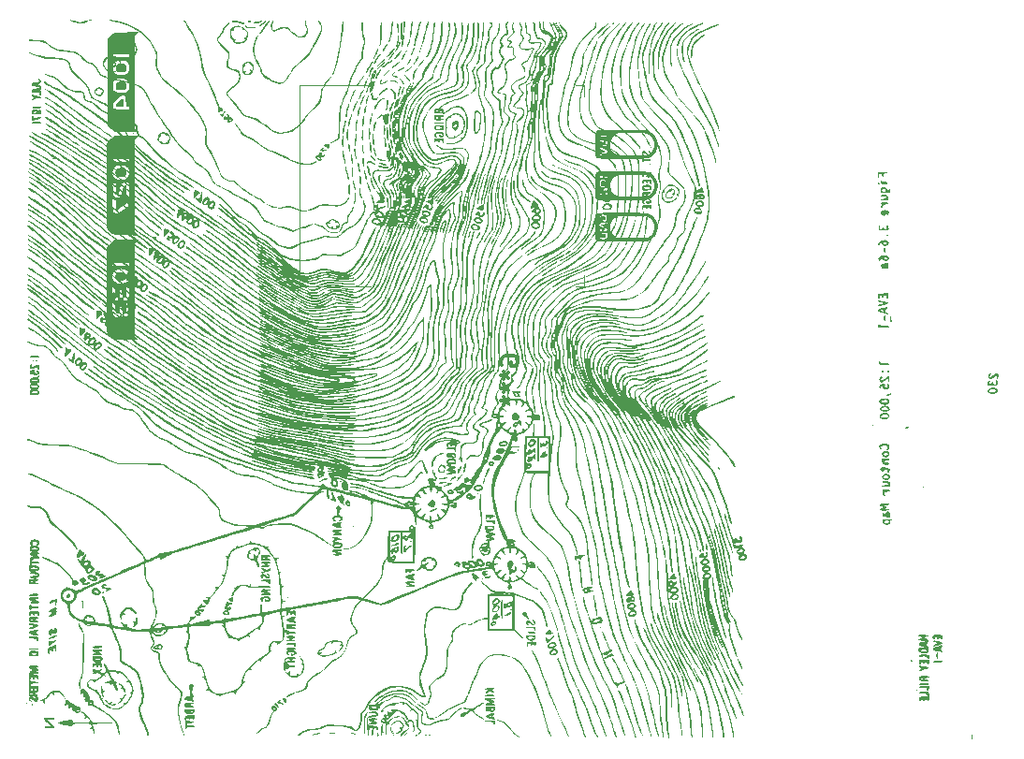
<source format=gbr>
%TF.GenerationSoftware,KiCad,Pcbnew,(6.0.0)*%
%TF.CreationDate,2022-03-26T23:52:19+13:00*%
%TF.ProjectId,Kea Nano PCB V1,4b656120-4e61-46e6-9f20-504342205631,rev?*%
%TF.SameCoordinates,Original*%
%TF.FileFunction,Legend,Bot*%
%TF.FilePolarity,Positive*%
%FSLAX46Y46*%
G04 Gerber Fmt 4.6, Leading zero omitted, Abs format (unit mm)*
G04 Created by KiCad (PCBNEW (6.0.0)) date 2022-03-26 23:52:19*
%MOMM*%
%LPD*%
G01*
G04 APERTURE LIST*
%ADD10C,0.300000*%
%ADD11C,0.120000*%
G04 APERTURE END LIST*
D10*
%TO.C,G\u002A\u002A\u002A*%
X192698000Y-131207428D02*
X192625428Y-131062285D01*
X192625428Y-130844571D01*
X192698000Y-130626857D01*
X192843142Y-130481714D01*
X192988285Y-130409142D01*
X193278571Y-130336571D01*
X193496285Y-130336571D01*
X193786571Y-130409142D01*
X193931714Y-130481714D01*
X194076857Y-130626857D01*
X194149428Y-130844571D01*
X194149428Y-130989714D01*
X194076857Y-131207428D01*
X194004285Y-131280000D01*
X193496285Y-131280000D01*
X193496285Y-130989714D01*
X192625428Y-132150857D02*
X192988285Y-132150857D01*
X192843142Y-131788000D02*
X192988285Y-132150857D01*
X192843142Y-132513714D01*
X193278571Y-131933142D02*
X192988285Y-132150857D01*
X193278571Y-132368571D01*
X192625428Y-133312000D02*
X192988285Y-133312000D01*
X192843142Y-132949142D02*
X192988285Y-133312000D01*
X192843142Y-133674857D01*
X193278571Y-133094285D02*
X192988285Y-133312000D01*
X193278571Y-133529714D01*
X192625428Y-134473142D02*
X192988285Y-134473142D01*
X192843142Y-134110285D02*
X192988285Y-134473142D01*
X192843142Y-134836000D01*
X193278571Y-134255428D02*
X192988285Y-134473142D01*
X193278571Y-134690857D01*
G36*
X210923142Y-100276970D02*
G01*
X210930485Y-100307017D01*
X210817146Y-100376499D01*
X210583373Y-100485251D01*
X210119954Y-100704523D01*
X209614131Y-101001034D01*
X209224025Y-101310037D01*
X208943048Y-101636972D01*
X208764614Y-101987278D01*
X208731578Y-102080094D01*
X208667057Y-102260835D01*
X208625839Y-102375564D01*
X208623643Y-102381543D01*
X208591978Y-102430716D01*
X208564364Y-102358795D01*
X208557669Y-102300876D01*
X208590574Y-102094628D01*
X208684587Y-101845769D01*
X208823004Y-101592993D01*
X208989118Y-101374993D01*
X209196302Y-101182467D01*
X209476387Y-100969646D01*
X209794313Y-100760745D01*
X210122988Y-100571330D01*
X210435322Y-100416964D01*
X210704225Y-100313213D01*
X210902607Y-100275640D01*
X210923142Y-100276970D01*
G37*
G36*
X231337193Y-160464537D02*
G01*
X231327174Y-160574570D01*
X231281897Y-160673104D01*
X231220245Y-160672397D01*
X231164661Y-160560025D01*
X231156048Y-160532739D01*
X231104914Y-160469646D01*
X230993557Y-160440062D01*
X230788666Y-160432707D01*
X230589912Y-160424941D01*
X230477959Y-160395346D01*
X230445965Y-160337218D01*
X230452462Y-160307324D01*
X230510903Y-160267537D01*
X230649470Y-160247345D01*
X230891579Y-160241730D01*
X231337193Y-160241730D01*
X231337193Y-160464537D01*
G37*
G36*
X184636558Y-150136686D02*
G01*
X184732580Y-150119925D01*
X184773586Y-150127817D01*
X184796215Y-150192720D01*
X184724376Y-150299760D01*
X184721457Y-150302714D01*
X184679171Y-150390286D01*
X184728787Y-150509668D01*
X184774039Y-150602637D01*
X184777950Y-150674824D01*
X184724440Y-150680151D01*
X184577383Y-150660825D01*
X184375998Y-150618059D01*
X184167387Y-150556450D01*
X184013975Y-150474846D01*
X183990087Y-150399580D01*
X184293083Y-150399580D01*
X184304811Y-150416057D01*
X184388572Y-150461242D01*
X184437398Y-150471249D01*
X184484060Y-150436223D01*
X184473303Y-150407877D01*
X184388572Y-150374562D01*
X184345066Y-150377327D01*
X184293083Y-150399580D01*
X183990087Y-150399580D01*
X183987357Y-150390980D01*
X184087708Y-150305981D01*
X184315199Y-150220977D01*
X184388572Y-150200524D01*
X184462615Y-150179885D01*
X184636558Y-150136686D01*
G37*
G36*
X163417494Y-119566002D02*
G01*
X163487069Y-119624004D01*
X163537288Y-119775142D01*
X163497086Y-119960874D01*
X163369143Y-120148898D01*
X163252736Y-120247499D01*
X163080492Y-120314082D01*
X162941950Y-120280949D01*
X162860836Y-120157278D01*
X162860864Y-120019015D01*
X163030928Y-120019015D01*
X163060549Y-120120283D01*
X163146747Y-120113494D01*
X163283084Y-119997145D01*
X163376037Y-119884810D01*
X163406434Y-119789248D01*
X163345212Y-119720203D01*
X163277397Y-119715368D01*
X163167220Y-119781291D01*
X163071688Y-119895223D01*
X163030928Y-120019015D01*
X162860864Y-120019015D01*
X162860878Y-119952251D01*
X162875646Y-119854701D01*
X162849802Y-119786052D01*
X162744734Y-119777346D01*
X162651869Y-119797261D01*
X162652221Y-119846817D01*
X162673536Y-119869736D01*
X162716826Y-119960300D01*
X162674160Y-120002279D01*
X162575162Y-119987034D01*
X162449455Y-119905931D01*
X162382047Y-119832726D01*
X162372995Y-119749762D01*
X162433117Y-119613751D01*
X162502109Y-119495645D01*
X162560890Y-119467797D01*
X162641699Y-119525122D01*
X162736671Y-119585516D01*
X162823113Y-119554908D01*
X162865756Y-119464863D01*
X162835998Y-119357903D01*
X162737651Y-119308898D01*
X162694625Y-119296266D01*
X162648973Y-119208981D01*
X162654256Y-119169963D01*
X162716160Y-119117049D01*
X162821570Y-119138812D01*
X162937491Y-119222580D01*
X163030928Y-119355680D01*
X163038684Y-119371877D01*
X163127563Y-119499744D01*
X163210602Y-119530971D01*
X163277397Y-119525759D01*
X163281854Y-119525411D01*
X163417494Y-119566002D01*
G37*
G36*
X194175467Y-138854106D02*
G01*
X194223910Y-138915915D01*
X194222060Y-138931131D01*
X194160251Y-138979574D01*
X194145035Y-138977724D01*
X194096592Y-138915915D01*
X194098442Y-138900699D01*
X194160251Y-138852256D01*
X194175467Y-138854106D01*
G37*
G36*
X176158873Y-100086993D02*
G01*
X176240988Y-100157228D01*
X176340169Y-100290727D01*
X176378307Y-100356663D01*
X176445227Y-100533996D01*
X176460745Y-100730870D01*
X176420862Y-100964459D01*
X176321578Y-101251939D01*
X176158895Y-101610484D01*
X175928813Y-102057268D01*
X175768233Y-102351528D01*
X175530469Y-102752371D01*
X175304816Y-103077109D01*
X175070180Y-103352149D01*
X174805464Y-103603894D01*
X174489574Y-103858750D01*
X174351132Y-103965879D01*
X174130202Y-104154001D01*
X173965315Y-104333254D01*
X173822170Y-104543970D01*
X173666462Y-104826477D01*
X173410038Y-105247694D01*
X173133554Y-105560882D01*
X172846312Y-105749849D01*
X172549940Y-105813158D01*
X172500302Y-105805926D01*
X172334552Y-105754556D01*
X172106687Y-105664661D01*
X171850678Y-105549072D01*
X171751356Y-105500188D01*
X171391605Y-105291236D01*
X171135629Y-105074287D01*
X170965012Y-104830587D01*
X170861339Y-104541378D01*
X170802936Y-104369029D01*
X170684933Y-104118510D01*
X170542928Y-103879753D01*
X170404675Y-103646310D01*
X170228115Y-103173749D01*
X170165409Y-102681252D01*
X170218142Y-102190885D01*
X170387903Y-101724716D01*
X170430562Y-101648456D01*
X170552686Y-101457536D01*
X170715521Y-101223098D01*
X170902876Y-100966300D01*
X171098562Y-100708297D01*
X171286390Y-100470248D01*
X171450170Y-100273307D01*
X171573712Y-100138633D01*
X171640827Y-100087381D01*
X171647705Y-100087443D01*
X171688572Y-100138852D01*
X171687702Y-100143987D01*
X171639677Y-100228282D01*
X171532966Y-100379588D01*
X171388173Y-100571619D01*
X171225901Y-100778086D01*
X171066751Y-100972704D01*
X170931327Y-101129186D01*
X170840232Y-101221244D01*
X170780956Y-101285202D01*
X170668342Y-101441047D01*
X170548755Y-101635028D01*
X170388758Y-102018768D01*
X170308457Y-102480326D01*
X170324078Y-102955541D01*
X170434234Y-103410439D01*
X170637540Y-103811051D01*
X170728062Y-103955866D01*
X170877891Y-104244079D01*
X170991747Y-104520453D01*
X171053545Y-104684811D01*
X171175604Y-104910659D01*
X171343022Y-105097287D01*
X171581195Y-105270404D01*
X171915516Y-105455721D01*
X172242534Y-105602937D01*
X172550164Y-105680113D01*
X172809021Y-105656608D01*
X173036982Y-105526276D01*
X173251924Y-105282967D01*
X173471724Y-104920534D01*
X173597249Y-104690117D01*
X173742682Y-104441857D01*
X173875121Y-104254254D01*
X174020465Y-104096310D01*
X174204609Y-103937025D01*
X174453452Y-103745400D01*
X174770463Y-103491488D01*
X175096850Y-103174197D01*
X175357413Y-102836673D01*
X175582748Y-102443649D01*
X175704783Y-102207792D01*
X175875321Y-101890340D01*
X176034681Y-101604687D01*
X176211475Y-101243907D01*
X176315273Y-100883260D01*
X176317772Y-100578085D01*
X176217667Y-100337430D01*
X176195443Y-100307137D01*
X176104187Y-100168802D01*
X176089616Y-100101507D01*
X176145648Y-100083835D01*
X176158873Y-100086993D01*
G37*
G36*
X173850148Y-153970795D02*
G01*
X173999326Y-153961841D01*
X174040486Y-154012113D01*
X173968855Y-154116433D01*
X173961120Y-154124554D01*
X173928184Y-154214765D01*
X173979561Y-154351876D01*
X174031027Y-154470853D01*
X174036989Y-154540597D01*
X174036144Y-154541392D01*
X173950674Y-154549873D01*
X173791939Y-154520572D01*
X173599541Y-154466138D01*
X173413082Y-154399218D01*
X173272164Y-154332462D01*
X173216391Y-154278517D01*
X173225595Y-154257770D01*
X173630176Y-154257770D01*
X173643242Y-154276821D01*
X173697592Y-154321429D01*
X173703945Y-154319774D01*
X173725664Y-154257770D01*
X173723074Y-154240321D01*
X173658248Y-154194111D01*
X173635223Y-154199109D01*
X173630176Y-154257770D01*
X173225595Y-154257770D01*
X173239593Y-154226215D01*
X173363410Y-154135030D01*
X173571220Y-154046539D01*
X173658248Y-154022628D01*
X173837068Y-153973498D01*
X173850148Y-153970795D01*
G37*
G36*
X181522905Y-102502894D02*
G01*
X181550929Y-102525936D01*
X181541611Y-102606247D01*
X181489966Y-102763432D01*
X181391009Y-103017095D01*
X181292528Y-103250452D01*
X181199623Y-103433764D01*
X181129928Y-103515993D01*
X181076090Y-103508613D01*
X181085446Y-103440936D01*
X181137375Y-103292580D01*
X181217228Y-103096782D01*
X181310299Y-102886729D01*
X181401881Y-102695604D01*
X181477271Y-102556594D01*
X181521763Y-102502883D01*
X181522905Y-102502894D01*
G37*
G36*
X177656428Y-118057125D02*
G01*
X177879424Y-118224647D01*
X177951303Y-118315049D01*
X178044405Y-118529101D01*
X178017183Y-118715004D01*
X177874376Y-118859481D01*
X177620724Y-118949255D01*
X177420561Y-118946908D01*
X177178757Y-118870672D01*
X176966424Y-118738805D01*
X176832316Y-118574483D01*
X176814007Y-118530931D01*
X176811514Y-118506757D01*
X176929287Y-118506757D01*
X176988377Y-118619777D01*
X177110523Y-118728013D01*
X177156454Y-118755160D01*
X177244105Y-118776774D01*
X177304183Y-118709390D01*
X177380206Y-118640217D01*
X177442265Y-118667679D01*
X177438884Y-118773091D01*
X177433949Y-118788927D01*
X177457604Y-118839452D01*
X177572020Y-118844326D01*
X177791730Y-118804859D01*
X177787737Y-118779011D01*
X177728071Y-118693096D01*
X177693615Y-118648931D01*
X177685981Y-118606608D01*
X177783935Y-118623477D01*
X177840340Y-118631034D01*
X177920019Y-118586859D01*
X177918837Y-118474549D01*
X177832889Y-118318433D01*
X177798489Y-118275550D01*
X177733553Y-118233161D01*
X177674716Y-118290351D01*
X177635937Y-118340878D01*
X177603915Y-118331689D01*
X177585000Y-118210777D01*
X177561502Y-118164483D01*
X177455405Y-118116708D01*
X177313108Y-118115994D01*
X177188886Y-118168180D01*
X177137612Y-118228716D01*
X177160560Y-118313117D01*
X177220705Y-118395327D01*
X177205338Y-118447029D01*
X177103463Y-118419737D01*
X177003028Y-118386570D01*
X176933941Y-118419004D01*
X176929287Y-118506757D01*
X176811514Y-118506757D01*
X176801235Y-118407062D01*
X176882456Y-118284092D01*
X176906961Y-118257864D01*
X177151245Y-118074863D01*
X177313108Y-118032341D01*
X177407385Y-118007574D01*
X177656428Y-118057125D01*
G37*
G36*
X171432355Y-148974760D02*
G01*
X171625898Y-148986219D01*
X171724606Y-149015988D01*
X171752231Y-149069549D01*
X171719742Y-149132743D01*
X171587778Y-149165038D01*
X171511120Y-149174729D01*
X171449843Y-149228049D01*
X171485891Y-149296701D01*
X171613984Y-149344528D01*
X171698277Y-149369297D01*
X171752231Y-149424102D01*
X171703638Y-149462173D01*
X171549646Y-149489594D01*
X171312444Y-149499446D01*
X171014846Y-149489700D01*
X170970416Y-149479470D01*
X170937592Y-149423114D01*
X170981448Y-149356658D01*
X171083544Y-149324456D01*
X171149097Y-149312264D01*
X171226867Y-149244612D01*
X171209283Y-149190066D01*
X171089115Y-149165038D01*
X170980282Y-149146174D01*
X170924662Y-149069549D01*
X170927692Y-149047878D01*
X170977347Y-149003214D01*
X171106348Y-148980435D01*
X171338446Y-148974060D01*
X171432355Y-148974760D01*
G37*
G36*
X162353569Y-110220660D02*
G01*
X162593470Y-110394980D01*
X162619798Y-110422388D01*
X162751476Y-110635154D01*
X162755908Y-110849083D01*
X162633058Y-111063558D01*
X162619159Y-111078873D01*
X162429144Y-111203774D01*
X162202880Y-111244037D01*
X161971938Y-111209050D01*
X161767891Y-111108202D01*
X161622310Y-110950880D01*
X161566767Y-110746474D01*
X161572519Y-110703727D01*
X161702710Y-110703727D01*
X161727718Y-110874038D01*
X161807701Y-110980134D01*
X161921547Y-110990784D01*
X161975911Y-110986923D01*
X162012381Y-111066184D01*
X162017500Y-111110796D01*
X162071375Y-111151578D01*
X162211316Y-111136654D01*
X162212356Y-111136447D01*
X162369882Y-111108486D01*
X162470242Y-111096867D01*
X162498367Y-111070347D01*
X162489825Y-110969549D01*
X162479746Y-110878366D01*
X162549194Y-110842231D01*
X162552479Y-110842184D01*
X162630102Y-110790654D01*
X162639710Y-110666221D01*
X162578239Y-110504490D01*
X162506650Y-110428274D01*
X162421027Y-110464541D01*
X162369849Y-110502870D01*
X162326418Y-110494709D01*
X162306805Y-110380702D01*
X162296569Y-110353752D01*
X162202825Y-110295479D01*
X162054759Y-110272842D01*
X161905093Y-110296847D01*
X161893298Y-110301551D01*
X161840853Y-110349327D01*
X161890385Y-110434859D01*
X161911348Y-110460898D01*
X161933934Y-110516758D01*
X161849810Y-110513679D01*
X161826036Y-110510573D01*
X161742203Y-110541571D01*
X161705400Y-110671018D01*
X161702710Y-110703727D01*
X161572519Y-110703727D01*
X161595751Y-110531077D01*
X161709729Y-110317796D01*
X161889094Y-110189807D01*
X162054759Y-110163737D01*
X162111242Y-110154849D01*
X162353569Y-110220660D01*
G37*
G36*
X182383308Y-107213659D02*
G01*
X182417675Y-107290231D01*
X182445993Y-107449248D01*
X182446009Y-107452910D01*
X182431524Y-107631260D01*
X182394165Y-107836688D01*
X182343830Y-108030871D01*
X182290415Y-108175485D01*
X182243814Y-108232206D01*
X182209454Y-108190633D01*
X182225411Y-108057143D01*
X182243032Y-107974437D01*
X182272749Y-107765808D01*
X182293693Y-107531955D01*
X182302558Y-107388728D01*
X182312967Y-107226204D01*
X182318346Y-107150000D01*
X182330529Y-107148451D01*
X182383308Y-107213659D01*
G37*
G36*
X178873419Y-107622106D02*
G01*
X178875201Y-107623481D01*
X178884982Y-107703588D01*
X178861776Y-107869182D01*
X178810209Y-108086292D01*
X178751404Y-108317333D01*
X178707757Y-108526812D01*
X178691078Y-108660527D01*
X178676939Y-108751139D01*
X178627419Y-108805138D01*
X178592962Y-108790230D01*
X178567391Y-108683968D01*
X178590292Y-108470990D01*
X178661949Y-108145906D01*
X178723455Y-107904538D01*
X178772339Y-107730418D01*
X178807852Y-107639612D01*
X178838658Y-107610661D01*
X178873419Y-107622106D01*
G37*
G36*
X155104302Y-130981135D02*
G01*
X155171410Y-131056338D01*
X155200852Y-131222972D01*
X155186778Y-131339463D01*
X155105037Y-131517603D01*
X154974229Y-131647971D01*
X154821911Y-131714593D01*
X154675640Y-131701497D01*
X154562974Y-131592709D01*
X154530309Y-131493210D01*
X154531083Y-131463610D01*
X154691579Y-131463610D01*
X154698702Y-131499105D01*
X154765411Y-131531274D01*
X154870456Y-131491477D01*
X154974436Y-131389971D01*
X155059319Y-131244806D01*
X155051403Y-131170382D01*
X154948455Y-131149499D01*
X154843073Y-131187984D01*
X154736385Y-131308997D01*
X154691579Y-131463610D01*
X154531083Y-131463610D01*
X154534468Y-131334058D01*
X154551429Y-131273907D01*
X154536681Y-131238235D01*
X154442286Y-131288254D01*
X154403402Y-131309195D01*
X154248378Y-131324642D01*
X154128758Y-131232221D01*
X154068843Y-131047590D01*
X154072361Y-131026728D01*
X154245965Y-131026728D01*
X154265494Y-131123386D01*
X154337799Y-131135147D01*
X154458906Y-131033083D01*
X154492006Y-130991051D01*
X154552430Y-130861345D01*
X154558906Y-130750707D01*
X154505149Y-130703885D01*
X154496207Y-130704359D01*
X154385782Y-130765084D01*
X154288069Y-130890352D01*
X154245965Y-131026728D01*
X154072361Y-131026728D01*
X154096596Y-130883013D01*
X154198899Y-130705687D01*
X154343112Y-130568175D01*
X154495383Y-130512908D01*
X154505149Y-130515750D01*
X154622545Y-130549914D01*
X154725259Y-130675297D01*
X154741814Y-130851753D01*
X154734096Y-130900466D01*
X154753830Y-130974820D01*
X154860579Y-130972219D01*
X154948455Y-130964369D01*
X154965973Y-130962804D01*
X155104302Y-130981135D01*
G37*
G36*
X192702806Y-152288113D02*
G01*
X192726782Y-152379633D01*
X192744681Y-152585927D01*
X192755878Y-152897007D01*
X192759750Y-153302883D01*
X192759513Y-153410326D01*
X192753794Y-153793949D01*
X192740900Y-154080333D01*
X192721458Y-154259490D01*
X192696090Y-154321429D01*
X192689375Y-154317652D01*
X192665399Y-154226132D01*
X192647500Y-154019838D01*
X192636302Y-153708758D01*
X192632431Y-153302883D01*
X192632667Y-153195439D01*
X192638387Y-152811817D01*
X192651281Y-152525432D01*
X192670723Y-152346275D01*
X192696090Y-152284336D01*
X192702806Y-152288113D01*
G37*
G36*
X164450594Y-163435925D02*
G01*
X164529315Y-163441372D01*
X164745299Y-163474088D01*
X164858697Y-163519136D01*
X164864392Y-163565255D01*
X164757272Y-163601185D01*
X164532222Y-163615664D01*
X164528291Y-163615666D01*
X164317005Y-163624266D01*
X164207843Y-163653945D01*
X164176792Y-163711153D01*
X164190319Y-163743906D01*
X164291807Y-163797678D01*
X164457425Y-163823404D01*
X164644913Y-163811983D01*
X164694337Y-163812960D01*
X164820900Y-163840857D01*
X164857233Y-163853935D01*
X164920247Y-163904718D01*
X164875377Y-163950961D01*
X164737917Y-163984613D01*
X164523161Y-163997619D01*
X164382561Y-164003133D01*
X164234316Y-164026254D01*
X164176792Y-164061279D01*
X164174953Y-164076485D01*
X164113435Y-164124938D01*
X164088009Y-164094318D01*
X164064055Y-163966395D01*
X164058257Y-163770136D01*
X164066436Y-163415334D01*
X164450594Y-163435925D01*
G37*
G36*
X187300978Y-141758941D02*
G01*
X187374556Y-141784356D01*
X187523785Y-141789972D01*
X187614002Y-141791702D01*
X187667018Y-141831027D01*
X187663194Y-141843165D01*
X187582482Y-141887846D01*
X187431065Y-141921999D01*
X187254227Y-141940331D01*
X187097253Y-141937548D01*
X187005426Y-141908359D01*
X186989164Y-141862947D01*
X187081354Y-141844236D01*
X187167601Y-141829841D01*
X187221404Y-141776820D01*
X187231343Y-141749797D01*
X187300978Y-141758941D01*
G37*
G36*
X179101481Y-112201901D02*
G01*
X179154958Y-112338221D01*
X179172409Y-112437440D01*
X179186604Y-112602917D01*
X179189998Y-112772077D01*
X179183256Y-112912237D01*
X179167042Y-112990711D01*
X179142021Y-112974812D01*
X179139951Y-112969453D01*
X179101989Y-112830471D01*
X179069937Y-112647017D01*
X179046980Y-112453072D01*
X179036302Y-112282618D01*
X179041090Y-112169634D01*
X179064528Y-112148101D01*
X179101481Y-112201901D01*
G37*
G36*
X152486233Y-160692258D02*
G01*
X152632280Y-160724979D01*
X152767396Y-160807837D01*
X152939835Y-160962898D01*
X153070756Y-161100082D01*
X153183893Y-161247041D01*
X153227419Y-161344852D01*
X153225117Y-161398666D01*
X153201171Y-161442677D01*
X153141808Y-161387786D01*
X153035487Y-161226903D01*
X152880685Y-161037322D01*
X152638177Y-160874079D01*
X152375410Y-160814662D01*
X152347381Y-160815427D01*
X152237947Y-160857651D01*
X152190253Y-160989725D01*
X152171338Y-161097813D01*
X152150633Y-161114863D01*
X152114260Y-161018951D01*
X152075889Y-160937355D01*
X152002087Y-160903643D01*
X151898814Y-160978243D01*
X151755570Y-161165442D01*
X151706740Y-161231914D01*
X151571302Y-161378582D01*
X151454288Y-161460262D01*
X151396657Y-161487627D01*
X151345324Y-161566541D01*
X151355141Y-161719347D01*
X151356783Y-161729105D01*
X151374381Y-161858348D01*
X151356099Y-161878587D01*
X151290382Y-161805126D01*
X151226712Y-161713659D01*
X151190326Y-161625774D01*
X151163897Y-161600236D01*
X151063008Y-161610401D01*
X150985330Y-161621680D01*
X150935689Y-161585315D01*
X150942735Y-161568094D01*
X151031313Y-161508396D01*
X151188919Y-161451632D01*
X151192363Y-161450695D01*
X151404216Y-161355489D01*
X151554959Y-161219133D01*
X151746839Y-160965309D01*
X151927009Y-160798192D01*
X152114484Y-160711883D01*
X152337268Y-160687344D01*
X152486233Y-160692258D01*
G37*
G36*
X180903800Y-114307947D02*
G01*
X180954180Y-114454888D01*
X180970221Y-114523885D01*
X181034154Y-114743933D01*
X181110947Y-114956889D01*
X181185696Y-115124028D01*
X181243496Y-115206623D01*
X181259973Y-115220826D01*
X181265913Y-115303808D01*
X181235329Y-115330811D01*
X181155834Y-115302917D01*
X181061574Y-115187738D01*
X180966098Y-115008462D01*
X180882955Y-114788279D01*
X180825692Y-114550376D01*
X180818226Y-114497132D01*
X180818779Y-114341736D01*
X180852985Y-114274452D01*
X180903800Y-114307947D01*
G37*
G36*
X180132086Y-111305913D02*
G01*
X180160451Y-111510652D01*
X180177628Y-111684308D01*
X180196618Y-111867579D01*
X180208196Y-111968424D01*
X180208796Y-111992846D01*
X180162571Y-112079052D01*
X180150213Y-112079101D01*
X180115263Y-112007287D01*
X180083850Y-111857522D01*
X180059836Y-111666362D01*
X180047080Y-111470364D01*
X180049445Y-111306084D01*
X180070791Y-111210077D01*
X180098558Y-111206255D01*
X180132086Y-111305913D01*
G37*
G36*
X178144791Y-141669197D02*
G01*
X178181805Y-141743442D01*
X178168704Y-141792981D01*
X178081011Y-141844236D01*
X178011455Y-141807491D01*
X178022143Y-141731210D01*
X178106209Y-141667847D01*
X178144791Y-141669197D01*
G37*
G36*
X180152954Y-112370073D02*
G01*
X180185907Y-112430341D01*
X180214248Y-112584500D01*
X180231904Y-112799750D01*
X180232112Y-112804530D01*
X180238088Y-113093517D01*
X180225982Y-113260993D01*
X180196095Y-113305412D01*
X180148731Y-113225223D01*
X180127181Y-113144496D01*
X180105598Y-112969241D01*
X180097485Y-112765340D01*
X180102678Y-112571621D01*
X180121014Y-112426915D01*
X180152330Y-112370050D01*
X180152954Y-112370073D01*
G37*
G36*
X191936602Y-139936866D02*
G01*
X192037231Y-140010942D01*
X192043725Y-140097950D01*
X191960400Y-140238593D01*
X191940221Y-140265033D01*
X191798159Y-140365518D01*
X191650124Y-140368939D01*
X191533724Y-140284574D01*
X191497146Y-140158237D01*
X191703385Y-140158237D01*
X191769276Y-140189098D01*
X191816705Y-140181307D01*
X191868521Y-140125439D01*
X191866807Y-140110335D01*
X191808619Y-140061780D01*
X191790759Y-140064208D01*
X191709374Y-140125439D01*
X191703385Y-140158237D01*
X191497146Y-140158237D01*
X191486567Y-140121700D01*
X191529742Y-140054036D01*
X191641446Y-139963234D01*
X191655039Y-139954484D01*
X191796490Y-139897088D01*
X191808619Y-139900326D01*
X191927912Y-139932177D01*
X191936602Y-139936866D01*
G37*
G36*
X227452181Y-135550682D02*
G01*
X227649148Y-135607879D01*
X227658709Y-135613371D01*
X227751158Y-135733525D01*
X227765718Y-135895199D01*
X227695890Y-136038522D01*
X227651323Y-136064222D01*
X227498730Y-136100619D01*
X227297418Y-136114913D01*
X227151741Y-136105327D01*
X226950966Y-136040744D01*
X226849462Y-135923307D01*
X226852532Y-135871185D01*
X227008371Y-135871185D01*
X227009226Y-135895356D01*
X227036605Y-135957388D01*
X227126277Y-135980325D01*
X227310179Y-135975167D01*
X227421703Y-135964743D01*
X227574047Y-135924361D01*
X227631599Y-135852380D01*
X227614130Y-135777019D01*
X227488938Y-135717974D01*
X227430377Y-135708507D01*
X227213992Y-135708340D01*
X227064292Y-135765445D01*
X227008371Y-135871185D01*
X226852532Y-135871185D01*
X226858938Y-135762427D01*
X226886463Y-135714551D01*
X227026944Y-135612603D01*
X227213992Y-135559688D01*
X227230148Y-135555118D01*
X227452181Y-135550682D01*
G37*
G36*
X155390436Y-131559145D02*
G01*
X155567386Y-131664307D01*
X155807271Y-131832215D01*
X155891305Y-131893908D01*
X156184108Y-132105717D01*
X156480867Y-132316542D01*
X156728672Y-132488687D01*
X156732575Y-132491350D01*
X156974849Y-132659956D01*
X157213389Y-132831371D01*
X157397093Y-132968883D01*
X157514946Y-133057541D01*
X157741870Y-133220571D01*
X158021929Y-133416064D01*
X158335434Y-133630849D01*
X158662696Y-133851755D01*
X158984025Y-134065612D01*
X159279731Y-134259248D01*
X159530127Y-134419493D01*
X159715522Y-134533176D01*
X159816227Y-134587126D01*
X159902930Y-134630256D01*
X160086960Y-134737432D01*
X160335151Y-134890548D01*
X160625097Y-135075003D01*
X160934390Y-135276192D01*
X161240623Y-135479511D01*
X161521389Y-135670356D01*
X161754281Y-135834125D01*
X161916892Y-135956214D01*
X161922540Y-135960712D01*
X162081546Y-136074567D01*
X162318809Y-136229839D01*
X162603204Y-136406687D01*
X162903609Y-136585267D01*
X162953721Y-136614333D01*
X163229693Y-136774622D01*
X163467195Y-136912914D01*
X163642324Y-137015273D01*
X163731178Y-137067764D01*
X163765198Y-137088480D01*
X163901451Y-137171696D01*
X164101711Y-137294160D01*
X164335940Y-137437507D01*
X164470330Y-137518561D01*
X164836927Y-137731619D01*
X165260871Y-137969556D01*
X165714330Y-138217440D01*
X166169472Y-138460339D01*
X166598465Y-138683321D01*
X166973476Y-138871455D01*
X167266673Y-139009808D01*
X167344064Y-139044539D01*
X167592253Y-139158219D01*
X167801380Y-139257242D01*
X167932682Y-139323358D01*
X167963237Y-139338333D01*
X168117619Y-139402086D01*
X168356637Y-139492441D01*
X168653910Y-139599592D01*
X168983058Y-139713735D01*
X169123208Y-139761716D01*
X169427220Y-139868110D01*
X169679745Y-139959653D01*
X169857685Y-140027867D01*
X169937945Y-140064273D01*
X169941064Y-140066475D01*
X170054484Y-140115477D01*
X170269204Y-140184017D01*
X170563175Y-140266198D01*
X170914350Y-140356123D01*
X171300680Y-140447894D01*
X171700118Y-140535614D01*
X171991347Y-140597817D01*
X172375142Y-140681341D01*
X172814946Y-140778164D01*
X173276530Y-140880749D01*
X173725664Y-140981559D01*
X173793457Y-140996805D01*
X174209014Y-141087830D01*
X174602626Y-141170209D01*
X174948786Y-141238859D01*
X175221986Y-141288695D01*
X175396717Y-141314634D01*
X175522508Y-141330848D01*
X175703285Y-141377044D01*
X175762757Y-141439520D01*
X175744108Y-141486547D01*
X175647718Y-141525940D01*
X175500873Y-141511838D01*
X175252123Y-141472423D01*
X174923440Y-141412061D01*
X174536766Y-141335118D01*
X174114043Y-141245962D01*
X173677214Y-141148957D01*
X173248221Y-141048471D01*
X173193035Y-141035210D01*
X172769536Y-140936024D01*
X172317258Y-140833809D01*
X171886967Y-140739874D01*
X171529424Y-140665530D01*
X171458594Y-140651056D01*
X170831339Y-140500196D01*
X170129491Y-140296833D01*
X169384304Y-140051737D01*
X168627028Y-139775680D01*
X167888917Y-139479434D01*
X167201221Y-139173769D01*
X167007118Y-139080709D01*
X166537524Y-138844824D01*
X166012827Y-138569230D01*
X165449866Y-138263704D01*
X164865483Y-137938026D01*
X164276517Y-137601973D01*
X163699810Y-137265324D01*
X163152202Y-136937857D01*
X162650533Y-136629352D01*
X162211645Y-136349585D01*
X161852377Y-136108337D01*
X161589570Y-135915384D01*
X161543418Y-135879004D01*
X161362245Y-135739961D01*
X161227419Y-135642427D01*
X161165294Y-135605639D01*
X161133343Y-135590565D01*
X161013266Y-135517973D01*
X160828069Y-135398951D01*
X160601812Y-135248737D01*
X160484305Y-135170817D01*
X160208664Y-134995475D01*
X159950364Y-134840023D01*
X159752906Y-134730990D01*
X159583857Y-134636201D01*
X159314047Y-134469641D01*
X158968523Y-134246252D01*
X158561416Y-133975539D01*
X158106858Y-133667011D01*
X157618979Y-133330175D01*
X157111911Y-132974537D01*
X156599785Y-132609606D01*
X156595194Y-132606307D01*
X156184347Y-132310386D01*
X155866089Y-132078891D01*
X155629228Y-131902744D01*
X155462569Y-131772868D01*
X155354920Y-131680187D01*
X155295086Y-131615622D01*
X155271876Y-131570096D01*
X155274095Y-131534533D01*
X155290425Y-131524546D01*
X155390436Y-131559145D01*
G37*
G36*
X227222299Y-131702942D02*
G01*
X227258697Y-131765558D01*
X227247594Y-131865937D01*
X227167519Y-131913409D01*
X227123070Y-131902796D01*
X227072030Y-131821677D01*
X227082609Y-131760976D01*
X227144406Y-131688138D01*
X227222299Y-131702942D01*
G37*
G36*
X195405198Y-114144497D02*
G01*
X195488612Y-114294135D01*
X195624464Y-114516942D01*
X195831115Y-114738905D01*
X196115326Y-114953021D01*
X196492714Y-115170924D01*
X196978897Y-115404247D01*
X197013868Y-115420003D01*
X197322395Y-115564269D01*
X197602972Y-115704078D01*
X197825918Y-115824174D01*
X197961552Y-115909301D01*
X198062838Y-116001996D01*
X198253983Y-116281241D01*
X198398616Y-116648863D01*
X198485978Y-117080827D01*
X198519338Y-117413432D01*
X198533660Y-117989559D01*
X198477089Y-118480396D01*
X198345495Y-118902085D01*
X198134747Y-119270768D01*
X197840715Y-119602588D01*
X197659262Y-119766777D01*
X197238890Y-120091713D01*
X196762336Y-120383700D01*
X196194343Y-120665501D01*
X195996830Y-120755710D01*
X195676634Y-120905331D01*
X195446682Y-121019501D01*
X195289007Y-121107919D01*
X195185643Y-121180286D01*
X195118622Y-121246304D01*
X195061027Y-121301897D01*
X194968928Y-121345990D01*
X194961294Y-121345782D01*
X194929422Y-121314269D01*
X194993054Y-121237243D01*
X195135793Y-121126294D01*
X195341242Y-120993012D01*
X195593001Y-120848986D01*
X195874675Y-120705807D01*
X196232787Y-120534064D01*
X196508317Y-120398809D01*
X196721327Y-120288920D01*
X196898491Y-120190121D01*
X197066483Y-120088136D01*
X197251976Y-119968690D01*
X197400945Y-119866177D01*
X197809709Y-119510638D01*
X198108313Y-119111055D01*
X198302472Y-118655268D01*
X198397906Y-118131116D01*
X198400331Y-117526441D01*
X198371368Y-117172370D01*
X198308548Y-116750033D01*
X198209827Y-116419958D01*
X198062460Y-116161846D01*
X197853703Y-115955401D01*
X197570813Y-115780324D01*
X197201046Y-115616318D01*
X197140460Y-115592134D01*
X196850322Y-115471789D01*
X196573943Y-115350899D01*
X196363953Y-115252348D01*
X196092169Y-115089890D01*
X195829607Y-114883870D01*
X195602524Y-114658972D01*
X195429487Y-114436051D01*
X195329064Y-114235963D01*
X195319821Y-114079560D01*
X195342006Y-114072284D01*
X195405198Y-114144497D01*
G37*
G36*
X180925077Y-112227529D02*
G01*
X181011268Y-112363535D01*
X181129952Y-112532025D01*
X181279291Y-112668934D01*
X181293168Y-112678281D01*
X181378466Y-112756691D01*
X181374383Y-112801848D01*
X181359706Y-112805101D01*
X181238153Y-112771850D01*
X181093252Y-112670270D01*
X180964475Y-112533598D01*
X180891299Y-112395074D01*
X180872914Y-112307047D01*
X180875674Y-112209563D01*
X180925077Y-112227529D01*
G37*
G36*
X182355375Y-116093684D02*
G01*
X182402041Y-116205514D01*
X182427063Y-116396910D01*
X182437282Y-116612914D01*
X182432829Y-116812896D01*
X182414554Y-116959949D01*
X182383308Y-117017168D01*
X182358610Y-116990991D01*
X182330202Y-116869686D01*
X182318780Y-116682958D01*
X182316325Y-116564409D01*
X182302075Y-116352180D01*
X182279526Y-116205514D01*
X182269601Y-116113554D01*
X182307797Y-116062281D01*
X182355375Y-116093684D01*
G37*
G36*
X182885711Y-108218183D02*
G01*
X182867245Y-108326928D01*
X182825485Y-108521487D01*
X182758067Y-108821053D01*
X182738326Y-108902146D01*
X182680793Y-109081672D01*
X182627848Y-109179555D01*
X182589320Y-109182120D01*
X182575041Y-109075690D01*
X182575103Y-109071166D01*
X182596088Y-108912090D01*
X182645524Y-108702134D01*
X182710321Y-108485283D01*
X182777389Y-108305518D01*
X182833636Y-108206824D01*
X182862198Y-108181374D01*
X182883241Y-108176062D01*
X182885711Y-108218183D01*
G37*
G36*
X179905269Y-113997513D02*
G01*
X179935166Y-114091139D01*
X179956268Y-114272356D01*
X179964261Y-114506389D01*
X179964214Y-114526119D01*
X179955126Y-114760793D01*
X179932745Y-114920874D01*
X179900602Y-114980076D01*
X179894601Y-114978181D01*
X179864545Y-114898946D01*
X179844338Y-114720601D01*
X179836943Y-114467045D01*
X179836969Y-114448290D01*
X179845047Y-114185489D01*
X179866680Y-114030708D01*
X179900602Y-113993359D01*
X179905269Y-113997513D01*
G37*
G36*
X150037499Y-113447309D02*
G01*
X150273685Y-113567243D01*
X150599520Y-113753893D01*
X150792060Y-113870264D01*
X150975447Y-113986679D01*
X151165543Y-114114735D01*
X151381097Y-114267746D01*
X151640861Y-114459026D01*
X151963585Y-114701891D01*
X152368020Y-115009655D01*
X152441748Y-115065615D01*
X152753312Y-115297466D01*
X153085467Y-115539036D01*
X153377777Y-115746241D01*
X153480723Y-115818365D01*
X153723833Y-115992757D01*
X153935180Y-116149568D01*
X154078028Y-116261756D01*
X154114928Y-116292258D01*
X154280733Y-116425596D01*
X154535811Y-116627575D01*
X154871706Y-116891561D01*
X155279964Y-117210920D01*
X155752127Y-117579017D01*
X156279742Y-117989218D01*
X156449105Y-118121348D01*
X156713992Y-118329600D01*
X156948163Y-118515315D01*
X157100515Y-118632589D01*
X157330779Y-118798055D01*
X157524411Y-118924791D01*
X157625330Y-118988730D01*
X157850677Y-119145501D01*
X158065514Y-119309303D01*
X158203220Y-119413605D01*
X158428916Y-119575368D01*
X158716478Y-119775976D01*
X159043216Y-119999610D01*
X159386441Y-120230445D01*
X159713967Y-120450645D01*
X160032736Y-120671463D01*
X160254029Y-120834672D01*
X160384051Y-120945177D01*
X160429007Y-121007883D01*
X160395104Y-121027695D01*
X160361628Y-121009607D01*
X160237307Y-120931299D01*
X160038636Y-120802013D01*
X159783518Y-120633736D01*
X159489856Y-120438455D01*
X159175551Y-120228159D01*
X158858506Y-120014835D01*
X158556623Y-119810469D01*
X158287805Y-119627051D01*
X158069954Y-119476566D01*
X157920972Y-119371004D01*
X157707017Y-119214962D01*
X157500365Y-119063418D01*
X157318461Y-118928423D01*
X157136238Y-118791058D01*
X156928627Y-118632404D01*
X156670561Y-118433542D01*
X156336970Y-118175554D01*
X155799969Y-117759599D01*
X155247786Y-117330894D01*
X154785999Y-116971154D01*
X154417292Y-116682474D01*
X154144347Y-116466951D01*
X153969849Y-116326681D01*
X153888102Y-116261238D01*
X153650148Y-116080794D01*
X153420925Y-115917875D01*
X153401432Y-115904540D01*
X153244814Y-115793779D01*
X153010762Y-115624664D01*
X152719847Y-115412205D01*
X152392643Y-115171417D01*
X152049725Y-114917310D01*
X152030158Y-114902771D01*
X151663583Y-114634590D01*
X151291683Y-114369515D01*
X150941106Y-114126064D01*
X150638497Y-113922756D01*
X150410501Y-113778108D01*
X150243650Y-113676473D01*
X150042268Y-113549042D01*
X149904524Y-113455784D01*
X149853484Y-113411864D01*
X149895921Y-113396367D01*
X150037499Y-113447309D01*
G37*
G36*
X231354060Y-161053384D02*
G01*
X231362106Y-161150220D01*
X231377972Y-161314454D01*
X231389378Y-161398303D01*
X231383506Y-161482399D01*
X231332668Y-161590798D01*
X231266723Y-161642231D01*
X231241726Y-161632828D01*
X231209875Y-161550499D01*
X231209414Y-161534539D01*
X231163658Y-161430500D01*
X231067124Y-161422908D01*
X230954155Y-161516349D01*
X230843223Y-161663414D01*
X230799452Y-161525504D01*
X230743348Y-161414367D01*
X230675223Y-161403044D01*
X230618497Y-161514913D01*
X230582870Y-161603240D01*
X230519441Y-161643712D01*
X230468735Y-161583271D01*
X230457847Y-161435339D01*
X230459752Y-161415825D01*
X230478359Y-161307876D01*
X230527847Y-161249868D01*
X230640316Y-161223190D01*
X230847868Y-161209234D01*
X230952217Y-161202850D01*
X231115639Y-161181867D01*
X231188739Y-161144696D01*
X231197374Y-161081916D01*
X231196457Y-161077501D01*
X231150482Y-161013112D01*
X231031052Y-160975126D01*
X230811387Y-160954718D01*
X230616265Y-160937570D01*
X230485350Y-160901647D01*
X230445965Y-160843315D01*
X230450428Y-160819725D01*
X230506644Y-160778439D01*
X230645091Y-160757085D01*
X230888091Y-160751003D01*
X231330217Y-160751003D01*
X231354060Y-161053384D01*
G37*
G36*
X195483781Y-157039410D02*
G01*
X195590177Y-157224713D01*
X195723432Y-157490888D01*
X195878234Y-157826567D01*
X196049273Y-158220382D01*
X196231238Y-158660966D01*
X196418817Y-159136950D01*
X196606701Y-159636968D01*
X196656721Y-159772955D01*
X196809274Y-160181944D01*
X196954993Y-160564700D01*
X197084804Y-160897832D01*
X197189631Y-161157953D01*
X197260399Y-161321673D01*
X197342792Y-161506701D01*
X197464094Y-161803383D01*
X197569710Y-162086127D01*
X197621917Y-162230192D01*
X197765968Y-162591571D01*
X197954777Y-163024322D01*
X198194217Y-163541651D01*
X198490158Y-164156767D01*
X198607937Y-164401268D01*
X198729779Y-164667222D01*
X198793345Y-164828491D01*
X198800217Y-164889290D01*
X198751980Y-164853835D01*
X198716973Y-164806331D01*
X198620187Y-164640636D01*
X198488635Y-164389744D01*
X198332074Y-164074222D01*
X198160257Y-163714636D01*
X197982941Y-163331553D01*
X197809879Y-162945541D01*
X197650827Y-162577165D01*
X197515539Y-162246993D01*
X197477006Y-162150108D01*
X197349134Y-161835775D01*
X197221840Y-161531682D01*
X197117737Y-161292106D01*
X197037095Y-161101999D01*
X196922175Y-160813223D01*
X196795452Y-160481157D01*
X196672634Y-160146241D01*
X196562809Y-159840023D01*
X196445254Y-159513093D01*
X196342501Y-159228159D01*
X196268574Y-159024166D01*
X196190975Y-158820662D01*
X196057616Y-158494082D01*
X195906454Y-158142276D01*
X195753389Y-157801250D01*
X195614324Y-157507009D01*
X195505158Y-157295558D01*
X195471894Y-157234414D01*
X195398891Y-157081629D01*
X195369775Y-156989420D01*
X195372808Y-156956888D01*
X195409554Y-156946345D01*
X195483781Y-157039410D01*
G37*
G36*
X167844475Y-153383400D02*
G01*
X167757619Y-153354144D01*
X167721374Y-153339489D01*
X167633343Y-153243138D01*
X167611604Y-153118154D01*
X167670829Y-153020876D01*
X167677461Y-153015520D01*
X167726699Y-152920665D01*
X167769202Y-152762483D01*
X167805658Y-152634271D01*
X167862308Y-152548784D01*
X167911609Y-152557956D01*
X167932682Y-152673192D01*
X167934954Y-152718792D01*
X167975328Y-152779776D01*
X168094757Y-152766733D01*
X168216134Y-152750382D01*
X168324361Y-152767790D01*
X168350753Y-152795678D01*
X168321721Y-152852838D01*
X168211931Y-152899863D01*
X168051510Y-152919953D01*
X167933221Y-152942874D01*
X167850578Y-153048246D01*
X167844142Y-153127064D01*
X167901507Y-153175564D01*
X167934713Y-153181161D01*
X168017840Y-153255138D01*
X168040288Y-153271807D01*
X168054974Y-153191479D01*
X168082288Y-153078784D01*
X168145564Y-153056920D01*
X168213436Y-153151803D01*
X168218336Y-153259689D01*
X168141843Y-153379038D01*
X168007644Y-153430201D01*
X167944687Y-153444518D01*
X167983609Y-153506592D01*
X168055381Y-153627952D01*
X168035967Y-153748041D01*
X167939033Y-153833411D01*
X167790542Y-153862379D01*
X167616452Y-153813261D01*
X167528941Y-153741592D01*
X167492137Y-153616096D01*
X167496031Y-153608909D01*
X167638109Y-153608909D01*
X167722096Y-153674343D01*
X167815741Y-153711081D01*
X167901024Y-153684560D01*
X167905976Y-153674551D01*
X167880589Y-153608001D01*
X167783740Y-153566324D01*
X167664400Y-153572677D01*
X167638109Y-153608909D01*
X167496031Y-153608909D01*
X167555455Y-153499230D01*
X167709875Y-153428167D01*
X167783740Y-153412932D01*
X167822693Y-153404898D01*
X167844475Y-153383400D01*
G37*
G36*
X168734699Y-100082320D02*
G01*
X168953511Y-100112972D01*
X169122344Y-100166914D01*
X169275391Y-100220760D01*
X169395706Y-100224017D01*
X169406356Y-100220469D01*
X169439920Y-100228135D01*
X169374021Y-100306728D01*
X169370545Y-100310199D01*
X169284325Y-100381544D01*
X169203238Y-100381931D01*
X169071172Y-100312412D01*
X169062344Y-100307339D01*
X168832536Y-100229850D01*
X168527654Y-100202059D01*
X168370734Y-100197985D01*
X168244174Y-100176848D01*
X168236223Y-100136785D01*
X168327444Y-100097012D01*
X168510984Y-100076489D01*
X168734699Y-100082320D01*
G37*
G36*
X189887095Y-119033473D02*
G01*
X189877034Y-119149750D01*
X189870759Y-119181012D01*
X189823698Y-119363649D01*
X189766383Y-119532748D01*
X189712598Y-119651667D01*
X189676128Y-119683766D01*
X189672666Y-119676927D01*
X189678089Y-119584054D01*
X189711639Y-119425709D01*
X189761082Y-119247068D01*
X189814184Y-119093306D01*
X189858708Y-119009601D01*
X189862849Y-119006223D01*
X189887095Y-119033473D01*
G37*
G36*
X176983006Y-142564683D02*
G01*
X177027046Y-142650939D01*
X177053224Y-142842903D01*
X177055185Y-142867535D01*
X177070567Y-143106315D01*
X177067877Y-143248507D01*
X177044013Y-143321733D01*
X176995874Y-143353611D01*
X176964511Y-143340582D01*
X176916871Y-143225846D01*
X176877901Y-143008761D01*
X176855215Y-142826671D01*
X176840390Y-142675863D01*
X176846088Y-142600088D01*
X176875905Y-142570045D01*
X176933439Y-142556436D01*
X176983006Y-142564683D01*
G37*
G36*
X184013560Y-161747644D02*
G01*
X184080417Y-161787871D01*
X184232033Y-161904356D01*
X184430479Y-162072890D01*
X184650152Y-162272370D01*
X185152481Y-162743361D01*
X185136380Y-163359218D01*
X185135704Y-163385301D01*
X185130845Y-163663800D01*
X185137229Y-163847182D01*
X185160433Y-163965261D01*
X185206035Y-164047850D01*
X185279613Y-164124762D01*
X185293597Y-164138105D01*
X185396704Y-164252073D01*
X185438948Y-164327947D01*
X185437226Y-164341589D01*
X185380821Y-164442432D01*
X185269338Y-164570376D01*
X185136327Y-164693709D01*
X185015334Y-164780716D01*
X184939910Y-164799685D01*
X184912939Y-164778600D01*
X184866015Y-164690356D01*
X184872300Y-164667657D01*
X184934387Y-164668953D01*
X184947694Y-164673897D01*
X185043888Y-164645267D01*
X185164621Y-164557513D01*
X185267874Y-164446414D01*
X185311629Y-164347745D01*
X185311167Y-164341714D01*
X185260768Y-164246371D01*
X185152481Y-164124938D01*
X185074644Y-164038508D01*
X185010437Y-163890713D01*
X184993334Y-163673532D01*
X184991540Y-163600641D01*
X184965389Y-163422415D01*
X184913760Y-163339529D01*
X184885264Y-163318698D01*
X184945589Y-163302394D01*
X184991035Y-163292652D01*
X185042702Y-163220263D01*
X185056993Y-163052473D01*
X185029901Y-162852560D01*
X184925787Y-162666960D01*
X184722782Y-162477799D01*
X184706652Y-162465459D01*
X184606796Y-162422595D01*
X184505331Y-162477920D01*
X184450008Y-162519561D01*
X184419805Y-162509820D01*
X184441309Y-162396502D01*
X184451415Y-162279064D01*
X184398002Y-162168742D01*
X184258676Y-162030462D01*
X184161832Y-161952130D01*
X184001346Y-161856267D01*
X183889478Y-161835546D01*
X183847469Y-161896867D01*
X183844203Y-161915985D01*
X183776999Y-161960527D01*
X183746205Y-161947375D01*
X183742595Y-161866540D01*
X183749876Y-161821383D01*
X183696003Y-161790552D01*
X183542513Y-161796456D01*
X183509361Y-161799933D01*
X183201102Y-161849642D01*
X183017213Y-161918508D01*
X182956241Y-162007052D01*
X182940352Y-162066648D01*
X182870714Y-162032453D01*
X182813659Y-162004139D01*
X182679069Y-162004609D01*
X182459306Y-162058249D01*
X182359242Y-162093410D01*
X182175089Y-162187962D01*
X182037729Y-162295709D01*
X181970688Y-162395807D01*
X181997492Y-162467413D01*
X181993085Y-162513431D01*
X181898213Y-162577304D01*
X181811280Y-162614875D01*
X181763426Y-162606961D01*
X181780716Y-162512881D01*
X181820826Y-162418211D01*
X181992877Y-162218088D01*
X182265191Y-162039569D01*
X182619190Y-161896315D01*
X182929912Y-161815233D01*
X183262207Y-161755236D01*
X183576664Y-161721511D01*
X183838657Y-161717750D01*
X184013560Y-161747644D01*
G37*
G36*
X201652150Y-154036776D02*
G01*
X201714176Y-154101965D01*
X201767635Y-154195664D01*
X201793050Y-154365945D01*
X201719775Y-154495424D01*
X201626565Y-154548566D01*
X201439236Y-154611807D01*
X201230185Y-154652703D01*
X201046081Y-154663001D01*
X200933592Y-154634448D01*
X200883623Y-154599656D01*
X200844461Y-154599062D01*
X200856711Y-154654176D01*
X200904954Y-154816365D01*
X200983311Y-155062343D01*
X201084823Y-155371708D01*
X201202530Y-155724057D01*
X201329474Y-156098988D01*
X201458696Y-156476099D01*
X201583237Y-156834989D01*
X201696138Y-157155254D01*
X201790441Y-157416494D01*
X201859186Y-157598304D01*
X201895415Y-157680285D01*
X201941838Y-157682892D01*
X202059628Y-157638386D01*
X202203277Y-157562667D01*
X202329345Y-157479155D01*
X202394392Y-157411269D01*
X202465956Y-157344522D01*
X202624920Y-157313409D01*
X202670248Y-157314499D01*
X202786139Y-157346145D01*
X202817895Y-157436210D01*
X202817849Y-157439953D01*
X202783304Y-157521954D01*
X202668956Y-157594555D01*
X202451855Y-157672574D01*
X202284687Y-157721316D01*
X202106577Y-157765260D01*
X202006241Y-157779653D01*
X201952534Y-157780263D01*
X201933436Y-157820187D01*
X201988386Y-157934949D01*
X202021119Y-158001854D01*
X202097699Y-158172849D01*
X202199761Y-158409550D01*
X202314273Y-158682081D01*
X202469333Y-159048595D01*
X202644838Y-159439064D01*
X202781577Y-159709743D01*
X202879927Y-159861366D01*
X202940267Y-159894662D01*
X202981721Y-159891029D01*
X203069345Y-159951424D01*
X203079078Y-159962635D01*
X203144748Y-160004292D01*
X203247490Y-159996275D01*
X203426683Y-159936992D01*
X203516926Y-159900404D01*
X203654816Y-159827849D01*
X203709123Y-159772654D01*
X203690703Y-159721514D01*
X203621613Y-159571784D01*
X203510343Y-159344891D01*
X203366540Y-159060433D01*
X203199850Y-158738009D01*
X203062838Y-158474454D01*
X202914343Y-158185560D01*
X202796415Y-157952401D01*
X202718633Y-157793954D01*
X202690577Y-157729193D01*
X202694248Y-157697127D01*
X202731064Y-157693456D01*
X202809515Y-157789850D01*
X202932174Y-157990355D01*
X203101613Y-158299017D01*
X203320404Y-158719882D01*
X203470084Y-159020144D01*
X203616357Y-159330171D01*
X203730171Y-159590141D01*
X203802463Y-159779245D01*
X203824172Y-159876675D01*
X203817466Y-159904599D01*
X203727331Y-160010733D01*
X203526012Y-160101498D01*
X203477551Y-160118839D01*
X203299611Y-160212378D01*
X203216206Y-160313377D01*
X203204758Y-160350556D01*
X203143810Y-160426080D01*
X203065162Y-160380252D01*
X202975377Y-160215733D01*
X202962219Y-160185526D01*
X202885062Y-160045340D01*
X202819654Y-159977011D01*
X202772782Y-159932774D01*
X202677897Y-159778023D01*
X202551651Y-159526617D01*
X202399520Y-159192293D01*
X202226979Y-158788786D01*
X202039504Y-158329829D01*
X201842570Y-157829159D01*
X201641652Y-157300510D01*
X201442227Y-156757617D01*
X201249769Y-156214216D01*
X201069754Y-155684041D01*
X200907657Y-155180827D01*
X200824687Y-154918858D01*
X200692669Y-154513197D01*
X200667312Y-154437300D01*
X200992151Y-154437300D01*
X201059479Y-154483534D01*
X201199586Y-154489408D01*
X201382052Y-154449906D01*
X201566020Y-154373414D01*
X201649397Y-154295952D01*
X201610878Y-154227490D01*
X201568501Y-154217080D01*
X201426522Y-154228906D01*
X201249255Y-154270550D01*
X201090051Y-154328006D01*
X201002262Y-154387268D01*
X200992151Y-154437300D01*
X200667312Y-154437300D01*
X200559479Y-154114542D01*
X200444128Y-153780326D01*
X200369367Y-153559654D01*
X200263526Y-153217413D01*
X200167464Y-152874925D01*
X200089076Y-152562356D01*
X200036254Y-152309870D01*
X200016892Y-152147634D01*
X200022725Y-152095316D01*
X200052171Y-152099647D01*
X200098411Y-152193994D01*
X200152346Y-152357873D01*
X200204877Y-152570802D01*
X200243397Y-152727620D01*
X200309228Y-152963524D01*
X200391863Y-153242146D01*
X200482635Y-153535974D01*
X200572876Y-153817494D01*
X200653920Y-154059196D01*
X200717100Y-154233566D01*
X200753747Y-154313093D01*
X200786154Y-154307591D01*
X200870888Y-154240437D01*
X200926429Y-154201255D01*
X201090816Y-154127882D01*
X201298021Y-154064886D01*
X201426429Y-154035536D01*
X201568501Y-154015908D01*
X201569301Y-154015797D01*
X201652150Y-154036776D01*
G37*
G36*
X227736000Y-135045669D02*
G01*
X227766187Y-135091311D01*
X227800529Y-135200304D01*
X227747759Y-135316221D01*
X227641340Y-135400466D01*
X227449401Y-135451675D01*
X227229897Y-135453008D01*
X227030796Y-135404935D01*
X226900066Y-135307925D01*
X226855789Y-135232314D01*
X226855088Y-135211399D01*
X227021189Y-135211399D01*
X227043414Y-135260943D01*
X227136799Y-135306313D01*
X227326667Y-135319173D01*
X227468694Y-135313561D01*
X227587660Y-135280389D01*
X227632881Y-135207577D01*
X227634608Y-135197104D01*
X227598499Y-135089429D01*
X227459274Y-135042941D01*
X227226730Y-135061171D01*
X227166742Y-135074009D01*
X227044137Y-135127950D01*
X227021189Y-135211399D01*
X226855088Y-135211399D01*
X226852810Y-135143422D01*
X226940046Y-135037373D01*
X226977508Y-135005012D01*
X227165970Y-134919962D01*
X227387149Y-134898721D01*
X227459274Y-134913452D01*
X227593131Y-134940790D01*
X227736000Y-135045669D01*
G37*
G36*
X156313330Y-156614928D02*
G01*
X156459087Y-156628455D01*
X156521103Y-156662282D01*
X156525851Y-156724562D01*
X156494291Y-156785066D01*
X156389866Y-156830614D01*
X156186973Y-156852514D01*
X156078941Y-156854774D01*
X155893464Y-156842209D01*
X155781544Y-156811887D01*
X155780971Y-156811512D01*
X155716612Y-156734195D01*
X155767122Y-156671158D01*
X155920355Y-156628710D01*
X156164164Y-156613158D01*
X156313330Y-156614928D01*
G37*
G36*
X179395085Y-111609657D02*
G01*
X179440057Y-111690129D01*
X179461333Y-111844862D01*
X179461812Y-111859649D01*
X179481954Y-112068203D01*
X179518647Y-112242732D01*
X179549323Y-112369527D01*
X179570767Y-112561028D01*
X179570830Y-112574964D01*
X179564618Y-112654003D01*
X179537118Y-112631401D01*
X179475529Y-112498794D01*
X179447982Y-112428195D01*
X179390695Y-112223851D01*
X179351912Y-112005125D01*
X179335217Y-111806366D01*
X179344193Y-111661922D01*
X179382422Y-111606141D01*
X179395085Y-111609657D01*
G37*
G36*
X206193604Y-154615558D02*
G01*
X206281448Y-154800486D01*
X206401116Y-155086190D01*
X206438055Y-155177025D01*
X206659062Y-155673385D01*
X206927282Y-156201554D01*
X207254322Y-156783383D01*
X207651789Y-157440727D01*
X207694090Y-157509310D01*
X208200504Y-158427015D01*
X208606320Y-159356498D01*
X208900867Y-160273559D01*
X208925011Y-160370539D01*
X208988302Y-160673103D01*
X209031677Y-160954687D01*
X209046863Y-161164787D01*
X209045136Y-161274632D01*
X209038042Y-161386945D01*
X209021815Y-161389060D01*
X208991628Y-161292106D01*
X208956365Y-161142430D01*
X208908728Y-160910843D01*
X208861053Y-160655514D01*
X208842465Y-160555437D01*
X208699875Y-159976925D01*
X208489431Y-159368272D01*
X208204991Y-158715123D01*
X207840409Y-158003123D01*
X207389540Y-157217920D01*
X207037207Y-156614389D01*
X206695395Y-155982306D01*
X206433353Y-155435695D01*
X206248431Y-154969335D01*
X206239883Y-154944378D01*
X206160722Y-154695814D01*
X206129269Y-154560182D01*
X206141554Y-154534443D01*
X206193604Y-154615558D01*
G37*
G36*
X178319723Y-100083878D02*
G01*
X178362013Y-100146500D01*
X178378983Y-100317491D01*
X178372655Y-100581289D01*
X178345051Y-100922334D01*
X178298192Y-101325065D01*
X178234101Y-101773921D01*
X178154800Y-102253343D01*
X178062310Y-102747769D01*
X177958654Y-103241640D01*
X177845853Y-103719393D01*
X177567728Y-104826441D01*
X177106931Y-105399374D01*
X177015181Y-105513809D01*
X176799124Y-105790532D01*
X176648102Y-106004677D01*
X176549381Y-106182049D01*
X176490229Y-106348452D01*
X176457912Y-106529691D01*
X176439698Y-106751570D01*
X176414597Y-106986392D01*
X176368438Y-107223207D01*
X176313177Y-107386619D01*
X176246359Y-107482036D01*
X176097554Y-107651892D01*
X175896568Y-107858000D01*
X175667460Y-108074724D01*
X175499252Y-108232525D01*
X175143856Y-108614861D01*
X174904083Y-108958518D01*
X174879492Y-109001608D01*
X174547920Y-109460729D01*
X174146551Y-109829724D01*
X173690660Y-110099371D01*
X173195523Y-110260444D01*
X172676415Y-110303720D01*
X172476327Y-110285562D01*
X172260340Y-110231100D01*
X172032895Y-110128561D01*
X171766568Y-109965248D01*
X171433935Y-109728463D01*
X171115343Y-109495508D01*
X170798861Y-109275026D01*
X170543368Y-109114226D01*
X170328376Y-109001388D01*
X170133398Y-108924793D01*
X169937945Y-108872722D01*
X169665125Y-108805489D01*
X169436442Y-108716860D01*
X169253041Y-108589732D01*
X169080161Y-108399333D01*
X168883039Y-108120887D01*
X168852025Y-108075112D01*
X168638822Y-107783177D01*
X168399235Y-107483780D01*
X168179463Y-107235084D01*
X168145249Y-107198907D01*
X167930926Y-106947209D01*
X167818380Y-106746079D01*
X167805382Y-106575552D01*
X167889704Y-106415665D01*
X168069118Y-106246452D01*
X168395180Y-105978446D01*
X168632574Y-105762412D01*
X168791507Y-105585823D01*
X168885903Y-105433189D01*
X168929684Y-105289022D01*
X168941897Y-105179858D01*
X168910008Y-104907996D01*
X168777566Y-104712923D01*
X168545750Y-104596764D01*
X168399892Y-104556180D01*
X168154951Y-104476242D01*
X167996091Y-104397361D01*
X167896431Y-104303914D01*
X167829092Y-104180279D01*
X167799448Y-104103199D01*
X167775883Y-103978718D01*
X167797754Y-103839201D01*
X167868720Y-103634228D01*
X167928097Y-103476399D01*
X167979203Y-103312343D01*
X167993132Y-103174987D01*
X167960625Y-103045340D01*
X167872420Y-102904416D01*
X167719257Y-102733225D01*
X167491876Y-102512778D01*
X167181017Y-102224089D01*
X166992687Y-102010099D01*
X166908664Y-101795936D01*
X166948386Y-101592751D01*
X167111252Y-101393409D01*
X167186781Y-101314351D01*
X167333229Y-101112503D01*
X167454869Y-100889528D01*
X167465784Y-100865735D01*
X167577102Y-100666867D01*
X167711687Y-100479184D01*
X167847715Y-100327402D01*
X167963365Y-100236238D01*
X168036814Y-100230407D01*
X168027910Y-100279343D01*
X167951360Y-100396955D01*
X167821722Y-100550905D01*
X167715646Y-100678119D01*
X167589317Y-100867843D01*
X167523006Y-101020014D01*
X167504150Y-101077845D01*
X167404317Y-101253544D01*
X167261319Y-101423528D01*
X167134950Y-101562442D01*
X167059214Y-101709582D01*
X167066112Y-101857257D01*
X167161836Y-102022426D01*
X167352579Y-102222047D01*
X167644533Y-102473080D01*
X167771223Y-102585223D01*
X167930656Y-102751438D01*
X168028660Y-102885784D01*
X168052181Y-102942477D01*
X168087754Y-103171443D01*
X168067715Y-103429015D01*
X167994877Y-103651483D01*
X167959871Y-103739608D01*
X167933527Y-103950999D01*
X167963633Y-104158206D01*
X168045748Y-104304271D01*
X168080896Y-104329900D01*
X168242249Y-104400880D01*
X168443618Y-104450183D01*
X168661561Y-104491474D01*
X168835766Y-104558434D01*
X168943197Y-104664850D01*
X169017000Y-104832844D01*
X169041556Y-104918985D01*
X169059674Y-105250843D01*
X168951461Y-105568191D01*
X168716847Y-105871164D01*
X168355767Y-106159897D01*
X168240552Y-106240711D01*
X168017463Y-106443456D01*
X167918996Y-106626648D01*
X167944459Y-106791351D01*
X167993816Y-106858697D01*
X168120286Y-106998126D01*
X168281843Y-107155908D01*
X168351049Y-107224806D01*
X168530562Y-107430499D01*
X168729981Y-107685872D01*
X168917517Y-107951153D01*
X169120242Y-108237461D01*
X169314392Y-108451835D01*
X169523287Y-108600530D01*
X169782830Y-108708752D01*
X170128922Y-108801710D01*
X170232577Y-108829322D01*
X170446308Y-108905063D01*
X170599939Y-108983825D01*
X170729366Y-109074120D01*
X170894435Y-109187093D01*
X170955593Y-109229372D01*
X171116935Y-109343536D01*
X171332769Y-109497993D01*
X171573574Y-109671678D01*
X171630880Y-109712936D01*
X171957918Y-109934335D01*
X172224890Y-110080859D01*
X172460366Y-110162962D01*
X172692916Y-110191097D01*
X172951111Y-110175720D01*
X173150804Y-110141863D01*
X173641541Y-109973943D01*
X174095557Y-109700028D01*
X174490890Y-109335287D01*
X174805574Y-108894891D01*
X174888516Y-108760506D01*
X175152897Y-108416286D01*
X175481586Y-108071507D01*
X175839127Y-107764932D01*
X175862604Y-107746593D01*
X176120070Y-107461846D01*
X176274941Y-107105378D01*
X176323573Y-106685307D01*
X176326365Y-106511235D01*
X176355001Y-106335756D01*
X176428022Y-106167567D01*
X176562895Y-105953227D01*
X176684325Y-105778402D01*
X176882756Y-105507463D01*
X177065658Y-105272055D01*
X177191926Y-105116032D01*
X177319704Y-104956575D01*
X177396930Y-104858271D01*
X177401155Y-104851909D01*
X177446042Y-104738334D01*
X177510232Y-104524460D01*
X177588659Y-104231953D01*
X177676261Y-103882479D01*
X177767974Y-103497704D01*
X177858736Y-103099295D01*
X177943484Y-102708916D01*
X178017153Y-102348236D01*
X178074682Y-102038919D01*
X178111006Y-101802632D01*
X178116570Y-101757258D01*
X178154905Y-101410379D01*
X178192216Y-101023670D01*
X178221139Y-100672682D01*
X178233074Y-100530152D01*
X178260361Y-100300843D01*
X178290293Y-100142748D01*
X178318257Y-100083835D01*
X178319723Y-100083878D01*
G37*
G36*
X154978045Y-150501880D02*
G01*
X154991946Y-150562262D01*
X155073534Y-150672396D01*
X155091628Y-150686947D01*
X155132699Y-150745815D01*
X155057619Y-150790610D01*
X154963600Y-150851835D01*
X154963908Y-150917839D01*
X155073534Y-150947494D01*
X155147535Y-150935557D01*
X155200852Y-150883835D01*
X155211625Y-150854550D01*
X155296341Y-150820176D01*
X155340605Y-150829665D01*
X155391830Y-150902933D01*
X155391485Y-150914457D01*
X155330958Y-151041705D01*
X155194981Y-151119773D01*
X155024932Y-151142560D01*
X154862190Y-151103961D01*
X154748132Y-150997874D01*
X154676853Y-150892340D01*
X154543280Y-150752328D01*
X154459554Y-150677083D01*
X154463429Y-150622832D01*
X154568541Y-150547829D01*
X154632251Y-150509733D01*
X154806784Y-150437488D01*
X154930837Y-150433885D01*
X154978045Y-150501880D01*
G37*
G36*
X161664382Y-156452360D02*
G01*
X161761513Y-156424765D01*
X161770607Y-156422181D01*
X161837307Y-156442719D01*
X161953374Y-156521879D01*
X162010383Y-156585442D01*
X162043634Y-156727990D01*
X161955128Y-156891905D01*
X161903721Y-156934523D01*
X161757647Y-156982740D01*
X161576339Y-156991760D01*
X161392219Y-156967282D01*
X161237706Y-156915005D01*
X161150193Y-156844629D01*
X161331405Y-156844629D01*
X161387340Y-156849732D01*
X161486435Y-156784432D01*
X161496241Y-156774367D01*
X161536356Y-156708647D01*
X161630426Y-156708647D01*
X161632872Y-156745929D01*
X161684383Y-156849214D01*
X161770064Y-156860195D01*
X161846422Y-156767100D01*
X161869872Y-156704498D01*
X161879961Y-156639664D01*
X161842623Y-156591938D01*
X161761513Y-156547034D01*
X161669614Y-156583223D01*
X161630426Y-156708647D01*
X161536356Y-156708647D01*
X161543823Y-156696413D01*
X161497669Y-156681462D01*
X161377633Y-156737990D01*
X161334729Y-156777379D01*
X161331405Y-156844629D01*
X161150193Y-156844629D01*
X161145221Y-156840631D01*
X161147184Y-156749858D01*
X161193682Y-156706133D01*
X161328613Y-156619201D01*
X161497669Y-156528265D01*
X161501282Y-156526322D01*
X161664382Y-156452360D01*
G37*
G36*
X183429162Y-103826882D02*
G01*
X183326007Y-103946099D01*
X183192616Y-104075418D01*
X183066051Y-104179169D01*
X182983377Y-104221680D01*
X182930735Y-104236609D01*
X182828922Y-104317168D01*
X182802541Y-104345365D01*
X182717895Y-104402525D01*
X182659584Y-104407715D01*
X182667796Y-104352199D01*
X182671314Y-104347294D01*
X182748851Y-104273222D01*
X182896362Y-104150373D01*
X183085338Y-104002614D01*
X183124520Y-103973050D01*
X183297757Y-103848658D01*
X183419524Y-103771641D01*
X183465514Y-103757661D01*
X183429162Y-103826882D01*
G37*
G36*
X227570183Y-138363906D02*
G01*
X227695890Y-138419374D01*
X227702702Y-138426493D01*
X227767552Y-138574005D01*
X227745974Y-138735748D01*
X227644963Y-138852256D01*
X227639125Y-138855356D01*
X227543467Y-138887750D01*
X227517644Y-138835398D01*
X227527132Y-138785657D01*
X227596686Y-138671360D01*
X227625031Y-138632075D01*
X227607356Y-138551325D01*
X227488537Y-138493821D01*
X227286717Y-138471276D01*
X227151677Y-138490285D01*
X227028546Y-138548385D01*
X226969856Y-138623085D01*
X227005280Y-138691198D01*
X227051420Y-138732850D01*
X227063271Y-138813525D01*
X226983352Y-138852256D01*
X226937290Y-138839405D01*
X226853070Y-138743297D01*
X226817394Y-138596960D01*
X226837234Y-138544992D01*
X226917429Y-138443019D01*
X226985768Y-138400725D01*
X227162672Y-138356175D01*
X227374961Y-138343371D01*
X227570183Y-138363906D01*
G37*
G36*
X172547970Y-125981214D02*
G01*
X172738948Y-126097578D01*
X172857393Y-126169748D01*
X173162074Y-126347714D01*
X173407369Y-126481209D01*
X173502857Y-126529863D01*
X173555975Y-126556928D01*
X173757494Y-126657674D01*
X173884812Y-126721324D01*
X173967002Y-126762414D01*
X174139449Y-126843485D01*
X174266767Y-126903339D01*
X174300709Y-126919296D01*
X174583426Y-127036842D01*
X174712381Y-127080555D01*
X174826127Y-127119112D01*
X174841479Y-127124316D01*
X174871529Y-127132030D01*
X175101195Y-127190985D01*
X175388902Y-127246114D01*
X175730928Y-127298968D01*
X176001027Y-127335991D01*
X176376293Y-127374422D01*
X176706036Y-127384223D01*
X177032288Y-127363974D01*
X177397082Y-127312254D01*
X177842452Y-127227645D01*
X178150723Y-127170347D01*
X178580459Y-127102935D01*
X179002809Y-127048311D01*
X179359499Y-127014656D01*
X179650159Y-126987792D01*
X179990066Y-126926893D01*
X180296110Y-126826184D01*
X180590676Y-126673509D01*
X180896147Y-126456716D01*
X181234908Y-126163649D01*
X181629343Y-125782154D01*
X181725638Y-125682650D01*
X181851412Y-125537792D01*
X181968546Y-125378275D01*
X182083315Y-125190888D01*
X182201994Y-124962419D01*
X182330858Y-124679660D01*
X182476182Y-124329398D01*
X182644241Y-123898424D01*
X182841310Y-123373527D01*
X183073664Y-122741496D01*
X183097742Y-122676335D01*
X183234704Y-122327954D01*
X183377705Y-121995396D01*
X183511164Y-121713599D01*
X183619501Y-121517500D01*
X183664511Y-121446292D01*
X183911727Y-121018382D01*
X184137255Y-120555644D01*
X184354855Y-120027754D01*
X184578286Y-119404386D01*
X184619595Y-119283370D01*
X184732974Y-118959346D01*
X184836408Y-118674694D01*
X184919886Y-118456582D01*
X184973397Y-118332180D01*
X184976902Y-118325388D01*
X185054015Y-118197265D01*
X185092286Y-118176291D01*
X185091696Y-118248851D01*
X185052221Y-118401327D01*
X184973843Y-118620104D01*
X184919110Y-118763079D01*
X184813948Y-119051428D01*
X184697306Y-119383264D01*
X184585859Y-119711679D01*
X184537560Y-119853741D01*
X184282908Y-120510791D01*
X184003658Y-121095255D01*
X183712602Y-121579769D01*
X183706068Y-121589323D01*
X183641690Y-121691020D01*
X183575741Y-121812801D01*
X183502390Y-121968947D01*
X183415808Y-122173742D01*
X183310165Y-122441466D01*
X183179631Y-122786403D01*
X183018376Y-123222832D01*
X182820570Y-123765038D01*
X182731656Y-124007725D01*
X182554527Y-124472549D01*
X182398112Y-124845747D01*
X182250634Y-125148032D01*
X182100318Y-125400119D01*
X181935387Y-125622721D01*
X181744067Y-125836555D01*
X181514581Y-126062332D01*
X181300025Y-126261823D01*
X180957435Y-126557805D01*
X180656045Y-126776592D01*
X180369486Y-126931233D01*
X180071388Y-127034774D01*
X179735383Y-127100265D01*
X179335102Y-127140752D01*
X179080808Y-127164118D01*
X178650752Y-127217164D01*
X178204872Y-127284796D01*
X177807010Y-127357937D01*
X177696576Y-127380427D01*
X177254763Y-127459742D01*
X176877650Y-127502497D01*
X176518759Y-127510179D01*
X176131612Y-127484272D01*
X175669730Y-127426264D01*
X175484673Y-127400925D01*
X175247981Y-127372327D01*
X175081539Y-127357083D01*
X175013157Y-127358080D01*
X175012510Y-127359094D01*
X175062267Y-127389976D01*
X175201074Y-127443936D01*
X175380802Y-127505053D01*
X175397461Y-127510718D01*
X175598304Y-127573313D01*
X175619958Y-127580062D01*
X175837092Y-127641710D01*
X176017394Y-127685406D01*
X176163065Y-127708204D01*
X176572958Y-127721451D01*
X177062837Y-127680244D01*
X177608872Y-127586069D01*
X177650915Y-127577185D01*
X178086345Y-127489852D01*
X178485061Y-127417991D01*
X178829562Y-127364104D01*
X179102353Y-127330693D01*
X179285934Y-127320259D01*
X179362808Y-127335304D01*
X179364197Y-127346990D01*
X179299148Y-127389885D01*
X179154376Y-127426509D01*
X179144568Y-127428139D01*
X178980626Y-127458110D01*
X178727835Y-127507130D01*
X178418847Y-127568773D01*
X178086316Y-127636618D01*
X177875592Y-127678448D01*
X177407918Y-127754467D01*
X176974883Y-127795258D01*
X176516037Y-127807394D01*
X176233501Y-127808157D01*
X175997131Y-127810309D01*
X175839124Y-127813513D01*
X175783957Y-127817435D01*
X175823250Y-127828127D01*
X175957851Y-127856233D01*
X176153215Y-127893477D01*
X176171215Y-127896671D01*
X176342725Y-127916560D01*
X176553008Y-127921783D01*
X176816510Y-127911162D01*
X177147678Y-127883521D01*
X177560957Y-127837684D01*
X178070794Y-127772474D01*
X178691635Y-127686713D01*
X178772392Y-127675177D01*
X179273885Y-127596687D01*
X179678461Y-127516957D01*
X180012514Y-127427902D01*
X180302440Y-127321438D01*
X180574634Y-127189480D01*
X180855489Y-127023945D01*
X181120420Y-126850497D01*
X181427635Y-126619772D01*
X181685003Y-126377325D01*
X181916606Y-126096454D01*
X182146527Y-125750458D01*
X182398847Y-125312632D01*
X182586746Y-124967487D01*
X182788919Y-124578738D01*
X182944048Y-124251587D01*
X183063735Y-123959381D01*
X183159583Y-123675468D01*
X183243197Y-123373196D01*
X183247972Y-123355401D01*
X183315561Y-123160411D01*
X183429913Y-122880638D01*
X183580116Y-122540862D01*
X183755263Y-122165861D01*
X183944442Y-121780415D01*
X184127178Y-121409746D01*
X184349046Y-120942617D01*
X184564416Y-120472949D01*
X184755715Y-120039159D01*
X184905371Y-119679663D01*
X184968028Y-119524004D01*
X185100979Y-119206445D01*
X185222355Y-118932530D01*
X185320842Y-118727345D01*
X185385125Y-118615977D01*
X185453467Y-118540859D01*
X185499789Y-118532056D01*
X185497135Y-118612205D01*
X185446993Y-118765667D01*
X185350847Y-118976803D01*
X185339015Y-119000642D01*
X185239279Y-119222448D01*
X185125300Y-119502591D01*
X185019480Y-119786341D01*
X185008087Y-119817809D01*
X184914701Y-120050108D01*
X184777638Y-120364583D01*
X184608893Y-120734825D01*
X184420460Y-121134423D01*
X184224337Y-121536968D01*
X184111079Y-121765791D01*
X183917562Y-122160890D01*
X183766176Y-122479546D01*
X183646478Y-122746634D01*
X183548026Y-122987033D01*
X183460376Y-123225620D01*
X183373087Y-123487273D01*
X183275716Y-123796867D01*
X183193698Y-124017922D01*
X183061577Y-124322594D01*
X182894274Y-124679940D01*
X182706095Y-125060995D01*
X182511349Y-125436795D01*
X182324343Y-125778374D01*
X182159386Y-126056767D01*
X181978247Y-126292396D01*
X181676295Y-126589483D01*
X181307527Y-126885797D01*
X180901467Y-127159894D01*
X180487639Y-127390332D01*
X180095567Y-127555668D01*
X179849729Y-127628693D01*
X179512632Y-127709848D01*
X179198920Y-127768218D01*
X179096740Y-127783311D01*
X178779125Y-127830333D01*
X178419444Y-127883693D01*
X178077541Y-127934517D01*
X177533569Y-128009889D01*
X177073614Y-128058929D01*
X176691447Y-128079484D01*
X176363685Y-128071958D01*
X176066944Y-128036755D01*
X175777840Y-127974281D01*
X175436442Y-127873796D01*
X175033666Y-127727125D01*
X175535731Y-127727125D01*
X175559844Y-127755392D01*
X175596656Y-127765562D01*
X175681857Y-127750366D01*
X175680871Y-127728635D01*
X175598304Y-127716931D01*
X175535731Y-127727125D01*
X175033666Y-127727125D01*
X174933597Y-127690685D01*
X175338363Y-127690685D01*
X175347693Y-127698304D01*
X175423242Y-127690685D01*
X175433201Y-127671538D01*
X175380802Y-127648246D01*
X175347101Y-127652840D01*
X175338363Y-127690685D01*
X174933597Y-127690685D01*
X174851230Y-127660691D01*
X174439582Y-127484963D01*
X174824632Y-127484963D01*
X174876252Y-127523814D01*
X175005921Y-127577514D01*
X175025970Y-127584344D01*
X175164971Y-127622043D01*
X175235227Y-127624064D01*
X175236722Y-127620552D01*
X175185102Y-127581700D01*
X175055433Y-127528001D01*
X175035384Y-127521170D01*
X174896382Y-127483472D01*
X174826127Y-127481451D01*
X174824632Y-127484963D01*
X174439582Y-127484963D01*
X174300145Y-127425439D01*
X174680552Y-127425439D01*
X174712381Y-127457268D01*
X174744211Y-127425439D01*
X174712381Y-127393609D01*
X174680552Y-127425439D01*
X174300145Y-127425439D01*
X174198076Y-127381867D01*
X174044765Y-127308730D01*
X174829090Y-127308730D01*
X174838420Y-127316349D01*
X174913968Y-127308730D01*
X174923928Y-127289583D01*
X174871529Y-127266291D01*
X174837828Y-127270885D01*
X174829090Y-127308730D01*
X174044765Y-127308730D01*
X173889082Y-127234461D01*
X174234938Y-127234461D01*
X174266767Y-127266291D01*
X174298597Y-127234461D01*
X174266767Y-127202632D01*
X174234938Y-127234461D01*
X173889082Y-127234461D01*
X173755640Y-127170802D01*
X174107619Y-127170802D01*
X174139449Y-127202632D01*
X174171278Y-127170802D01*
X174139449Y-127138973D01*
X174107619Y-127170802D01*
X173755640Y-127170802D01*
X173495172Y-127046545D01*
X173489296Y-127043484D01*
X173852983Y-127043484D01*
X173884812Y-127075314D01*
X173916642Y-127043484D01*
X173884812Y-127011654D01*
X173852983Y-127043484D01*
X173489296Y-127043484D01*
X173367092Y-126979825D01*
X173725664Y-126979825D01*
X173757494Y-127011654D01*
X173789324Y-126979825D01*
X173757494Y-126947995D01*
X173725664Y-126979825D01*
X173367092Y-126979825D01*
X173122685Y-126852507D01*
X173471028Y-126852507D01*
X173502857Y-126884336D01*
X173534687Y-126852507D01*
X173502857Y-126820677D01*
X173471028Y-126852507D01*
X173122685Y-126852507D01*
X172760712Y-126663946D01*
X172190564Y-126343233D01*
X172516141Y-126343233D01*
X172547970Y-126375063D01*
X172579800Y-126343233D01*
X172547970Y-126311404D01*
X172516141Y-126343233D01*
X172190564Y-126343233D01*
X172077394Y-126279574D01*
X172707118Y-126279574D01*
X172738948Y-126311404D01*
X172770777Y-126279574D01*
X172738948Y-126247745D01*
X172707118Y-126279574D01*
X172077394Y-126279574D01*
X172012889Y-126243289D01*
X171269896Y-125793796D01*
X170549926Y-125324687D01*
X170184808Y-125071550D01*
X169723393Y-124740100D01*
X169231765Y-124377172D01*
X168737072Y-124003308D01*
X168266461Y-123639050D01*
X167847082Y-123304939D01*
X167506081Y-123021519D01*
X167440890Y-122966127D01*
X167174525Y-122748061D01*
X166903861Y-122536914D01*
X166678512Y-122371647D01*
X166544843Y-122278734D01*
X166286496Y-122099045D01*
X165992690Y-121894600D01*
X165704612Y-121694055D01*
X165519762Y-121565791D01*
X165209298Y-121351917D01*
X164913364Y-121149678D01*
X164676814Y-120989808D01*
X164632174Y-120959715D01*
X164427456Y-120816137D01*
X164266305Y-120694408D01*
X164180365Y-120618215D01*
X164163150Y-120594476D01*
X164150893Y-120510970D01*
X164215189Y-120482581D01*
X164316611Y-120533751D01*
X164324484Y-120540982D01*
X164468187Y-120658264D01*
X164633629Y-120775014D01*
X164780668Y-120864596D01*
X164869160Y-120900376D01*
X164878605Y-120900963D01*
X164951312Y-120951580D01*
X164951509Y-120952018D01*
X165011364Y-121007262D01*
X165155093Y-121117574D01*
X165361433Y-121267158D01*
X165609123Y-121440222D01*
X165781692Y-121558924D01*
X166220610Y-121862530D01*
X166576606Y-122112326D01*
X166866740Y-122320953D01*
X167108073Y-122501050D01*
X167317666Y-122665256D01*
X167512580Y-122826211D01*
X167709875Y-122996554D01*
X167875238Y-123138540D01*
X168069819Y-123296612D01*
X168216052Y-123404755D01*
X168290927Y-123445203D01*
X168348615Y-123465631D01*
X168450075Y-123552181D01*
X168480066Y-123582231D01*
X168605827Y-123689410D01*
X168801380Y-123845994D01*
X169044603Y-124035181D01*
X169313373Y-124240172D01*
X169585567Y-124444167D01*
X169839063Y-124630367D01*
X170051738Y-124781972D01*
X170201470Y-124882181D01*
X170237768Y-124905145D01*
X170407777Y-125016891D01*
X170631329Y-125167704D01*
X170869891Y-125331671D01*
X170958986Y-125393104D01*
X171255412Y-125592123D01*
X171544506Y-125779039D01*
X171806711Y-125941904D01*
X172022474Y-126068769D01*
X172172239Y-126147683D01*
X172236451Y-126166699D01*
X172236494Y-126163984D01*
X172177859Y-126113248D01*
X172033151Y-126012021D01*
X171955752Y-125961279D01*
X172197845Y-125961279D01*
X172229674Y-125993108D01*
X172261504Y-125961279D01*
X172229674Y-125929449D01*
X172197845Y-125961279D01*
X171955752Y-125961279D01*
X171821788Y-125873454D01*
X171623620Y-125748733D01*
X171961456Y-125748733D01*
X171968959Y-125792295D01*
X171988610Y-125820574D01*
X172042454Y-125865790D01*
X172051353Y-125865170D01*
X172065372Y-125828320D01*
X171997031Y-125764222D01*
X171961456Y-125748733D01*
X171623620Y-125748733D01*
X171563187Y-125710698D01*
X171532989Y-125691990D01*
X171265795Y-125522839D01*
X171037367Y-125372097D01*
X170871111Y-125255566D01*
X170790436Y-125189046D01*
X170749593Y-125127935D01*
X170750627Y-125064725D01*
X170823624Y-125068133D01*
X170940828Y-125146087D01*
X170960712Y-125163489D01*
X171097353Y-125268601D01*
X171278413Y-125393903D01*
X171474216Y-125520658D01*
X171655086Y-125630127D01*
X171791348Y-125703572D01*
X171853325Y-125722256D01*
X171851720Y-125716696D01*
X171785340Y-125654786D01*
X171638272Y-125537535D01*
X171428616Y-125379044D01*
X171174469Y-125193411D01*
X171112397Y-125148707D01*
X170853693Y-124961333D01*
X170633635Y-124800314D01*
X170473856Y-124681558D01*
X170395991Y-124620972D01*
X170354112Y-124587171D01*
X170218277Y-124482858D01*
X170013052Y-124327829D01*
X169758450Y-124136970D01*
X169474484Y-123925166D01*
X169181166Y-123707302D01*
X168898509Y-123498262D01*
X168646527Y-123312932D01*
X168445232Y-123166195D01*
X168314637Y-123072938D01*
X168241562Y-123022231D01*
X168048733Y-122888696D01*
X167806592Y-122721230D01*
X167550727Y-122544453D01*
X167361384Y-122413225D01*
X166881125Y-122076187D01*
X166414863Y-121743370D01*
X165973940Y-121423298D01*
X165569694Y-121124495D01*
X165213467Y-120855485D01*
X164916599Y-120624794D01*
X164690428Y-120440945D01*
X164546296Y-120312462D01*
X164495543Y-120247870D01*
X164496150Y-120234474D01*
X164515346Y-120208454D01*
X164572596Y-120226345D01*
X164682916Y-120297454D01*
X164861323Y-120431083D01*
X165122835Y-120636539D01*
X165294765Y-120770372D01*
X165629405Y-121021861D01*
X165985218Y-121280694D01*
X166309374Y-121508066D01*
X166530365Y-121660777D01*
X166834536Y-121875367D01*
X167113873Y-122076918D01*
X167327920Y-122236497D01*
X167338482Y-122244603D01*
X167549174Y-122404310D01*
X167739358Y-122545216D01*
X167869023Y-122637659D01*
X167979040Y-122712137D01*
X168168911Y-122840556D01*
X168378296Y-122982086D01*
X168453770Y-123033833D01*
X168693881Y-123203793D01*
X168970500Y-123404998D01*
X169237694Y-123604198D01*
X169372248Y-123705760D01*
X169594449Y-123872195D01*
X169774844Y-124005736D01*
X169883681Y-124084275D01*
X169903118Y-124097937D01*
X170027567Y-124188143D01*
X170218210Y-124328397D01*
X170450952Y-124500751D01*
X170701700Y-124687260D01*
X170946363Y-124869977D01*
X171160845Y-125030954D01*
X171321055Y-125152246D01*
X171402899Y-125215907D01*
X171417275Y-125227708D01*
X171601426Y-125364518D01*
X171865344Y-125544694D01*
X171961456Y-125607371D01*
X172181198Y-125750670D01*
X172229674Y-125781214D01*
X172521158Y-125964877D01*
X172547970Y-125981214D01*
G37*
G36*
X195751730Y-155085339D02*
G01*
X195751725Y-155087715D01*
X195732768Y-155220998D01*
X195688070Y-155276316D01*
X195651070Y-155252442D01*
X195624411Y-155148998D01*
X195616947Y-155091401D01*
X195569717Y-155046286D01*
X195453300Y-155026236D01*
X195238699Y-155021680D01*
X195073521Y-155016941D01*
X194926210Y-154995196D01*
X194892331Y-154958020D01*
X194961480Y-154927558D01*
X195124394Y-154903557D01*
X195341702Y-154894361D01*
X195751730Y-154894361D01*
X195751730Y-155085339D01*
G37*
G36*
X185541580Y-117704869D02*
G01*
X185529272Y-117697124D01*
X185453721Y-117579567D01*
X185450356Y-117489871D01*
X185592792Y-117489871D01*
X185632299Y-117564581D01*
X185740634Y-117627380D01*
X185892356Y-117653760D01*
X186018825Y-117634261D01*
X186075539Y-117559484D01*
X186057316Y-117510922D01*
X185953757Y-117440896D01*
X185802590Y-117406772D01*
X185654727Y-117424841D01*
X185647555Y-117427760D01*
X185592792Y-117489871D01*
X185450356Y-117489871D01*
X185447788Y-117421402D01*
X185515339Y-117284537D01*
X185539081Y-117264284D01*
X185702381Y-117211906D01*
X185802590Y-117225165D01*
X185904604Y-117238663D01*
X186098784Y-117340084D01*
X186108119Y-117347561D01*
X186220301Y-117462641D01*
X186266516Y-117558344D01*
X186216804Y-117686153D01*
X186087596Y-117798478D01*
X185927759Y-117846673D01*
X185875485Y-117848170D01*
X185830175Y-117864046D01*
X185900476Y-117913495D01*
X185973313Y-117996262D01*
X186011880Y-118164983D01*
X186010985Y-118202328D01*
X185972013Y-118330298D01*
X185852732Y-118391528D01*
X185679641Y-118410492D01*
X185448200Y-118352556D01*
X185279161Y-118202822D01*
X185269297Y-118187210D01*
X185229759Y-118059821D01*
X185375288Y-118059821D01*
X185375472Y-118064028D01*
X185434808Y-118147007D01*
X185563751Y-118223666D01*
X185708951Y-118269723D01*
X185817060Y-118260896D01*
X185832424Y-118250637D01*
X185880433Y-118163114D01*
X185808171Y-118048446D01*
X185807303Y-118047586D01*
X185694354Y-117989430D01*
X185550899Y-117972972D01*
X185427642Y-117996880D01*
X185375288Y-118059821D01*
X185229759Y-118059821D01*
X185215178Y-118012840D01*
X185278981Y-117878836D01*
X185454130Y-117800322D01*
X185534776Y-117781798D01*
X185550899Y-117772401D01*
X185591050Y-117748998D01*
X185541580Y-117704869D01*
G37*
G36*
X205491579Y-112461782D02*
G01*
X205530647Y-112532803D01*
X205682557Y-112568985D01*
X205831588Y-112578858D01*
X205937193Y-112592857D01*
X205967835Y-112599365D01*
X206096341Y-112616730D01*
X206139865Y-112627399D01*
X206191830Y-112688346D01*
X206160619Y-112714545D01*
X206033445Y-112741540D01*
X205841704Y-112752005D01*
X205697613Y-112757680D01*
X205549137Y-112780803D01*
X205491579Y-112815664D01*
X205489729Y-112830881D01*
X205427920Y-112879324D01*
X205420361Y-112877777D01*
X205380504Y-112806043D01*
X205364261Y-112660274D01*
X205364508Y-112640796D01*
X205384869Y-112486531D01*
X205427920Y-112401880D01*
X205460718Y-112395891D01*
X205491579Y-112461782D01*
G37*
G36*
X183313929Y-100321215D02*
G01*
X183340866Y-100529449D01*
X183360731Y-100735212D01*
X183379503Y-100919605D01*
X183390867Y-101019050D01*
X183391236Y-101043457D01*
X183338196Y-101134211D01*
X183300816Y-101135993D01*
X183268124Y-101058394D01*
X183264821Y-101007398D01*
X183251942Y-100837010D01*
X183234666Y-100627348D01*
X183228513Y-100521511D01*
X183232234Y-100331944D01*
X183254736Y-100213564D01*
X183283446Y-100212140D01*
X183313929Y-100321215D01*
G37*
G36*
X178834448Y-111114781D02*
G01*
X178884168Y-111223906D01*
X178931302Y-111399248D01*
X178968727Y-111589492D01*
X178997626Y-111791108D01*
X178991522Y-111889386D01*
X178950867Y-111895791D01*
X178925276Y-111861354D01*
X178873397Y-111728535D01*
X178823548Y-111538775D01*
X178820941Y-111526602D01*
X178775181Y-111299845D01*
X178758825Y-111169859D01*
X178771169Y-111110810D01*
X178811510Y-111096867D01*
X178834448Y-111114781D01*
G37*
G36*
X188961565Y-108557427D02*
G01*
X189178168Y-108745703D01*
X189321455Y-109025554D01*
X189358162Y-109198298D01*
X189364660Y-109525386D01*
X189306348Y-109846304D01*
X189189940Y-110105890D01*
X189032559Y-110294111D01*
X188794144Y-110502173D01*
X188538472Y-110666468D01*
X188308553Y-110755302D01*
X188275210Y-110761044D01*
X188019921Y-110745553D01*
X187803019Y-110634984D01*
X187661507Y-110446971D01*
X187641086Y-110386032D01*
X187598965Y-110158981D01*
X187573757Y-109868723D01*
X187567007Y-109560913D01*
X187571743Y-109460977D01*
X187669175Y-109460977D01*
X187685509Y-109635432D01*
X187737473Y-109732396D01*
X187771033Y-109766555D01*
X187726184Y-109826461D01*
X187716026Y-109833445D01*
X187679743Y-109895045D01*
X187681989Y-110015309D01*
X187722472Y-110225670D01*
X187779365Y-110432906D01*
X187847734Y-110557257D01*
X187940653Y-110611937D01*
X188160989Y-110650512D01*
X188313811Y-110627447D01*
X188368243Y-110539850D01*
X188368308Y-110534120D01*
X188380691Y-110467175D01*
X188427136Y-110519981D01*
X188433715Y-110529732D01*
X188489383Y-110564643D01*
X188582977Y-110534759D01*
X188744457Y-110431749D01*
X188822246Y-110376458D01*
X188954867Y-110261945D01*
X189009053Y-110158704D01*
X189008612Y-110030577D01*
X189013970Y-109994416D01*
X189089747Y-109951003D01*
X189139269Y-109938144D01*
X189219856Y-109850308D01*
X189241743Y-109777584D01*
X189264525Y-109569818D01*
X189251240Y-109338470D01*
X189208787Y-109113719D01*
X189144064Y-108925742D01*
X189063969Y-108804718D01*
X188975400Y-108780824D01*
X188917434Y-108789131D01*
X188876542Y-108723271D01*
X188847123Y-108646241D01*
X188728530Y-108575555D01*
X188554026Y-108549987D01*
X188361637Y-108573572D01*
X188189390Y-108650346D01*
X188103077Y-108736532D01*
X188087709Y-108816314D01*
X188088287Y-108852343D01*
X187996595Y-108840548D01*
X187950270Y-108829943D01*
X187854649Y-108859459D01*
X187765816Y-108989715D01*
X187736645Y-109056537D01*
X187686783Y-109253267D01*
X187669175Y-109460977D01*
X187571743Y-109460977D01*
X187580262Y-109281204D01*
X187615066Y-109075252D01*
X187731553Y-108873875D01*
X187974480Y-108661901D01*
X188077245Y-108597493D01*
X188390564Y-108477777D01*
X188554026Y-108471541D01*
X188692183Y-108466270D01*
X188961565Y-108557427D01*
G37*
G36*
X191955772Y-162713575D02*
G01*
X192031161Y-162717318D01*
X192033533Y-162750660D01*
X191967568Y-162825196D01*
X191900055Y-162892486D01*
X191876988Y-163002790D01*
X191964010Y-163083370D01*
X191982189Y-163092435D01*
X192044561Y-163167802D01*
X192060477Y-163255356D01*
X192015931Y-163297369D01*
X191957372Y-163286391D01*
X191805684Y-163248718D01*
X191602146Y-163193491D01*
X191375973Y-163116140D01*
X191244469Y-163030938D01*
X191243810Y-163017713D01*
X191550226Y-163017713D01*
X191560780Y-163029112D01*
X191645714Y-163042732D01*
X191689612Y-163035786D01*
X191741203Y-162981071D01*
X191727686Y-162954729D01*
X191645714Y-162956052D01*
X191600004Y-162976666D01*
X191550226Y-163017713D01*
X191243810Y-163017713D01*
X191240273Y-162946789D01*
X191363389Y-162863620D01*
X191613819Y-162781360D01*
X191727686Y-162754917D01*
X191794980Y-162739290D01*
X191955772Y-162713575D01*
G37*
G36*
X207258597Y-100212824D02*
G01*
X207267653Y-100239483D01*
X207229867Y-100312558D01*
X207134557Y-100449888D01*
X206971039Y-100669311D01*
X206727255Y-101028137D01*
X206416438Y-101658698D01*
X206226700Y-102325868D01*
X206211146Y-102414380D01*
X206170132Y-102697106D01*
X206130345Y-103033174D01*
X206093854Y-103396915D01*
X206062721Y-103762657D01*
X206039014Y-104104732D01*
X206024796Y-104397468D01*
X206022134Y-104615197D01*
X206033093Y-104732247D01*
X206044179Y-104808779D01*
X206005142Y-104858271D01*
X205993721Y-104853154D01*
X205962351Y-104761094D01*
X205943913Y-104570060D01*
X205938087Y-104301539D01*
X205944553Y-103977015D01*
X205962992Y-103617974D01*
X205993086Y-103245901D01*
X206034514Y-102882281D01*
X206118134Y-102364878D01*
X206238284Y-101874091D01*
X206398722Y-101434574D01*
X206611581Y-101006893D01*
X206616993Y-100997264D01*
X206747594Y-100786593D01*
X206897343Y-100575523D01*
X207044636Y-100391178D01*
X207167868Y-100260680D01*
X207245432Y-100211153D01*
X207258597Y-100212824D01*
G37*
G36*
X181768858Y-103061287D02*
G01*
X181751202Y-103139950D01*
X181663452Y-103257861D01*
X181625230Y-103301812D01*
X181490572Y-103489367D01*
X181370472Y-103696492D01*
X181323914Y-103782838D01*
X181235250Y-103914992D01*
X181172491Y-103967043D01*
X181156474Y-103966833D01*
X181121511Y-103955802D01*
X181125280Y-103909411D01*
X181175353Y-103802278D01*
X181279305Y-103609021D01*
X181400818Y-103401329D01*
X181550654Y-103190620D01*
X181674722Y-103069936D01*
X181761190Y-103052930D01*
X181768858Y-103061287D01*
G37*
G36*
X205549705Y-155022636D02*
G01*
X205603484Y-155090041D01*
X205685465Y-155242786D01*
X205779593Y-155451379D01*
X205805494Y-155512733D01*
X206031213Y-156015969D01*
X206307773Y-156588372D01*
X206618797Y-157196899D01*
X206947908Y-157808507D01*
X207096719Y-158088664D01*
X207320183Y-158544520D01*
X207537309Y-159024486D01*
X207733690Y-159495012D01*
X207894918Y-159922553D01*
X208006585Y-160273559D01*
X208026887Y-160368574D01*
X208055603Y-160589362D01*
X208077347Y-160864938D01*
X208091701Y-161169340D01*
X208098246Y-161476610D01*
X208096562Y-161760787D01*
X208086230Y-161995912D01*
X208066831Y-162156024D01*
X208037945Y-162215163D01*
X208013352Y-162165668D01*
X207992303Y-162001254D01*
X207978954Y-161734147D01*
X207974286Y-161377268D01*
X207973049Y-161080479D01*
X207964917Y-160802847D01*
X207943938Y-160581534D01*
X207904186Y-160377526D01*
X207839735Y-160151807D01*
X207744660Y-159865363D01*
X207584111Y-159430626D01*
X207308069Y-158781485D01*
X206986877Y-158113561D01*
X206641603Y-157472557D01*
X206563538Y-157328289D01*
X206445499Y-157097329D01*
X206303800Y-156811671D01*
X206148466Y-156492413D01*
X205989524Y-156160651D01*
X205836999Y-155837480D01*
X205700916Y-155543997D01*
X205591302Y-155301299D01*
X205518181Y-155130481D01*
X205491579Y-155052639D01*
X205491933Y-155049102D01*
X205545688Y-155021680D01*
X205549705Y-155022636D01*
G37*
G36*
X189439400Y-140141632D02*
G01*
X189449508Y-140274437D01*
X189435748Y-140452885D01*
X189400064Y-140643254D01*
X189344401Y-140811819D01*
X189303368Y-140897947D01*
X189245737Y-140976284D01*
X189213058Y-140940429D01*
X189210404Y-140854816D01*
X189254643Y-140705571D01*
X189289841Y-140611147D01*
X189253122Y-140535902D01*
X189218228Y-140500678D01*
X189252950Y-140423818D01*
X189284838Y-140379382D01*
X189322156Y-140243782D01*
X189330399Y-140184310D01*
X189385815Y-140093609D01*
X189403478Y-140088195D01*
X189439400Y-140141632D01*
G37*
G36*
X206032531Y-113759778D02*
G01*
X206207745Y-113814499D01*
X206234007Y-113842896D01*
X206255313Y-113961355D01*
X206229545Y-114105245D01*
X206163504Y-114213258D01*
X206116753Y-114243083D01*
X205968864Y-114270714D01*
X205831025Y-114230578D01*
X205757489Y-114133353D01*
X205755760Y-114123470D01*
X205774241Y-114045542D01*
X205884157Y-114037864D01*
X205984297Y-114035726D01*
X206064511Y-113993359D01*
X206063128Y-113974650D01*
X205982659Y-113934733D01*
X205817873Y-113909738D01*
X205708638Y-113902760D01*
X205595186Y-113908777D01*
X205562686Y-113954390D01*
X205581656Y-114058121D01*
X205595169Y-114119454D01*
X205587444Y-114199561D01*
X205509999Y-114204529D01*
X205418960Y-114145132D01*
X205393449Y-114026125D01*
X205440459Y-113892992D01*
X205555238Y-113789358D01*
X205610140Y-113768703D01*
X205809977Y-113743613D01*
X206032531Y-113759778D01*
G37*
G36*
X180765181Y-109781294D02*
G01*
X180784984Y-109953418D01*
X180791830Y-110233712D01*
X180791367Y-110306365D01*
X180781043Y-110553888D01*
X180759112Y-110718697D01*
X180728171Y-110778572D01*
X180722785Y-110777061D01*
X180692453Y-110700015D01*
X180672007Y-110523904D01*
X180664511Y-110273056D01*
X180664997Y-110210396D01*
X180675919Y-109978133D01*
X180698279Y-109806252D01*
X180728171Y-109728196D01*
X180733520Y-109726079D01*
X180765181Y-109781294D01*
G37*
G36*
X197830143Y-157748026D02*
G01*
X197883870Y-157865833D01*
X197972956Y-158077319D01*
X198036462Y-158226785D01*
X198133814Y-158451144D01*
X198208772Y-158618421D01*
X198216945Y-158637165D01*
X198274507Y-158808338D01*
X198339489Y-159050886D01*
X198399334Y-159318672D01*
X198425231Y-159434875D01*
X198578432Y-159918716D01*
X198805570Y-160432707D01*
X198977186Y-160803391D01*
X199183621Y-161329324D01*
X199356644Y-161860746D01*
X199476862Y-162342482D01*
X199490484Y-162400892D01*
X199547635Y-162600181D01*
X199630884Y-162859604D01*
X199727343Y-163138221D01*
X199746420Y-163191413D01*
X199872882Y-163549588D01*
X200007757Y-163938927D01*
X200124906Y-164284086D01*
X200152680Y-164368890D01*
X200229355Y-164628728D01*
X200272560Y-164819768D01*
X200280859Y-164928928D01*
X200252815Y-164943126D01*
X200186990Y-164849278D01*
X200182971Y-164841782D01*
X200126908Y-164711680D01*
X200041909Y-164487991D01*
X199936515Y-164195766D01*
X199819266Y-163860060D01*
X199698702Y-163505924D01*
X199583364Y-163158411D01*
X199481793Y-162842574D01*
X199402529Y-162583467D01*
X199354113Y-162406141D01*
X199242188Y-161968515D01*
X198998839Y-161219528D01*
X198708820Y-160560025D01*
X198666683Y-160474731D01*
X198528893Y-160166435D01*
X198409177Y-159858042D01*
X198329611Y-159605138D01*
X198286124Y-159435049D01*
X198163974Y-158988916D01*
X198048366Y-158624096D01*
X197928122Y-158307325D01*
X197792068Y-158005345D01*
X197769587Y-157956303D01*
X197719904Y-157799909D01*
X197735245Y-157720962D01*
X197767164Y-157701109D01*
X197796373Y-157700813D01*
X197830143Y-157748026D01*
G37*
G36*
X180581484Y-113185781D02*
G01*
X180649439Y-113329101D01*
X180722286Y-113531830D01*
X180788416Y-113752384D01*
X180841266Y-113981427D01*
X180844059Y-114111425D01*
X180798030Y-114152507D01*
X180791419Y-114149470D01*
X180744966Y-114071301D01*
X180679684Y-113913926D01*
X180607738Y-113712908D01*
X180541289Y-113503814D01*
X180492500Y-113322206D01*
X180473534Y-113203652D01*
X180476236Y-113183236D01*
X180534884Y-113133960D01*
X180581484Y-113185781D01*
G37*
G36*
X181036476Y-108394469D02*
G01*
X181017043Y-108518672D01*
X180990862Y-108638291D01*
X180946242Y-108861776D01*
X180900485Y-109107519D01*
X180871631Y-109248216D01*
X180821343Y-109419427D01*
X180775125Y-109503175D01*
X180741296Y-109487295D01*
X180728171Y-109359616D01*
X180730938Y-109306701D01*
X180760245Y-109119753D01*
X180812509Y-108893604D01*
X180876433Y-108669394D01*
X180940719Y-108488263D01*
X180994068Y-108391354D01*
X181007307Y-108380355D01*
X181036476Y-108394469D01*
G37*
G36*
X182802054Y-113932577D02*
G01*
X182690508Y-114068830D01*
X182579568Y-114154648D01*
X182353977Y-114209380D01*
X182096842Y-114152507D01*
X182049405Y-114120467D01*
X182103349Y-114101233D01*
X182273903Y-114093322D01*
X182309082Y-114092477D01*
X182520259Y-114064215D01*
X182613035Y-113998281D01*
X182633814Y-113960175D01*
X182738356Y-113872960D01*
X182742372Y-113871442D01*
X182819910Y-113864458D01*
X182802054Y-113932577D01*
G37*
G36*
X156191962Y-151468587D02*
G01*
X156348288Y-151596346D01*
X156442708Y-151754563D01*
X156428007Y-151894435D01*
X156290461Y-152006104D01*
X156191039Y-152038237D01*
X155981760Y-152023113D01*
X155785374Y-151924037D01*
X155639762Y-151764470D01*
X155613194Y-151672763D01*
X155837444Y-151672763D01*
X155852436Y-151725010D01*
X155957353Y-151806531D01*
X156129116Y-151838722D01*
X156180505Y-151830915D01*
X156214392Y-151768640D01*
X156143008Y-151660477D01*
X156116807Y-151637978D01*
X155996119Y-151589114D01*
X155885741Y-151601403D01*
X155837444Y-151672763D01*
X155613194Y-151672763D01*
X155582807Y-151567870D01*
X155589230Y-151519785D01*
X155670822Y-151420206D01*
X155820376Y-151379295D01*
X155996119Y-151395030D01*
X156005041Y-151395829D01*
X156191962Y-151468587D01*
G37*
G36*
X149862325Y-122365068D02*
G01*
X149969075Y-122410928D01*
X150156188Y-122521921D01*
X150406310Y-122685503D01*
X150702085Y-122889129D01*
X151026156Y-123120254D01*
X151361168Y-123366332D01*
X151689765Y-123614821D01*
X151994591Y-123853174D01*
X152258291Y-124068847D01*
X152463509Y-124249295D01*
X152591917Y-124366349D01*
X152837219Y-124581508D01*
X153068271Y-124775776D01*
X153224948Y-124903726D01*
X153537904Y-125160885D01*
X153874831Y-125439997D01*
X154260058Y-125761253D01*
X154717912Y-126144841D01*
X154797032Y-126211395D01*
X155030763Y-126410053D01*
X155219581Y-126573609D01*
X155345824Y-126686632D01*
X155391830Y-126733688D01*
X155349666Y-126750410D01*
X155223930Y-126686789D01*
X155023092Y-126547510D01*
X154755653Y-126338900D01*
X154430117Y-126067285D01*
X154054988Y-125738993D01*
X154014205Y-125702855D01*
X153745477Y-125473149D01*
X153442639Y-125224792D01*
X153163760Y-125005572D01*
X153090673Y-124949262D01*
X152832215Y-124742540D01*
X152587040Y-124536536D01*
X152399850Y-124368527D01*
X151895968Y-123926912D01*
X151267141Y-123445758D01*
X150527506Y-122937469D01*
X150372172Y-122834962D01*
X150093413Y-122645757D01*
X149911136Y-122511556D01*
X149816613Y-122424916D01*
X149801118Y-122378391D01*
X149855926Y-122364537D01*
X149862325Y-122365068D01*
G37*
G36*
X168600786Y-109376607D02*
G01*
X168715277Y-109494940D01*
X168848502Y-109654342D01*
X168980477Y-109832013D01*
X169091216Y-110005149D01*
X169193438Y-110170659D01*
X169313792Y-110310091D01*
X169471276Y-110419247D01*
X169707558Y-110533871D01*
X169791733Y-110572108D01*
X170173215Y-110767241D01*
X170533637Y-110995453D01*
X170924662Y-111288791D01*
X171010034Y-111356095D01*
X171204956Y-111501684D01*
X171384040Y-111616359D01*
X171581260Y-111718440D01*
X171830593Y-111826245D01*
X172166015Y-111958093D01*
X172332827Y-112024567D01*
X172710363Y-112185921D01*
X173105174Y-112365939D01*
X173454856Y-112536609D01*
X173672096Y-112642369D01*
X173981008Y-112777513D01*
X174261455Y-112884263D01*
X174471998Y-112945942D01*
X174588025Y-112966384D01*
X174918294Y-112992958D01*
X175245768Y-112980994D01*
X175530105Y-112933460D01*
X175730964Y-112853324D01*
X175847318Y-112783310D01*
X175919665Y-112752005D01*
X175928193Y-112754110D01*
X175953735Y-112817927D01*
X175932171Y-112851695D01*
X175822568Y-112929264D01*
X175651354Y-113015436D01*
X175535646Y-113061892D01*
X175353586Y-113109975D01*
X175146635Y-113124413D01*
X174864484Y-113111339D01*
X174840294Y-113109497D01*
X174584265Y-113083163D01*
X174365078Y-113049479D01*
X174227893Y-113015261D01*
X173915571Y-112890167D01*
X173642136Y-112776933D01*
X173448607Y-112690720D01*
X173313765Y-112622003D01*
X173216391Y-112561259D01*
X173198319Y-112549664D01*
X173057205Y-112476321D01*
X172830946Y-112372200D01*
X172546706Y-112249465D01*
X172231647Y-112120281D01*
X172175604Y-112097699D01*
X171849761Y-111958958D01*
X171549243Y-111819491D01*
X171305365Y-111694391D01*
X171149441Y-111598747D01*
X171033758Y-111512419D01*
X170694437Y-111262248D01*
X170428747Y-111073478D01*
X170216017Y-110932956D01*
X170035574Y-110827528D01*
X169866748Y-110744039D01*
X169688866Y-110669335D01*
X169491428Y-110586499D01*
X169312514Y-110487355D01*
X169185979Y-110370892D01*
X169072205Y-110207433D01*
X169022159Y-110127334D01*
X168858667Y-109878212D01*
X168700607Y-109651298D01*
X168628865Y-109549468D01*
X168540233Y-109410887D01*
X168505614Y-109337007D01*
X168525013Y-109322143D01*
X168600786Y-109376607D01*
G37*
G36*
X195617738Y-155664141D02*
G01*
X195711397Y-155687453D01*
X195746451Y-155740772D01*
X195751730Y-155836517D01*
X195718150Y-156019748D01*
X195599753Y-156132349D01*
X195384687Y-156167544D01*
X195363545Y-156167392D01*
X195115389Y-156130260D01*
X194970955Y-156024877D01*
X194929593Y-155867655D01*
X195072738Y-155867655D01*
X195082440Y-155949280D01*
X195197208Y-155991906D01*
X195400754Y-155988748D01*
X195430698Y-155984742D01*
X195568425Y-155949898D01*
X195624411Y-155905943D01*
X195624186Y-155870937D01*
X195603145Y-155847972D01*
X195526270Y-155832336D01*
X195358430Y-155811566D01*
X195337981Y-155809315D01*
X195170432Y-155812626D01*
X195079722Y-155855051D01*
X195072738Y-155867655D01*
X194929593Y-155867655D01*
X194924161Y-155847009D01*
X194924161Y-155658271D01*
X195337981Y-155658271D01*
X195436644Y-155658418D01*
X195617738Y-155664141D01*
G37*
G36*
X202471181Y-133154762D02*
G01*
X202446413Y-133079703D01*
X202585787Y-133079703D01*
X202604510Y-133168592D01*
X202641484Y-133263130D01*
X202729286Y-133383279D01*
X202772483Y-133413011D01*
X202779632Y-133417932D01*
X202813792Y-133406923D01*
X202783161Y-133322893D01*
X202691704Y-133186592D01*
X202610151Y-133085736D01*
X202585787Y-133079703D01*
X202446413Y-133079703D01*
X202365729Y-132835187D01*
X202513200Y-132835187D01*
X202520819Y-132910735D01*
X202531429Y-132916254D01*
X202539966Y-132920695D01*
X202563258Y-132868296D01*
X202558664Y-132834595D01*
X202520819Y-132825857D01*
X202513200Y-132835187D01*
X202365729Y-132835187D01*
X202305555Y-132652830D01*
X202212861Y-132222130D01*
X202195025Y-131848123D01*
X202251001Y-131508270D01*
X202379747Y-131180030D01*
X202541051Y-130927921D01*
X202798451Y-130706862D01*
X203119586Y-130592448D01*
X203508040Y-130583550D01*
X203967401Y-130679034D01*
X204238325Y-130735408D01*
X204711825Y-130732640D01*
X205205113Y-130610914D01*
X205343735Y-130564090D01*
X205516097Y-130521285D01*
X205600774Y-130524267D01*
X205582786Y-130574483D01*
X205532571Y-130609519D01*
X205365109Y-130682809D01*
X205132873Y-130759026D01*
X204875202Y-130827132D01*
X204631436Y-130876090D01*
X204440914Y-130894862D01*
X204395245Y-130893684D01*
X204142145Y-130861603D01*
X203900100Y-130799374D01*
X203819411Y-130774807D01*
X203559968Y-130724078D01*
X203301839Y-130703885D01*
X203096289Y-130715641D01*
X202919749Y-130771491D01*
X202743036Y-130894448D01*
X202556478Y-131106975D01*
X202403830Y-131426707D01*
X202321978Y-131796384D01*
X202317967Y-132182113D01*
X202398846Y-132550000D01*
X202479383Y-132772807D01*
X202513424Y-132350164D01*
X202520819Y-132304691D01*
X202574236Y-131976219D01*
X202581506Y-131954584D01*
X202585787Y-131941844D01*
X202699387Y-131603779D01*
X202872705Y-131294674D01*
X203080277Y-131080077D01*
X203230227Y-130997645D01*
X203422411Y-130946332D01*
X203673890Y-130927872D01*
X204006282Y-130940731D01*
X204441203Y-130983373D01*
X204678657Y-131004599D01*
X204884861Y-130999546D01*
X205094347Y-130958932D01*
X205364261Y-130876116D01*
X205537668Y-130821578D01*
X205861097Y-130728344D01*
X206223361Y-130631149D01*
X206573785Y-130543911D01*
X207028526Y-130433518D01*
X207587326Y-130286987D01*
X208048437Y-130149522D01*
X208428467Y-130015070D01*
X208744026Y-129877579D01*
X209011723Y-129730995D01*
X209248167Y-129569265D01*
X209314580Y-129521916D01*
X209509395Y-129397178D01*
X209761729Y-129247150D01*
X210047738Y-129084754D01*
X210343580Y-128922909D01*
X210625412Y-128774538D01*
X210869391Y-128652561D01*
X211051674Y-128569899D01*
X211148418Y-128539474D01*
X211220043Y-128560049D01*
X211173860Y-128622635D01*
X211008594Y-128726853D01*
X210724733Y-128872320D01*
X210363303Y-129052225D01*
X209992606Y-129247772D01*
X209673293Y-129427897D01*
X209426957Y-129580373D01*
X209275196Y-129692974D01*
X209167774Y-129773044D01*
X209068303Y-129812657D01*
X209042918Y-129815759D01*
X208992832Y-129865635D01*
X208991762Y-129871381D01*
X208924871Y-129927360D01*
X208785940Y-129987275D01*
X208683003Y-130022764D01*
X208462886Y-130102409D01*
X208228922Y-130190319D01*
X208098544Y-130238144D01*
X207727536Y-130357816D01*
X207343267Y-130463225D01*
X207010673Y-130535948D01*
X206919892Y-130554549D01*
X206703736Y-130608780D01*
X206396359Y-130694754D01*
X205987893Y-130815270D01*
X205468469Y-130973123D01*
X205392622Y-130996195D01*
X205095156Y-131079460D01*
X204869914Y-131124521D01*
X204678308Y-131137262D01*
X204481752Y-131123565D01*
X204244924Y-131095984D01*
X203919441Y-131060890D01*
X203685291Y-131042520D01*
X203520273Y-131041220D01*
X203402187Y-131057334D01*
X203308829Y-131091206D01*
X203218000Y-131143181D01*
X203012743Y-131329926D01*
X202832339Y-131622486D01*
X202711274Y-131976588D01*
X202664237Y-132359954D01*
X202666245Y-132527287D01*
X202692556Y-132748609D01*
X202758324Y-132972008D01*
X202849725Y-133188250D01*
X202876325Y-133251182D01*
X202901983Y-133306072D01*
X203094420Y-133664046D01*
X203295339Y-133976025D01*
X203321726Y-134016998D01*
X203345416Y-134048112D01*
X203557595Y-134326786D01*
X203613634Y-134385485D01*
X203775718Y-134555263D01*
X203796312Y-134571547D01*
X203801588Y-134555532D01*
X203758253Y-134491153D01*
X204489751Y-134491153D01*
X204523869Y-134555263D01*
X204524822Y-134556701D01*
X204653203Y-134726538D01*
X204784458Y-134867511D01*
X204814288Y-134894053D01*
X204821162Y-134900169D01*
X204902373Y-134963370D01*
X204900072Y-134939707D01*
X204817065Y-134833922D01*
X204656158Y-134650752D01*
X204645849Y-134639367D01*
X204532223Y-134520496D01*
X204489751Y-134491153D01*
X203758253Y-134491153D01*
X203737744Y-134460685D01*
X203613741Y-134301068D01*
X203565240Y-134236968D01*
X203709123Y-134236968D01*
X203740953Y-134268797D01*
X203772782Y-134236968D01*
X203740953Y-134205138D01*
X203709123Y-134236968D01*
X203565240Y-134236968D01*
X203426694Y-134053862D01*
X203146098Y-133583177D01*
X202982477Y-133130802D01*
X202931793Y-132687177D01*
X202969863Y-132246207D01*
X203081138Y-131862231D01*
X203260483Y-131574277D01*
X203502932Y-131387799D01*
X203803520Y-131308250D01*
X204157280Y-131341087D01*
X204230479Y-131357819D01*
X204386260Y-131381106D01*
X204536154Y-131374176D01*
X204721976Y-131332513D01*
X204985541Y-131251598D01*
X205157371Y-131199179D01*
X205393325Y-131135299D01*
X205613355Y-131083352D01*
X205796017Y-131047420D01*
X205919869Y-131031584D01*
X205963465Y-131039926D01*
X205905364Y-131076527D01*
X205853055Y-131097098D01*
X205676616Y-131156434D01*
X205428282Y-131233490D01*
X205141620Y-131318229D01*
X204850194Y-131400613D01*
X204587571Y-131470605D01*
X204423151Y-131497223D01*
X204185557Y-131467411D01*
X203920481Y-131405264D01*
X203670742Y-131448559D01*
X203434371Y-131611772D01*
X203324703Y-131735684D01*
X203161243Y-132048157D01*
X203077508Y-132418900D01*
X203072518Y-132821209D01*
X203145292Y-133228381D01*
X203294850Y-133613713D01*
X203520213Y-133950502D01*
X203658038Y-134109649D01*
X203520863Y-133873553D01*
X203347660Y-133546775D01*
X203236749Y-133240329D01*
X203211166Y-132967616D01*
X203268589Y-132698749D01*
X203406699Y-132403839D01*
X203497051Y-132257368D01*
X203647250Y-132087087D01*
X203837445Y-131967860D01*
X204096738Y-131883396D01*
X204454229Y-131817403D01*
X204552340Y-131801901D01*
X204838143Y-131748095D01*
X205087774Y-131689508D01*
X205256140Y-131636323D01*
X205272007Y-131629999D01*
X205436333Y-131576351D01*
X205688630Y-131505230D01*
X205997487Y-131425154D01*
X206331496Y-131344643D01*
X206932667Y-131199016D01*
X207746751Y-130977245D01*
X208447559Y-130753749D01*
X209030420Y-130530060D01*
X209490665Y-130307711D01*
X209495596Y-130304961D01*
X209693659Y-130188983D01*
X209961987Y-130024656D01*
X210265992Y-129833457D01*
X210571082Y-129636861D01*
X210637790Y-129593609D01*
X210901415Y-129429256D01*
X211125411Y-129299703D01*
X211287854Y-129217158D01*
X211366822Y-129193826D01*
X211358908Y-129223906D01*
X211262910Y-129310214D01*
X211087925Y-129440449D01*
X210850892Y-129603337D01*
X210568749Y-129787602D01*
X210258433Y-129981971D01*
X209936882Y-130175167D01*
X209621034Y-130355917D01*
X209187979Y-130570455D01*
X208587244Y-130812695D01*
X207888011Y-131047103D01*
X207105640Y-131268584D01*
X206255489Y-131472047D01*
X206063496Y-131519799D01*
X205768368Y-131605369D01*
X205488149Y-131697750D01*
X205245528Y-131773001D01*
X204909819Y-131855663D01*
X204596921Y-131913286D01*
X204574735Y-131916426D01*
X204326951Y-131954222D01*
X204119601Y-131990380D01*
X203995589Y-132017468D01*
X203990828Y-132018902D01*
X203777110Y-132144127D01*
X203589745Y-132360581D01*
X203447199Y-132633154D01*
X203367936Y-132926733D01*
X203370421Y-133206209D01*
X203379181Y-133246097D01*
X203427806Y-133405727D01*
X203492631Y-133573351D01*
X203555774Y-133705743D01*
X203599354Y-133759674D01*
X203600916Y-133756158D01*
X203603853Y-133671966D01*
X203601212Y-133498403D01*
X203593362Y-133266006D01*
X203589226Y-133112971D01*
X203607283Y-132772618D01*
X203678881Y-132527931D01*
X203817548Y-132359361D01*
X204036815Y-132247357D01*
X204350209Y-132172369D01*
X204657356Y-132119122D01*
X205095526Y-132041812D01*
X205434857Y-131979534D01*
X205692310Y-131928884D01*
X205884848Y-131886461D01*
X206029432Y-131848860D01*
X206143025Y-131812679D01*
X206227210Y-131783608D01*
X206399664Y-131733331D01*
X206486330Y-131730715D01*
X206510126Y-131773302D01*
X206498731Y-131796466D01*
X206390596Y-131860340D01*
X206183962Y-131934100D01*
X205898182Y-132012725D01*
X205552610Y-132091191D01*
X205166597Y-132164478D01*
X204759499Y-132227563D01*
X204582042Y-132252923D01*
X204240034Y-132315386D01*
X204000383Y-132393135D01*
X203845625Y-132502005D01*
X203758299Y-132657829D01*
X203720944Y-132876440D01*
X203716098Y-133173672D01*
X203717916Y-133279922D01*
X203722861Y-133451447D01*
X203731782Y-133509423D01*
X203740953Y-133484521D01*
X203748662Y-133463588D01*
X203777487Y-133323679D01*
X203806886Y-133200023D01*
X203900584Y-132969317D01*
X203936722Y-132880337D01*
X204120377Y-132628485D01*
X204340491Y-132464291D01*
X204579705Y-132407580D01*
X204650088Y-132412037D01*
X204854343Y-132440447D01*
X205079732Y-132485808D01*
X205142134Y-132500168D01*
X205300921Y-132526536D01*
X205436215Y-132518294D01*
X205593907Y-132468201D01*
X205819887Y-132369016D01*
X205834758Y-132362281D01*
X206171845Y-132238813D01*
X206619712Y-132121667D01*
X207186621Y-132008667D01*
X207687980Y-131907892D01*
X208221002Y-131761754D01*
X208690288Y-131578711D01*
X209130709Y-131344714D01*
X209577135Y-131045718D01*
X209655040Y-130988879D01*
X210098451Y-130663642D01*
X210449690Y-130402442D01*
X210719162Y-130197379D01*
X210917272Y-130040552D01*
X211054424Y-129924060D01*
X211203198Y-129802584D01*
X211312205Y-129751419D01*
X211348221Y-129801560D01*
X211324474Y-129857291D01*
X211202389Y-129987709D01*
X210974517Y-130177685D01*
X210638594Y-130429222D01*
X210636724Y-130430576D01*
X210377269Y-130620981D01*
X210103609Y-130825631D01*
X209874684Y-131000453D01*
X209813408Y-131046892D01*
X209572126Y-131217988D01*
X209286290Y-131408434D01*
X209005375Y-131584965D01*
X208825154Y-131690164D01*
X208605726Y-131802970D01*
X208378988Y-131896808D01*
X208121188Y-131979036D01*
X207808576Y-132057009D01*
X207417401Y-132138083D01*
X206923910Y-132229614D01*
X206790170Y-132255592D01*
X206452280Y-132334994D01*
X206131019Y-132426986D01*
X205881125Y-132516508D01*
X205713684Y-132582633D01*
X205453929Y-132652972D01*
X205244533Y-132656263D01*
X205183813Y-132647560D01*
X204950387Y-132613657D01*
X204709077Y-132578131D01*
X204669170Y-132572398D01*
X204485553Y-132558930D01*
X204363358Y-132590308D01*
X204249395Y-132678099D01*
X204234047Y-132692990D01*
X204077243Y-132917434D01*
X203980582Y-133195174D01*
X203944880Y-133493564D01*
X203970954Y-133779959D01*
X204059620Y-134021712D01*
X204186567Y-134159004D01*
X204211693Y-134186178D01*
X204218880Y-134190223D01*
X204272820Y-134220582D01*
X204297782Y-134209652D01*
X204276926Y-134124975D01*
X204210103Y-133944089D01*
X204176930Y-133854394D01*
X204129771Y-133689995D01*
X204130762Y-133628196D01*
X204291806Y-133628196D01*
X204337868Y-133911473D01*
X204489751Y-134209244D01*
X204497526Y-134224487D01*
X204768632Y-134559923D01*
X204872398Y-134667005D01*
X204936735Y-134727170D01*
X204928509Y-134707284D01*
X204894196Y-134657269D01*
X204783179Y-134422815D01*
X204701223Y-134144415D01*
X204668829Y-133886842D01*
X204696614Y-133677706D01*
X204809143Y-133494249D01*
X205019679Y-133367088D01*
X205340532Y-133285198D01*
X205532280Y-133228411D01*
X205786146Y-133046947D01*
X205861779Y-132976424D01*
X206065349Y-132827428D01*
X206287318Y-132701719D01*
X206417956Y-132635495D01*
X206513694Y-132574426D01*
X206514775Y-132550622D01*
X206476837Y-132558260D01*
X206334426Y-132609834D01*
X206124764Y-132699385D01*
X205878183Y-132814349D01*
X205661693Y-132913611D01*
X205275369Y-133053179D01*
X204927914Y-133120722D01*
X204860281Y-133128218D01*
X204640708Y-133166100D01*
X204501356Y-133224549D01*
X204404141Y-133317902D01*
X204361486Y-133381972D01*
X204291806Y-133628196D01*
X204130762Y-133628196D01*
X204131646Y-133573065D01*
X204179506Y-133454881D01*
X204286144Y-133281888D01*
X204448517Y-133130577D01*
X204670592Y-133039987D01*
X204985128Y-132991268D01*
X205198449Y-132964483D01*
X205462884Y-132894774D01*
X205687188Y-132777298D01*
X205810743Y-132701391D01*
X206181602Y-132528781D01*
X206722323Y-132528781D01*
X206731653Y-132536399D01*
X206807202Y-132528781D01*
X206817161Y-132509633D01*
X206764762Y-132486341D01*
X206731061Y-132490935D01*
X206722323Y-132528781D01*
X206181602Y-132528781D01*
X206228058Y-132507159D01*
X206514775Y-132426910D01*
X206654067Y-132387924D01*
X206764762Y-132368222D01*
X206800363Y-132361885D01*
X206913772Y-132341182D01*
X206940535Y-132340857D01*
X206975783Y-132394380D01*
X206998375Y-132409871D01*
X207126508Y-132407447D01*
X207356201Y-132375386D01*
X207674443Y-132315165D01*
X207769146Y-132295444D01*
X208278686Y-132179916D01*
X208679327Y-132069803D01*
X208986500Y-131960420D01*
X209215639Y-131847078D01*
X209299339Y-131798509D01*
X209517614Y-131679002D01*
X209789288Y-131536463D01*
X210093571Y-131381121D01*
X210409671Y-131223202D01*
X210716797Y-131072936D01*
X210994157Y-130940550D01*
X211220960Y-130836273D01*
X211376416Y-130770333D01*
X211439732Y-130752957D01*
X211432387Y-130764115D01*
X211341745Y-130825115D01*
X211164141Y-130928953D01*
X210917860Y-131066030D01*
X210621183Y-131226749D01*
X210292395Y-131401510D01*
X209949778Y-131580715D01*
X209611615Y-131754767D01*
X209296189Y-131914066D01*
X209021784Y-132049014D01*
X208806682Y-132150013D01*
X208669167Y-132207464D01*
X208661933Y-132209948D01*
X208504473Y-132254853D01*
X208257011Y-132316006D01*
X207952053Y-132385687D01*
X207622104Y-132456174D01*
X207267232Y-132532317D01*
X206853575Y-132634169D01*
X206530351Y-132735174D01*
X206276358Y-132843387D01*
X206070390Y-132966862D01*
X205891245Y-133113654D01*
X205751115Y-133233179D01*
X205556659Y-133343511D01*
X205333875Y-133393137D01*
X205087671Y-133442148D01*
X204903871Y-133548839D01*
X204814405Y-133724596D01*
X204804865Y-133985553D01*
X204805528Y-133993305D01*
X204836919Y-134181138D01*
X204904460Y-134367346D01*
X205019696Y-134569457D01*
X205194171Y-134805000D01*
X205301085Y-134929894D01*
X205439427Y-135091502D01*
X205714386Y-135389467D01*
X205767008Y-135446492D01*
X205888187Y-135577701D01*
X206068318Y-135786478D01*
X206243904Y-136011290D01*
X206428236Y-136271181D01*
X206634607Y-136585193D01*
X206876307Y-136972370D01*
X207166629Y-137451755D01*
X207215876Y-137533963D01*
X207747922Y-138440410D01*
X208208531Y-139263239D01*
X208604890Y-140017217D01*
X208944186Y-140717112D01*
X209233606Y-141377692D01*
X209480336Y-142013724D01*
X209691563Y-142639975D01*
X209784425Y-142910355D01*
X209929792Y-143286434D01*
X210095570Y-143680184D01*
X210260971Y-144040477D01*
X210385560Y-144303161D01*
X210794806Y-145245320D01*
X211199374Y-146297444D01*
X211594061Y-147446241D01*
X211674154Y-147688781D01*
X211770509Y-147969586D01*
X211847544Y-148181083D01*
X211898872Y-148305920D01*
X211918107Y-148326745D01*
X211903035Y-148235630D01*
X211855922Y-148047534D01*
X211784263Y-147793355D01*
X211695703Y-147501471D01*
X211614247Y-147227240D01*
X211545332Y-146963993D01*
X211502757Y-146762713D01*
X211493526Y-146652796D01*
X211500853Y-146612168D01*
X211511991Y-146574551D01*
X211528731Y-146580374D01*
X211557492Y-146645272D01*
X211604694Y-146784879D01*
X211676755Y-147014828D01*
X211780093Y-147350752D01*
X211862520Y-147626175D01*
X211963135Y-147995973D01*
X211965887Y-148007884D01*
X212029546Y-148283414D01*
X212047622Y-148361651D01*
X212080301Y-148531094D01*
X212125758Y-148766793D01*
X212160570Y-148975155D01*
X212207322Y-149254983D01*
X212213667Y-149293713D01*
X212257728Y-149537553D01*
X212322569Y-149871759D01*
X212402601Y-150268522D01*
X212492235Y-150700029D01*
X212585879Y-151138471D01*
X212602579Y-151215534D01*
X212699606Y-151664275D01*
X212795259Y-152108175D01*
X212883118Y-152517341D01*
X212956761Y-152861882D01*
X213009767Y-153111905D01*
X213068631Y-153388253D01*
X213144867Y-153727905D01*
X213207022Y-153973207D01*
X213260550Y-154142960D01*
X213310908Y-154255965D01*
X213363553Y-154331024D01*
X213409323Y-154404305D01*
X213397968Y-154472756D01*
X213384110Y-154479708D01*
X213290850Y-154454551D01*
X213195367Y-154318889D01*
X213105142Y-154086868D01*
X213027657Y-153772631D01*
X213026926Y-153768898D01*
X212981497Y-153544392D01*
X212915082Y-153225619D01*
X212833906Y-152841995D01*
X212744193Y-152422940D01*
X212652165Y-151997870D01*
X212646367Y-151971241D01*
X212555954Y-151554116D01*
X212469564Y-151152242D01*
X212393010Y-150792896D01*
X212332104Y-150503357D01*
X212292661Y-150310903D01*
X212288830Y-150291859D01*
X212246177Y-150111949D01*
X212210954Y-150016916D01*
X212190456Y-150027022D01*
X212191232Y-150068779D01*
X212211248Y-150228891D01*
X212252131Y-150483242D01*
X212310533Y-150812508D01*
X212383101Y-151197368D01*
X212466483Y-151618501D01*
X212503752Y-151802663D01*
X212594073Y-152250310D01*
X212679732Y-152676594D01*
X212755554Y-153055665D01*
X212816362Y-153361671D01*
X212856980Y-153568763D01*
X212863811Y-153603247D01*
X212987006Y-154035338D01*
X213172058Y-154396332D01*
X213280075Y-154570247D01*
X213348915Y-154723354D01*
X213368523Y-154870981D01*
X213353078Y-155065550D01*
X213345265Y-155149420D01*
X213344996Y-155278766D01*
X213362816Y-155427881D01*
X213403291Y-155616921D01*
X213470985Y-155866049D01*
X213570465Y-156195421D01*
X213706296Y-156625199D01*
X213727103Y-156690157D01*
X213849965Y-157067523D01*
X213963403Y-157406037D01*
X214060267Y-157685036D01*
X214133407Y-157883855D01*
X214175675Y-157981830D01*
X214180706Y-157990323D01*
X214258607Y-158146288D01*
X214337555Y-158339004D01*
X214404170Y-158530282D01*
X214445069Y-158681936D01*
X214446873Y-158755776D01*
X214425873Y-158757268D01*
X214358898Y-158671606D01*
X214260653Y-158473084D01*
X214133600Y-158168074D01*
X213980201Y-157762953D01*
X213802918Y-157264093D01*
X213604213Y-156677869D01*
X213386548Y-156010656D01*
X213362664Y-155935564D01*
X213274901Y-155637250D01*
X213226658Y-155413574D01*
X213211858Y-155228355D01*
X213224423Y-155045410D01*
X213240338Y-154884491D01*
X213229949Y-154733026D01*
X213170844Y-154592086D01*
X213047787Y-154406560D01*
X212961156Y-154271061D01*
X212850976Y-154053728D01*
X212792407Y-153875815D01*
X212778387Y-153798894D01*
X212739786Y-153598444D01*
X212682597Y-153307632D01*
X212610790Y-152946491D01*
X212528335Y-152535055D01*
X212439202Y-152093359D01*
X212376729Y-151783404D01*
X212290924Y-151352937D01*
X212214295Y-150963049D01*
X212150933Y-150634779D01*
X212104926Y-150389164D01*
X212080363Y-150247243D01*
X212071887Y-150191279D01*
X211993905Y-149762847D01*
X212122132Y-149762847D01*
X212137329Y-149848048D01*
X212159060Y-149847062D01*
X212170764Y-149764495D01*
X212160570Y-149701921D01*
X212132303Y-149726034D01*
X212122132Y-149762847D01*
X211993905Y-149762847D01*
X211914062Y-149324186D01*
X212048471Y-149324186D01*
X212080301Y-149356015D01*
X212112131Y-149324186D01*
X212080301Y-149292356D01*
X212048471Y-149324186D01*
X211914062Y-149324186D01*
X211848680Y-148964980D01*
X211838443Y-148923302D01*
X211997903Y-148923302D01*
X212006311Y-149053634D01*
X212028416Y-149064433D01*
X212038420Y-148974060D01*
X212029546Y-148886489D01*
X212006311Y-148894487D01*
X211997903Y-148923302D01*
X211838443Y-148923302D01*
X211744628Y-148541347D01*
X211934244Y-148541347D01*
X211942652Y-148671680D01*
X211964757Y-148682478D01*
X211974761Y-148592106D01*
X211965887Y-148504535D01*
X211942652Y-148512532D01*
X211934244Y-148541347D01*
X211744628Y-148541347D01*
X211556051Y-147773587D01*
X211185497Y-146589813D01*
X210728519Y-145386369D01*
X210176615Y-144135965D01*
X210085331Y-143941345D01*
X209922273Y-143591302D01*
X209798551Y-143318681D01*
X209703869Y-143097682D01*
X209627931Y-142902503D01*
X209560442Y-142707343D01*
X209491106Y-142486401D01*
X209409626Y-142213874D01*
X209407906Y-142208097D01*
X209313652Y-141929409D01*
X209179977Y-141581925D01*
X209024432Y-141209382D01*
X208864565Y-140855515D01*
X208817309Y-140755439D01*
X208686072Y-140474768D01*
X208580133Y-140244134D01*
X208509345Y-140085158D01*
X208483559Y-140019458D01*
X208464546Y-139969695D01*
X208389080Y-139820451D01*
X208264622Y-139589887D01*
X208100248Y-139293792D01*
X207905035Y-138947956D01*
X207688060Y-138568165D01*
X207458401Y-138170210D01*
X207225134Y-137769878D01*
X206997335Y-137382958D01*
X206784083Y-137025239D01*
X206594454Y-136712510D01*
X206437525Y-136460559D01*
X206358080Y-136339378D01*
X206205400Y-136123091D01*
X206057487Y-135931032D01*
X205931093Y-135783434D01*
X205842972Y-135700528D01*
X205809875Y-135702547D01*
X205817264Y-135725390D01*
X205887126Y-135826786D01*
X206006816Y-135961918D01*
X206044340Y-136002894D01*
X206151663Y-136160378D01*
X206180580Y-136283244D01*
X206176803Y-136299014D01*
X206143164Y-136329107D01*
X206074631Y-136270118D01*
X205957181Y-136111251D01*
X205876162Y-135998876D01*
X205743759Y-135833210D01*
X205643698Y-135729296D01*
X205635642Y-135723187D01*
X205624426Y-135736274D01*
X205679602Y-135830191D01*
X205791262Y-135987594D01*
X205916833Y-136163804D01*
X206092182Y-136429406D01*
X206233363Y-136664261D01*
X206336800Y-136847966D01*
X206484757Y-137107340D01*
X206657391Y-137407729D01*
X206834945Y-137714637D01*
X207000049Y-138006708D01*
X207189429Y-138357691D01*
X207359542Y-138688540D01*
X207487050Y-138954868D01*
X207488583Y-138958280D01*
X207592716Y-139181880D01*
X207741243Y-139490040D01*
X207920408Y-139854756D01*
X208116457Y-140248022D01*
X208315633Y-140641835D01*
X208336581Y-140682975D01*
X208554454Y-141119967D01*
X208735240Y-141505715D01*
X208893118Y-141875018D01*
X209042266Y-142262675D01*
X209196864Y-142703482D01*
X209371089Y-143232240D01*
X209424347Y-143395157D01*
X209573988Y-143834949D01*
X209724563Y-144254375D01*
X209866547Y-144628083D01*
X209990417Y-144930721D01*
X210086648Y-145136937D01*
X210142637Y-145244255D01*
X210406329Y-145810238D01*
X210623198Y-146399051D01*
X210812905Y-147062826D01*
X210890550Y-147396631D01*
X210943449Y-147691086D01*
X210964437Y-147908582D01*
X210952111Y-148034077D01*
X210905072Y-148052527D01*
X210895308Y-148044042D01*
X210844729Y-147942005D01*
X210803142Y-147778218D01*
X210796185Y-147738487D01*
X210591169Y-146866829D01*
X210288270Y-145980766D01*
X209901872Y-145122682D01*
X209859460Y-145031019D01*
X209771079Y-144815349D01*
X209660406Y-144526450D01*
X209534881Y-144185706D01*
X209401947Y-143814500D01*
X209269046Y-143434214D01*
X209143620Y-143066232D01*
X209033112Y-142731936D01*
X208944963Y-142452711D01*
X208886617Y-142249937D01*
X208865514Y-142145000D01*
X208848833Y-142101065D01*
X208781982Y-141953506D01*
X208670068Y-141715992D01*
X208519586Y-141402059D01*
X208337034Y-141025238D01*
X208128906Y-140599063D01*
X207901699Y-140137069D01*
X207580628Y-139493831D01*
X207105206Y-138571415D01*
X206662829Y-137751343D01*
X206255224Y-137036507D01*
X205884116Y-136429797D01*
X205551231Y-135934106D01*
X205274781Y-135573810D01*
X205682557Y-135573810D01*
X205714386Y-135605639D01*
X205746216Y-135573810D01*
X205714386Y-135541980D01*
X205682557Y-135573810D01*
X205274781Y-135573810D01*
X205258295Y-135552324D01*
X205007034Y-135287344D01*
X204992815Y-135274891D01*
X204954650Y-135252607D01*
X204993529Y-135313318D01*
X205103092Y-135446492D01*
X205182557Y-135540989D01*
X205255190Y-135635754D01*
X205356469Y-135767894D01*
X205471541Y-135949933D01*
X205518487Y-136070980D01*
X205488022Y-136114913D01*
X205475833Y-136119380D01*
X205479935Y-136190481D01*
X205546397Y-136323414D01*
X205592800Y-136403118D01*
X205700955Y-136602609D01*
X205833905Y-136858557D01*
X205972793Y-137135068D01*
X206039180Y-137267494D01*
X206211815Y-137598106D01*
X206389058Y-137922284D01*
X206541477Y-138185655D01*
X206907962Y-138840600D01*
X207271058Y-139585584D01*
X207605762Y-140368304D01*
X207891641Y-141143985D01*
X207893442Y-141149295D01*
X207959669Y-141322523D01*
X208065469Y-141576131D01*
X208196643Y-141876870D01*
X208338990Y-142191489D01*
X208483554Y-142513591D01*
X208622833Y-142839658D01*
X208738818Y-143126921D01*
X208815690Y-143337354D01*
X208838333Y-143405885D01*
X209008364Y-143885224D01*
X209207762Y-144399520D01*
X209420244Y-144909486D01*
X209629530Y-145375833D01*
X209819339Y-145759273D01*
X209890514Y-145896557D01*
X210031628Y-146186688D01*
X210150809Y-146454180D01*
X210227888Y-146654826D01*
X210245377Y-146710846D01*
X210313397Y-146964218D01*
X210374159Y-147240800D01*
X210422837Y-147511272D01*
X210454606Y-147746315D01*
X210464639Y-147916608D01*
X210448112Y-147992832D01*
X210432702Y-148000674D01*
X210393334Y-147985186D01*
X210387178Y-147941929D01*
X210360471Y-147793994D01*
X210317472Y-147569647D01*
X210263505Y-147297093D01*
X210226966Y-147125485D01*
X210149156Y-146828908D01*
X210048907Y-146542186D01*
X209911553Y-146225833D01*
X209722425Y-145840360D01*
X209696134Y-145788495D01*
X209538923Y-145473608D01*
X209404929Y-145192913D01*
X209283437Y-144920628D01*
X209163730Y-144630969D01*
X209035093Y-144298151D01*
X208886810Y-143896391D01*
X208708165Y-143399906D01*
X208596075Y-143097499D01*
X208460872Y-142755014D01*
X208332094Y-142449270D01*
X208226883Y-142222212D01*
X208155672Y-142071356D01*
X208037120Y-141800254D01*
X207895728Y-141461909D01*
X207743456Y-141085041D01*
X207592266Y-140698371D01*
X207519824Y-140510898D01*
X207288492Y-139932900D01*
X207075893Y-139440043D01*
X206868613Y-139003660D01*
X206653236Y-138595086D01*
X206416346Y-138185655D01*
X206284362Y-137957787D01*
X206113579Y-137650136D01*
X205929473Y-137308765D01*
X205754255Y-136974311D01*
X205741009Y-136948674D01*
X205573101Y-136638595D01*
X205403444Y-136348799D01*
X205251135Y-136110713D01*
X205135273Y-135955765D01*
X205056935Y-135870538D01*
X205255190Y-135870538D01*
X205262693Y-135914099D01*
X205282344Y-135942379D01*
X205336188Y-135987594D01*
X205345088Y-135986975D01*
X205359107Y-135950125D01*
X205290766Y-135886027D01*
X205255190Y-135870538D01*
X205056935Y-135870538D01*
X205043003Y-135855381D01*
X204966967Y-135783282D01*
X204956306Y-135791520D01*
X204969605Y-135851309D01*
X204893954Y-135839994D01*
X204834741Y-135823253D01*
X204820269Y-135848734D01*
X204868156Y-135939689D01*
X204984598Y-136114913D01*
X205026947Y-136181669D01*
X205141922Y-136380444D01*
X205300288Y-136667454D01*
X205493525Y-137026198D01*
X205713116Y-137440175D01*
X205950543Y-137892887D01*
X206197287Y-138367832D01*
X206444829Y-138848509D01*
X206684653Y-139318420D01*
X206908239Y-139761064D01*
X207107069Y-140159940D01*
X207272625Y-140498547D01*
X207396389Y-140760387D01*
X207469842Y-140928958D01*
X207470569Y-140930822D01*
X207529965Y-141089621D01*
X207623572Y-141347589D01*
X207744043Y-141683977D01*
X207884029Y-142078037D01*
X208036185Y-142509022D01*
X208193163Y-142956184D01*
X208347616Y-143398775D01*
X208492196Y-143816046D01*
X208527160Y-143916951D01*
X208658385Y-144289036D01*
X208789435Y-144651731D01*
X208906792Y-144967957D01*
X208996939Y-145200632D01*
X209115132Y-145493466D01*
X209254551Y-145838730D01*
X209380970Y-146151654D01*
X209422159Y-146254221D01*
X209527019Y-146526174D01*
X209611662Y-146771906D01*
X209682210Y-147016827D01*
X209744784Y-147286348D01*
X209805506Y-147605879D01*
X209870498Y-148000832D01*
X209945881Y-148496617D01*
X209982572Y-148742530D01*
X210047659Y-149174145D01*
X210102561Y-149527207D01*
X210152782Y-149833707D01*
X210203831Y-150125640D01*
X210261212Y-150434998D01*
X210330433Y-150793773D01*
X210416999Y-151233960D01*
X210449929Y-151407283D01*
X210505868Y-151716166D01*
X210572079Y-152092995D01*
X210642885Y-152505379D01*
X210712611Y-152920928D01*
X210797791Y-153428005D01*
X210878119Y-153877926D01*
X210956858Y-154271238D01*
X211040330Y-154626971D01*
X211134860Y-154964156D01*
X211246770Y-155301826D01*
X211382383Y-155659011D01*
X211548023Y-156054743D01*
X211750012Y-156508053D01*
X211994673Y-157037973D01*
X212288331Y-157663534D01*
X212323901Y-157739090D01*
X212594029Y-158316511D01*
X212868279Y-158908634D01*
X213140171Y-159501025D01*
X213403228Y-160079248D01*
X213650972Y-160628869D01*
X213876923Y-161135453D01*
X214074603Y-161584563D01*
X214237534Y-161961766D01*
X214359237Y-162252626D01*
X214433235Y-162442709D01*
X214499131Y-162629730D01*
X214560800Y-162816407D01*
X214586128Y-162921817D01*
X214579895Y-162968519D01*
X214546881Y-162979073D01*
X214544296Y-162978538D01*
X214498536Y-162913167D01*
X214428979Y-162759961D01*
X214349605Y-162549374D01*
X214319201Y-162467013D01*
X214225386Y-162233366D01*
X214092988Y-161918942D01*
X213931822Y-161546558D01*
X213751700Y-161139030D01*
X213562436Y-160719173D01*
X213442390Y-160455268D01*
X213270975Y-160077253D01*
X213120549Y-159744123D01*
X212999090Y-159473610D01*
X212914577Y-159283443D01*
X212874987Y-159191354D01*
X212863924Y-159163764D01*
X212782226Y-158975915D01*
X212648440Y-158683110D01*
X212466054Y-158292829D01*
X212238556Y-157812549D01*
X211969434Y-157249750D01*
X211955556Y-157220828D01*
X211675920Y-156630673D01*
X211446461Y-156124712D01*
X211258925Y-155676631D01*
X211105060Y-155260114D01*
X210976612Y-154848845D01*
X210865329Y-154416510D01*
X210762957Y-153936792D01*
X210661243Y-153383378D01*
X210551935Y-152729950D01*
X210526850Y-152577586D01*
X210444732Y-152095265D01*
X210350935Y-151562689D01*
X210255181Y-151034550D01*
X210167192Y-150565539D01*
X210134127Y-150390175D01*
X210046868Y-149902857D01*
X209959513Y-149385026D01*
X209880642Y-148888422D01*
X209818836Y-148464787D01*
X209799428Y-148323923D01*
X209726387Y-147830896D01*
X209655244Y-147428267D01*
X209578819Y-147086873D01*
X209489933Y-146777553D01*
X209381404Y-146471144D01*
X209246052Y-146138486D01*
X209191261Y-146008840D01*
X209074972Y-145728948D01*
X208974995Y-145482375D01*
X208908384Y-145310917D01*
X208842557Y-145131468D01*
X208724749Y-144807275D01*
X208591374Y-144437530D01*
X208449789Y-144042894D01*
X208307349Y-143644028D01*
X208171411Y-143261594D01*
X208049328Y-142916252D01*
X207948459Y-142628663D01*
X207876157Y-142419488D01*
X207839780Y-142309389D01*
X207778842Y-142117507D01*
X207607270Y-141647157D01*
X207380992Y-141092699D01*
X207107668Y-140470818D01*
X206794959Y-139798198D01*
X206450523Y-139091521D01*
X206082022Y-138367471D01*
X205697116Y-137642732D01*
X205571663Y-137411695D01*
X205430065Y-137151081D01*
X205316640Y-136942482D01*
X205247591Y-136817757D01*
X205091780Y-136547502D01*
X204925186Y-136270047D01*
X204762608Y-136008934D01*
X204618848Y-135787706D01*
X204508704Y-135629907D01*
X204446978Y-135559080D01*
X204422319Y-135556942D01*
X204462377Y-135622194D01*
X204503696Y-135701162D01*
X204510567Y-135842301D01*
X204509471Y-135902753D01*
X204584379Y-136067982D01*
X204759945Y-136306433D01*
X204764278Y-136311729D01*
X204906346Y-136500556D01*
X205007454Y-136663356D01*
X205045965Y-136765410D01*
X205076461Y-136876135D01*
X205171478Y-137094265D01*
X205329250Y-137413891D01*
X205547967Y-137831351D01*
X205825817Y-138342983D01*
X205834070Y-138358070D01*
X205974685Y-138635007D01*
X206125089Y-138960070D01*
X206254093Y-139266040D01*
X206308354Y-139397045D01*
X206454048Y-139716538D01*
X206625546Y-140063047D01*
X206796160Y-140381646D01*
X206976770Y-140732896D01*
X207203143Y-141257136D01*
X207402158Y-141813977D01*
X207509793Y-142146393D01*
X207650370Y-142572939D01*
X207789880Y-142989458D01*
X207909790Y-143340226D01*
X207995064Y-143591247D01*
X208087834Y-143877557D01*
X208159309Y-144113083D01*
X208198679Y-144263284D01*
X208206995Y-144298721D01*
X208256921Y-144472774D01*
X208337648Y-144728508D01*
X208440022Y-145037446D01*
X208554887Y-145371112D01*
X208589478Y-145470241D01*
X208754401Y-145963802D01*
X208889036Y-146413862D01*
X209001447Y-146854505D01*
X209099702Y-147319817D01*
X209191864Y-147843882D01*
X209285999Y-148460784D01*
X209332348Y-148775790D01*
X209381640Y-149099854D01*
X209423107Y-149360692D01*
X209453408Y-149537359D01*
X209469200Y-149608911D01*
X209475756Y-149624572D01*
X209505083Y-149749346D01*
X209545026Y-149971593D01*
X209592327Y-150269317D01*
X209643730Y-150620522D01*
X209695977Y-151003213D01*
X209745811Y-151395391D01*
X209789974Y-151775063D01*
X209847113Y-152246762D01*
X209985343Y-153107222D01*
X210164479Y-153900243D01*
X210393756Y-154663699D01*
X210682408Y-155435464D01*
X210842519Y-155826544D01*
X211012720Y-156236208D01*
X211147842Y-156552423D01*
X211254117Y-156789388D01*
X211337776Y-156961306D01*
X211405050Y-157082377D01*
X211423374Y-157113058D01*
X211537918Y-157319675D01*
X211687632Y-157606394D01*
X211860807Y-157949067D01*
X212045729Y-158323549D01*
X212230689Y-158705693D01*
X212403975Y-159071351D01*
X212553875Y-159396377D01*
X212668677Y-159656624D01*
X212736672Y-159827945D01*
X212769546Y-159924953D01*
X212860324Y-160198259D01*
X212964968Y-160518532D01*
X213066823Y-160834972D01*
X213112410Y-160974022D01*
X213227816Y-161302322D01*
X213346169Y-161612879D01*
X213447948Y-161853518D01*
X213519911Y-162013194D01*
X213650031Y-162320050D01*
X213769305Y-162622219D01*
X213867352Y-162891859D01*
X213933792Y-163101130D01*
X213958246Y-163222191D01*
X213943661Y-163284256D01*
X213899128Y-163255196D01*
X213836132Y-163137243D01*
X213766425Y-162947243D01*
X213722227Y-162822809D01*
X213631321Y-162592651D01*
X213513768Y-162310881D01*
X213384068Y-162012931D01*
X213306194Y-161831254D01*
X213148054Y-161430527D01*
X212997320Y-161012996D01*
X212878235Y-160644259D01*
X212812205Y-160425880D01*
X212711961Y-160110491D01*
X212618591Y-159833500D01*
X212545970Y-159636968D01*
X212495484Y-159521462D01*
X212395543Y-159306762D01*
X212261567Y-159026764D01*
X212103480Y-158701467D01*
X211931210Y-158350868D01*
X211754682Y-157994965D01*
X211583822Y-157653755D01*
X211428556Y-157347237D01*
X211298811Y-157095407D01*
X211204512Y-156918264D01*
X211155586Y-156835806D01*
X211121084Y-156775865D01*
X211050459Y-156622197D01*
X210968652Y-156422022D01*
X210911051Y-156275665D01*
X210818990Y-156049678D01*
X210746628Y-155881078D01*
X210519037Y-155349717D01*
X210215473Y-154507118D01*
X209977406Y-153641637D01*
X209796356Y-152720618D01*
X209663843Y-151711404D01*
X209660497Y-151679732D01*
X209605491Y-151221245D01*
X209533809Y-150704062D01*
X209454360Y-150189273D01*
X209376053Y-149737970D01*
X209366412Y-149686235D01*
X209285956Y-149238411D01*
X209202022Y-148747420D01*
X209124002Y-148269284D01*
X209061285Y-147860025D01*
X209028225Y-147646265D01*
X208962538Y-147286054D01*
X208880624Y-146915929D01*
X208776683Y-146514069D01*
X208644918Y-146058654D01*
X208479530Y-145527863D01*
X208274721Y-144899875D01*
X208179328Y-144608886D01*
X208056534Y-144229305D01*
X207920304Y-143804455D01*
X207779436Y-143362060D01*
X207642728Y-142929847D01*
X207518978Y-142535541D01*
X207416982Y-142206868D01*
X207345539Y-141971554D01*
X207340314Y-141953992D01*
X207151249Y-141384535D01*
X206944337Y-140896117D01*
X206700578Y-140443735D01*
X206587704Y-140239723D01*
X206436977Y-139941137D01*
X206276987Y-139603300D01*
X206127760Y-139267342D01*
X206118940Y-139246710D01*
X205985622Y-138941210D01*
X205859926Y-138663789D01*
X205755628Y-138444265D01*
X205686507Y-138312455D01*
X205552188Y-138079452D01*
X205396120Y-137792080D01*
X205239697Y-137490755D01*
X205098734Y-137206639D01*
X204989043Y-136970893D01*
X204926439Y-136814681D01*
X204925387Y-136811410D01*
X204832482Y-136608539D01*
X204710032Y-136432727D01*
X204659471Y-136372865D01*
X204526158Y-136190420D01*
X204396836Y-135987594D01*
X204273287Y-135803640D01*
X204092386Y-135571017D01*
X203900159Y-135351003D01*
X203846176Y-135294129D01*
X203843555Y-135291514D01*
X204218880Y-135291514D01*
X204273935Y-135366918D01*
X204332200Y-135434818D01*
X204385339Y-135478321D01*
X204396509Y-135477276D01*
X204396940Y-135435800D01*
X204313939Y-135357875D01*
X204808455Y-135357875D01*
X204848650Y-135425494D01*
X204950476Y-135541980D01*
X204995066Y-135587910D01*
X205101371Y-135691576D01*
X205153364Y-135732958D01*
X205172254Y-135721331D01*
X205136457Y-135655991D01*
X205017175Y-135519446D01*
X204996568Y-135497636D01*
X204884533Y-135393404D01*
X204814288Y-135351003D01*
X204808455Y-135357875D01*
X204313939Y-135357875D01*
X204297970Y-135342883D01*
X204251845Y-135307321D01*
X204218880Y-135291514D01*
X203843555Y-135291514D01*
X203730964Y-135179176D01*
X203711660Y-135164195D01*
X205301085Y-135164195D01*
X205356141Y-135239599D01*
X205414406Y-135307500D01*
X205467544Y-135351003D01*
X205478715Y-135349958D01*
X205479145Y-135308482D01*
X205380176Y-135215564D01*
X205334051Y-135180003D01*
X205301085Y-135164195D01*
X203711660Y-135164195D01*
X203679904Y-135139550D01*
X203703926Y-135184525D01*
X203711725Y-135195566D01*
X203800118Y-135359981D01*
X203836605Y-135502821D01*
X203868205Y-135622049D01*
X203951878Y-135807978D01*
X204069362Y-136019424D01*
X204503506Y-136743682D01*
X205099679Y-137785579D01*
X205624323Y-138768868D01*
X206087236Y-139713877D01*
X206498214Y-140640933D01*
X206867055Y-141570362D01*
X207203553Y-142522492D01*
X207286576Y-142771780D01*
X207540376Y-143540153D01*
X207756196Y-144206790D01*
X207937595Y-144785768D01*
X208088136Y-145291161D01*
X208211380Y-145737044D01*
X208310887Y-146137492D01*
X208390220Y-146506581D01*
X208452940Y-146858385D01*
X208502608Y-147206980D01*
X208542785Y-147566440D01*
X208577032Y-147950842D01*
X208681010Y-149053298D01*
X208845527Y-150367254D01*
X209047534Y-151617083D01*
X209284233Y-152787675D01*
X209552829Y-153863919D01*
X209850523Y-154830702D01*
X209892198Y-154951894D01*
X210070360Y-155461916D01*
X210228939Y-155896034D01*
X210379729Y-156280898D01*
X210534523Y-156643160D01*
X210705115Y-157009471D01*
X210903298Y-157406483D01*
X211140866Y-157860848D01*
X211429611Y-158399216D01*
X211471905Y-158478721D01*
X211634012Y-158800943D01*
X211790143Y-159134193D01*
X211911569Y-159417762D01*
X211929843Y-159463663D01*
X212054789Y-159770590D01*
X212198737Y-160115713D01*
X212334077Y-160432707D01*
X212531868Y-160895247D01*
X212814488Y-161584899D01*
X213047706Y-162193491D01*
X213227661Y-162710790D01*
X213350492Y-163126562D01*
X213398403Y-163316092D01*
X213505300Y-163766151D01*
X213591360Y-164168882D01*
X213653013Y-164505519D01*
X213686692Y-164757302D01*
X213688828Y-164905466D01*
X213668053Y-164936909D01*
X213631676Y-164857093D01*
X213584225Y-164666040D01*
X213488772Y-164218781D01*
X213397469Y-163801909D01*
X213312757Y-163436887D01*
X213228931Y-163106841D01*
X213140288Y-162794895D01*
X213041124Y-162484175D01*
X212925734Y-162157806D01*
X212788413Y-161798915D01*
X212623459Y-161390626D01*
X212425167Y-160916064D01*
X212187831Y-160358356D01*
X211905750Y-159700627D01*
X211835407Y-159538579D01*
X211672546Y-159174597D01*
X211512549Y-158830441D01*
X211370734Y-158538698D01*
X211262417Y-158331955D01*
X211171688Y-158169699D01*
X210900659Y-157665125D01*
X210654935Y-157171104D01*
X210422747Y-156660960D01*
X210192327Y-156108018D01*
X209951908Y-155485604D01*
X209689721Y-154767043D01*
X209535373Y-154287863D01*
X209374803Y-153700822D01*
X209215459Y-153035868D01*
X209062899Y-152317664D01*
X208922681Y-151570879D01*
X208800363Y-150820176D01*
X208789616Y-150748730D01*
X208746026Y-150462109D01*
X208694535Y-150126887D01*
X208644127Y-149801629D01*
X208613904Y-149583996D01*
X208572953Y-149239117D01*
X208529519Y-148830108D01*
X208487179Y-148390922D01*
X208449515Y-147955514D01*
X208409785Y-147496759D01*
X208366468Y-147090870D01*
X208315148Y-146726338D01*
X208250168Y-146376236D01*
X208165869Y-146013637D01*
X208056591Y-145611612D01*
X207916675Y-145143236D01*
X207740462Y-144581579D01*
X207455815Y-143694635D01*
X207182297Y-142864250D01*
X206929732Y-142125985D01*
X206691635Y-141464090D01*
X206461523Y-140862814D01*
X206232911Y-140306407D01*
X205999317Y-139779118D01*
X205754255Y-139265196D01*
X205491243Y-138748891D01*
X205203797Y-138214453D01*
X204885432Y-137646130D01*
X204815247Y-137522369D01*
X204692395Y-137305131D01*
X204541238Y-137037445D01*
X204379962Y-136751504D01*
X204342328Y-136684842D01*
X204100266Y-136263812D01*
X203888217Y-135914669D01*
X203683253Y-135604013D01*
X203462441Y-135298445D01*
X203231084Y-135000878D01*
X204154737Y-135000878D01*
X204186567Y-135032707D01*
X204218396Y-135000878D01*
X204186567Y-134969048D01*
X204154737Y-135000878D01*
X203231084Y-135000878D01*
X203202851Y-134964565D01*
X203128937Y-134873559D01*
X203263509Y-134873559D01*
X203295339Y-134905389D01*
X203327168Y-134873559D01*
X203295339Y-134841730D01*
X203263509Y-134873559D01*
X203128937Y-134873559D01*
X203008013Y-134724673D01*
X203345416Y-134724673D01*
X203352919Y-134768235D01*
X203372570Y-134796514D01*
X203426414Y-134841730D01*
X203435313Y-134841110D01*
X203447186Y-134809900D01*
X203581805Y-134809900D01*
X203613634Y-134841730D01*
X203645464Y-134809900D01*
X203613634Y-134778070D01*
X203581805Y-134809900D01*
X203447186Y-134809900D01*
X203449332Y-134804260D01*
X203380991Y-134740162D01*
X203345416Y-134724673D01*
X203008013Y-134724673D01*
X203003065Y-134718581D01*
X203900584Y-134718581D01*
X203955640Y-134793985D01*
X204013904Y-134861886D01*
X204067043Y-134905389D01*
X204078213Y-134904344D01*
X204078644Y-134862868D01*
X203979674Y-134769950D01*
X203933550Y-134734389D01*
X203900584Y-134718581D01*
X203003065Y-134718581D01*
X202881554Y-134568972D01*
X202858991Y-134541194D01*
X203029732Y-134541194D01*
X203046055Y-134609918D01*
X203074634Y-134663389D01*
X203143001Y-134714411D01*
X203170843Y-134712388D01*
X203191192Y-134675604D01*
X203102904Y-134585884D01*
X203084047Y-134570500D01*
X203029732Y-134541194D01*
X202858991Y-134541194D01*
X202687093Y-134329570D01*
X202495823Y-134081990D01*
X202627401Y-134081990D01*
X202682457Y-134157394D01*
X202740721Y-134225294D01*
X202793860Y-134268797D01*
X202805031Y-134267752D01*
X202805461Y-134226276D01*
X202706491Y-134133359D01*
X202660367Y-134097798D01*
X202627401Y-134081990D01*
X202495823Y-134081990D01*
X202371481Y-133921041D01*
X202321769Y-133849652D01*
X202470861Y-133849652D01*
X202475310Y-133915366D01*
X202497355Y-133964226D01*
X202538240Y-134014161D01*
X202561956Y-133996517D01*
X202553099Y-133923551D01*
X202500328Y-133855464D01*
X202470861Y-133849652D01*
X202321769Y-133849652D01*
X202281173Y-133791354D01*
X202615542Y-133791354D01*
X202627401Y-133807240D01*
X202816857Y-134061022D01*
X202894772Y-134162413D01*
X203007855Y-134298465D01*
X203029732Y-134320143D01*
X203077181Y-134367160D01*
X203124758Y-134390741D01*
X203119255Y-134361703D01*
X203038471Y-134260608D01*
X202875694Y-134077820D01*
X202615542Y-133791354D01*
X202281173Y-133791354D01*
X202117324Y-133556060D01*
X201905584Y-133204265D01*
X201717223Y-132835298D01*
X201545833Y-132447386D01*
X201672030Y-132447386D01*
X201674581Y-132461573D01*
X201719566Y-132571915D01*
X201808368Y-132753773D01*
X201924885Y-132977369D01*
X202053011Y-133212926D01*
X202176643Y-133430667D01*
X202279677Y-133600814D01*
X202346007Y-133693591D01*
X202399449Y-133743564D01*
X202433403Y-133757251D01*
X202423511Y-133730673D01*
X202378580Y-133642467D01*
X202517847Y-133642467D01*
X202525350Y-133686029D01*
X202545001Y-133714308D01*
X202598845Y-133759524D01*
X202607744Y-133758904D01*
X202615542Y-133738406D01*
X202621763Y-133722054D01*
X202604782Y-133706127D01*
X202772483Y-133706127D01*
X202779986Y-133749688D01*
X202799638Y-133777967D01*
X202853481Y-133823183D01*
X202862381Y-133822564D01*
X202876400Y-133785714D01*
X202808059Y-133721616D01*
X202772483Y-133706127D01*
X202604782Y-133706127D01*
X202553422Y-133657956D01*
X202517847Y-133642467D01*
X202378580Y-133642467D01*
X202365579Y-133616945D01*
X202321504Y-133536717D01*
X202435940Y-133536717D01*
X202467770Y-133568547D01*
X202470861Y-133565456D01*
X202499599Y-133536717D01*
X202467770Y-133504888D01*
X202435940Y-133536717D01*
X202321504Y-133536717D01*
X202274682Y-133451490D01*
X202581506Y-133451490D01*
X202589009Y-133495052D01*
X202608660Y-133523331D01*
X202662504Y-133568547D01*
X202671403Y-133567927D01*
X202683277Y-133536717D01*
X202817895Y-133536717D01*
X202849725Y-133568547D01*
X202881554Y-133536717D01*
X202849725Y-133504888D01*
X202817895Y-133536717D01*
X202683277Y-133536717D01*
X202685423Y-133531077D01*
X202617082Y-133466979D01*
X202581506Y-133451490D01*
X202274682Y-133451490D01*
X202268414Y-133440081D01*
X202214940Y-133345740D01*
X202499599Y-133345740D01*
X202517847Y-133363987D01*
X202531429Y-133377569D01*
X202563258Y-133345740D01*
X202531429Y-133313910D01*
X202499599Y-133345740D01*
X202214940Y-133345740D01*
X202146490Y-133224979D01*
X202014279Y-132996539D01*
X201886255Y-132779661D01*
X201776890Y-132599243D01*
X201700657Y-132480185D01*
X201672030Y-132447386D01*
X201545833Y-132447386D01*
X201533203Y-132418800D01*
X201401167Y-132094736D01*
X201307520Y-131831883D01*
X201260012Y-131629362D01*
X201254807Y-131458595D01*
X201288072Y-131291006D01*
X201355973Y-131098021D01*
X201432736Y-130912884D01*
X201667258Y-130473984D01*
X201934254Y-130153001D01*
X202240820Y-129944523D01*
X202594053Y-129843139D01*
X203001047Y-129843437D01*
X203207737Y-129865163D01*
X203831158Y-129906688D01*
X204350821Y-129900966D01*
X204759499Y-129847980D01*
X204878391Y-129823411D01*
X205159506Y-129770501D01*
X205489710Y-129712862D01*
X205819925Y-129659228D01*
X206272628Y-129571279D01*
X207042710Y-129353370D01*
X207866124Y-129044442D01*
X208728289Y-128650790D01*
X209614621Y-128178708D01*
X210510537Y-127634492D01*
X210621083Y-127563404D01*
X210783260Y-127462418D01*
X210868665Y-127418570D01*
X210897224Y-127423038D01*
X210888864Y-127467002D01*
X210873254Y-127488872D01*
X210768991Y-127577699D01*
X210588203Y-127708521D01*
X210354257Y-127866185D01*
X210090521Y-128035538D01*
X209820361Y-128201426D01*
X209567145Y-128348695D01*
X209354241Y-128462193D01*
X209038995Y-128617309D01*
X208432917Y-128907895D01*
X207908424Y-129145547D01*
X207445686Y-129337132D01*
X207024872Y-129489523D01*
X206626153Y-129609590D01*
X206229698Y-129704201D01*
X205815677Y-129780229D01*
X205364261Y-129844542D01*
X205155159Y-129876939D01*
X204880846Y-129927031D01*
X204601296Y-129983890D01*
X204531750Y-129998548D01*
X204289736Y-130039995D01*
X204067159Y-130055378D01*
X203815755Y-130045957D01*
X203487261Y-130012993D01*
X203221999Y-129983461D01*
X202900446Y-129954083D01*
X202666537Y-129945111D01*
X202497068Y-129957187D01*
X202368836Y-129990955D01*
X202258638Y-130047059D01*
X202086193Y-130164794D01*
X201869262Y-130369500D01*
X201696967Y-130628252D01*
X201541256Y-130977428D01*
X201464168Y-131187927D01*
X201397393Y-131437777D01*
X201389386Y-131648714D01*
X201440530Y-131865336D01*
X201551210Y-132132237D01*
X201669666Y-132390852D01*
X201628115Y-132072557D01*
X201601076Y-131647582D01*
X201653090Y-131253724D01*
X201672030Y-131207964D01*
X201798320Y-130902841D01*
X202045184Y-130564487D01*
X202206745Y-130399721D01*
X202407785Y-130259320D01*
X202642727Y-130174744D01*
X202941855Y-130135853D01*
X203335456Y-130132510D01*
X203473619Y-130135868D01*
X203908076Y-130145760D01*
X204239417Y-130151550D01*
X204486636Y-130152984D01*
X204668725Y-130149808D01*
X204804675Y-130141768D01*
X204913482Y-130128612D01*
X205014136Y-130110084D01*
X205104723Y-130093179D01*
X205207843Y-130088356D01*
X205202876Y-130125053D01*
X205119281Y-130180531D01*
X204896760Y-130244427D01*
X204579452Y-130277725D01*
X204185357Y-130278936D01*
X203732477Y-130246573D01*
X203408483Y-130215437D01*
X203169585Y-130201705D01*
X202988650Y-130207229D01*
X202831257Y-130233095D01*
X202662980Y-130280394D01*
X202441720Y-130373459D01*
X202139916Y-130600698D01*
X201917825Y-130905921D01*
X201780940Y-131271879D01*
X201734756Y-131681321D01*
X201784766Y-132116994D01*
X201936465Y-132561650D01*
X201956992Y-132605740D01*
X202053141Y-132800022D01*
X202127160Y-132930188D01*
X202164430Y-132970049D01*
X202166298Y-132924989D01*
X202122810Y-132814289D01*
X202114523Y-132798151D01*
X202037545Y-132586983D01*
X201971750Y-132309025D01*
X201924706Y-132011070D01*
X201903978Y-131739911D01*
X201917133Y-131542342D01*
X201940924Y-131465323D01*
X202051875Y-131241089D01*
X202217624Y-130987098D01*
X202410889Y-130739575D01*
X202604388Y-130534746D01*
X202770837Y-130408834D01*
X202780153Y-130404250D01*
X202957715Y-130356218D01*
X203206476Y-130332105D01*
X203486982Y-130330695D01*
X203759782Y-130350774D01*
X203985424Y-130391125D01*
X204124456Y-130450534D01*
X204180851Y-130485445D01*
X204387793Y-130531444D01*
X204663683Y-130520050D01*
X204978094Y-130454205D01*
X205300602Y-130336848D01*
X205374652Y-130305243D01*
X205660958Y-130199796D01*
X205995103Y-130094448D01*
X206319148Y-130007912D01*
X206882511Y-129855366D01*
X207623445Y-129608956D01*
X208391723Y-129310372D01*
X209148833Y-128975779D01*
X209856263Y-128621343D01*
X210475500Y-128263230D01*
X210593373Y-128190736D01*
X210795870Y-128075727D01*
X210943791Y-128004546D01*
X211011298Y-127990354D01*
X211032406Y-128011765D01*
X211031549Y-128035290D01*
X210986021Y-128076358D01*
X210875534Y-128152863D01*
X210679800Y-128282696D01*
X210364081Y-128479149D01*
X209788201Y-128793276D01*
X209135450Y-129106698D01*
X208435591Y-129406900D01*
X207718385Y-129681366D01*
X207013593Y-129917581D01*
X206350978Y-130103031D01*
X206123764Y-130162598D01*
X205813212Y-130254264D01*
X205546233Y-130344301D01*
X205363195Y-130419766D01*
X205244798Y-130477482D01*
X204935956Y-130604183D01*
X204677516Y-130659869D01*
X204431437Y-130649548D01*
X204159677Y-130578231D01*
X204140939Y-130572060D01*
X203864119Y-130504574D01*
X203554815Y-130462857D01*
X203251856Y-130448839D01*
X202994071Y-130464451D01*
X202820291Y-130511625D01*
X202807508Y-130519470D01*
X202700489Y-130612178D01*
X202548079Y-130769695D01*
X202378862Y-130962806D01*
X202252184Y-131116545D01*
X202139857Y-131271616D01*
X202080766Y-131403208D01*
X202057834Y-131553462D01*
X202053985Y-131764518D01*
X202053998Y-131769666D01*
X202073638Y-132011258D01*
X202124289Y-132298716D01*
X202196581Y-132597600D01*
X202281142Y-132873471D01*
X202368603Y-133091891D01*
X202449591Y-133218421D01*
X202467770Y-133226940D01*
X202490739Y-133237703D01*
X202471181Y-133154762D01*
G37*
G36*
X206730631Y-100237279D02*
G01*
X206693710Y-100350230D01*
X206611764Y-100545899D01*
X206493801Y-100803414D01*
X206348832Y-101101902D01*
X206189340Y-101435722D01*
X206011927Y-101837572D01*
X205847509Y-102239957D01*
X205704675Y-102619895D01*
X205592015Y-102954406D01*
X205518120Y-103220510D01*
X205491579Y-103395226D01*
X205492490Y-103415048D01*
X205509929Y-103558465D01*
X205546117Y-103794792D01*
X205596560Y-104098908D01*
X205656764Y-104445695D01*
X205722236Y-104810031D01*
X205788481Y-105166797D01*
X205851005Y-105490874D01*
X205905315Y-105757140D01*
X205946917Y-105940477D01*
X205952521Y-105962149D01*
X206084064Y-106345125D01*
X206273996Y-106751714D01*
X206496397Y-107132100D01*
X206725345Y-107436466D01*
X206838012Y-107554934D01*
X207057528Y-107767748D01*
X207316184Y-108004425D01*
X207578844Y-108232206D01*
X207629301Y-108275071D01*
X207939843Y-108561073D01*
X208205415Y-108842833D01*
X208395054Y-109087892D01*
X208533426Y-109313926D01*
X208725698Y-109664598D01*
X208912841Y-110040288D01*
X209073263Y-110397187D01*
X209185372Y-110691483D01*
X209193904Y-110716588D01*
X209270105Y-110908217D01*
X209380883Y-111156793D01*
X209505387Y-111415163D01*
X209611211Y-111630746D01*
X209745039Y-111924514D01*
X209866733Y-112224184D01*
X209982790Y-112549515D01*
X210099706Y-112920267D01*
X210223978Y-113356198D01*
X210362104Y-113877067D01*
X210520580Y-114502632D01*
X210525887Y-114524080D01*
X210575162Y-114746015D01*
X210603053Y-114915390D01*
X210603649Y-114997029D01*
X210550160Y-115024662D01*
X210486735Y-114971782D01*
X210456735Y-114864915D01*
X210440428Y-114771792D01*
X210395158Y-114577282D01*
X210326269Y-114302714D01*
X210239101Y-113969378D01*
X210138996Y-113598563D01*
X210024236Y-113184358D01*
X209921177Y-112830744D01*
X209825401Y-112533442D01*
X209724309Y-112258293D01*
X209605300Y-111971139D01*
X209455773Y-111637823D01*
X209263128Y-111224186D01*
X209208883Y-111107372D01*
X209096866Y-110857856D01*
X209009201Y-110651440D01*
X208961323Y-110523935D01*
X208934785Y-110451691D01*
X208857352Y-110270150D01*
X208747414Y-110028801D01*
X208619463Y-109760025D01*
X208545842Y-109611099D01*
X208450866Y-109432825D01*
X208351051Y-109270736D01*
X208233734Y-109110170D01*
X208086254Y-108936466D01*
X207895949Y-108734963D01*
X207650156Y-108490999D01*
X207336215Y-108189913D01*
X206941463Y-107817042D01*
X206892457Y-107770497D01*
X206593805Y-107462238D01*
X206348410Y-107153170D01*
X206146583Y-106822225D01*
X205978640Y-106448331D01*
X205834895Y-106010421D01*
X205705660Y-105487424D01*
X205581251Y-104858271D01*
X205525415Y-104549755D01*
X205453193Y-104132544D01*
X205405309Y-103801840D01*
X205382703Y-103533607D01*
X205386316Y-103303814D01*
X205417086Y-103088426D01*
X205475953Y-102863410D01*
X205563858Y-102604733D01*
X205681739Y-102288361D01*
X205733230Y-102153138D01*
X205923271Y-101676243D01*
X206107768Y-101245791D01*
X206280518Y-100874030D01*
X206435317Y-100573205D01*
X206565963Y-100355563D01*
X206666253Y-100233351D01*
X206729984Y-100218814D01*
X206730631Y-100237279D01*
G37*
G36*
X154807022Y-162613299D02*
G01*
X154978105Y-162715114D01*
X155095226Y-162808674D01*
X155286645Y-163004567D01*
X155452480Y-163219141D01*
X155672278Y-163552005D01*
X156614259Y-163552005D01*
X156656849Y-163552049D01*
X157033712Y-163557043D01*
X157316618Y-163569810D01*
X157494488Y-163589600D01*
X157556241Y-163615664D01*
X157555981Y-163617519D01*
X157486530Y-163643381D01*
X157301993Y-163662826D01*
X157013750Y-163675068D01*
X156633183Y-163679324D01*
X156624742Y-163679325D01*
X156239044Y-163683820D01*
X155951621Y-163696511D01*
X155772105Y-163716725D01*
X155710126Y-163743789D01*
X155710241Y-163747007D01*
X155728759Y-163845004D01*
X155772756Y-164025871D01*
X155833388Y-164253062D01*
X155858726Y-164350472D01*
X155897182Y-164546623D01*
X155904168Y-164668581D01*
X155883443Y-164703331D01*
X155838763Y-164637859D01*
X155773886Y-164459148D01*
X155762221Y-164421252D01*
X155709298Y-164249998D01*
X155674405Y-164138107D01*
X155627899Y-164088651D01*
X155520093Y-164124432D01*
X155427924Y-164160587D01*
X155391830Y-164125126D01*
X155412913Y-164078592D01*
X155511106Y-164011483D01*
X155518867Y-164008421D01*
X155595337Y-163943067D01*
X155576817Y-163822557D01*
X155575934Y-163820204D01*
X155548159Y-163762486D01*
X155501621Y-163723159D01*
X155414610Y-163698699D01*
X155265415Y-163685588D01*
X155032325Y-163680303D01*
X154693631Y-163679324D01*
X154670801Y-163679325D01*
X154339575Y-163680360D01*
X154114159Y-163685593D01*
X153974225Y-163698346D01*
X153899441Y-163721944D01*
X153869480Y-163759711D01*
X153864010Y-163814971D01*
X153863955Y-163833478D01*
X153857450Y-163887319D01*
X153825972Y-163917460D01*
X153749634Y-163923230D01*
X153608548Y-163903961D01*
X153382826Y-163858981D01*
X153052580Y-163787620D01*
X152856264Y-163740201D01*
X152658078Y-163671197D01*
X152586332Y-163606175D01*
X152641245Y-163544132D01*
X152823038Y-163484066D01*
X153131930Y-163424973D01*
X153372658Y-163385270D01*
X153582446Y-163347767D01*
X153712116Y-163321189D01*
X153818080Y-163321958D01*
X153881219Y-163419960D01*
X153894172Y-163458790D01*
X153930112Y-163501998D01*
X154005181Y-163529304D01*
X154141426Y-163544329D01*
X154360890Y-163550689D01*
X154685619Y-163552005D01*
X154895825Y-163550514D01*
X155207400Y-163539105D01*
X155393629Y-163516382D01*
X155455489Y-163482258D01*
X155454570Y-163472813D01*
X155410672Y-163367410D01*
X155321262Y-163224008D01*
X155296040Y-163188781D01*
X155212716Y-163089799D01*
X155147672Y-163081109D01*
X155057093Y-163150521D01*
X154969379Y-163222604D01*
X154946051Y-163205339D01*
X154972352Y-163080014D01*
X154988318Y-162985297D01*
X154958340Y-162869296D01*
X154838651Y-162751510D01*
X154777846Y-162700470D01*
X154694652Y-162609171D01*
X154708458Y-162579049D01*
X154807022Y-162613299D01*
G37*
G36*
X201734385Y-117718901D02*
G01*
X201714669Y-117856475D01*
X201665544Y-118056552D01*
X201593257Y-118298610D01*
X201504056Y-118562124D01*
X201404189Y-118826573D01*
X201299903Y-119071433D01*
X201197446Y-119276182D01*
X201088706Y-119452665D01*
X200843923Y-119789306D01*
X200542285Y-120154350D01*
X200211152Y-120516950D01*
X199877883Y-120846254D01*
X199569838Y-121111414D01*
X199491372Y-121169339D01*
X199289238Y-121309249D01*
X199016065Y-121491925D01*
X198695046Y-121702418D01*
X198349376Y-121925782D01*
X198002248Y-122147067D01*
X197676857Y-122351327D01*
X197396397Y-122523614D01*
X197184060Y-122648979D01*
X197068058Y-122717683D01*
X196826571Y-122873439D01*
X196624107Y-123018662D01*
X196540773Y-123080090D01*
X196412888Y-123157334D01*
X196347181Y-123172186D01*
X196340145Y-123164168D01*
X196333742Y-123115094D01*
X196387926Y-123046707D01*
X196515620Y-122948827D01*
X196729746Y-122811275D01*
X197043227Y-122623871D01*
X197271865Y-122488071D01*
X197557878Y-122314220D01*
X197805912Y-122159275D01*
X197979800Y-122045568D01*
X198085587Y-121973247D01*
X198352178Y-121793050D01*
X198622794Y-121612477D01*
X198870138Y-121449561D01*
X199066910Y-121322336D01*
X199185812Y-121248838D01*
X199246748Y-121211891D01*
X199500144Y-121030742D01*
X199786841Y-120793902D01*
X200069030Y-120533883D01*
X200308899Y-120283191D01*
X200357099Y-120227795D01*
X200795008Y-119675756D01*
X201130899Y-119145762D01*
X201378716Y-118612790D01*
X201552403Y-118051818D01*
X201578462Y-117952839D01*
X201634140Y-117782819D01*
X201680685Y-117688772D01*
X201718445Y-117664354D01*
X201734385Y-117718901D01*
G37*
G36*
X208600053Y-102675281D02*
G01*
X208610877Y-102869526D01*
X208613663Y-102973653D01*
X208640566Y-103204769D01*
X208701281Y-103464963D01*
X208802210Y-103775117D01*
X208949756Y-104156110D01*
X209150320Y-104628825D01*
X209153846Y-104636908D01*
X209588594Y-105606728D01*
X210007809Y-106484120D01*
X210427280Y-107299792D01*
X210862792Y-108084449D01*
X211330132Y-108868797D01*
X211587155Y-109331280D01*
X211869275Y-109949649D01*
X212101387Y-110587594D01*
X212169159Y-110801496D01*
X212242324Y-111030881D01*
X212294376Y-111192356D01*
X212316143Y-111259820D01*
X212354320Y-111397518D01*
X212353214Y-111465918D01*
X212315398Y-111503056D01*
X212314757Y-111503416D01*
X212273694Y-111461131D01*
X212216071Y-111324495D01*
X212154152Y-111122452D01*
X212151619Y-111112978D01*
X212011220Y-110653606D01*
X211832894Y-110166387D01*
X211632625Y-109689443D01*
X211426396Y-109260893D01*
X211230191Y-108918856D01*
X210968309Y-108497145D01*
X210674693Y-107992134D01*
X210375180Y-107449630D01*
X210091919Y-106909764D01*
X209847058Y-106412668D01*
X209763503Y-106235632D01*
X209532814Y-105745823D01*
X209347101Y-105349170D01*
X209198915Y-105029132D01*
X209080808Y-104769169D01*
X208985331Y-104552739D01*
X208905034Y-104363303D01*
X208832469Y-104184319D01*
X208760187Y-103999247D01*
X208684858Y-103788069D01*
X208589294Y-103460049D01*
X208523020Y-103153053D01*
X208489927Y-102891616D01*
X208493906Y-102700269D01*
X208538847Y-102603545D01*
X208566214Y-102599054D01*
X208600053Y-102675281D01*
G37*
G36*
X150645079Y-157120856D02*
G01*
X150737103Y-157169349D01*
X150804908Y-157286775D01*
X150769731Y-157467350D01*
X150730202Y-157510762D01*
X150591045Y-157558660D01*
X150397841Y-157576646D01*
X150193994Y-157565269D01*
X150022908Y-157525084D01*
X149927985Y-157456642D01*
X149909182Y-157410663D01*
X149909152Y-157343126D01*
X150144480Y-157343126D01*
X150214383Y-157395520D01*
X150378672Y-157428655D01*
X150409269Y-157430737D01*
X150560293Y-157421681D01*
X150617394Y-157378913D01*
X150591467Y-157317801D01*
X150472469Y-157262377D01*
X150287813Y-157260630D01*
X150179155Y-157290325D01*
X150144480Y-157343126D01*
X149909152Y-157343126D01*
X149909105Y-157240096D01*
X150006262Y-157107491D01*
X150061563Y-157083813D01*
X150237841Y-157061809D01*
X150287813Y-157064792D01*
X150451339Y-157074554D01*
X150645079Y-157120856D01*
G37*
G36*
X232527249Y-157977765D02*
G01*
X232573280Y-157999741D01*
X232600801Y-158051614D01*
X232524179Y-158096852D01*
X232359754Y-158128844D01*
X232123871Y-158140978D01*
X232102361Y-158140941D01*
X231875234Y-158132497D01*
X231757913Y-158107050D01*
X231734762Y-158061404D01*
X231740454Y-158051855D01*
X231833076Y-158008273D01*
X232001171Y-157974523D01*
X232201633Y-157955155D01*
X232391361Y-157954720D01*
X232527249Y-157977765D01*
G37*
G36*
X192145119Y-154454701D02*
G01*
X192185782Y-154582245D01*
X192140219Y-154708852D01*
X192025017Y-154799627D01*
X191856761Y-154819674D01*
X191827804Y-154814319D01*
X191713943Y-154743067D01*
X191707608Y-154647519D01*
X191868521Y-154647519D01*
X191869045Y-154678404D01*
X191890842Y-154744387D01*
X191964010Y-154703384D01*
X192015946Y-154651235D01*
X192059499Y-154568271D01*
X192048785Y-154542638D01*
X191964010Y-154512406D01*
X191906534Y-154537756D01*
X191868521Y-154647519D01*
X191707608Y-154647519D01*
X191705726Y-154619129D01*
X191805957Y-154462238D01*
X191845408Y-154422178D01*
X191951945Y-154358471D01*
X191964010Y-154361552D01*
X192062546Y-154386719D01*
X192145119Y-154454701D01*
G37*
G36*
X155294788Y-160944425D02*
G01*
X155319669Y-161071270D01*
X155252841Y-161182824D01*
X155221662Y-161228375D01*
X155229726Y-161306959D01*
X155255375Y-161320230D01*
X155310361Y-161276191D01*
X155340228Y-161216455D01*
X155396978Y-161191331D01*
X155435668Y-161257260D01*
X155432400Y-161391636D01*
X155416768Y-161487490D01*
X155430984Y-161557385D01*
X155504017Y-161552237D01*
X155558772Y-161549861D01*
X155649743Y-161545914D01*
X155744979Y-161631771D01*
X155749673Y-161793293D01*
X155740143Y-161838177D01*
X155745406Y-161914777D01*
X155802390Y-161984319D01*
X155932291Y-162067151D01*
X156156304Y-162183618D01*
X156261084Y-162238456D01*
X156600196Y-162439530D01*
X156946488Y-162675013D01*
X157276071Y-162926010D01*
X157565057Y-163173628D01*
X157789559Y-163398971D01*
X157925689Y-163583146D01*
X157955548Y-163648432D01*
X158023382Y-163860886D01*
X158069636Y-164093108D01*
X158075111Y-164135296D01*
X158107425Y-164411078D01*
X158118523Y-164583587D01*
X158108685Y-164672594D01*
X158078191Y-164697870D01*
X158072820Y-164695542D01*
X158038109Y-164616571D01*
X157997403Y-164447935D01*
X157958426Y-164220423D01*
X157916157Y-163981768D01*
X157835870Y-163720069D01*
X157721481Y-163522505D01*
X157600178Y-163383532D01*
X157351613Y-163149195D01*
X157046797Y-162898676D01*
X156719107Y-162657484D01*
X156401920Y-162451128D01*
X156128612Y-162305117D01*
X156110908Y-162297136D01*
X155909783Y-162195456D01*
X155766774Y-162103428D01*
X155711837Y-162040101D01*
X155702465Y-161982985D01*
X155648933Y-161969582D01*
X155523453Y-162036271D01*
X155468572Y-162061182D01*
X155334045Y-162052672D01*
X155242579Y-161963531D01*
X155238361Y-161880124D01*
X155411972Y-161880124D01*
X155479524Y-161896867D01*
X155531262Y-161883937D01*
X155582807Y-161801379D01*
X155580151Y-161757879D01*
X155558772Y-161705890D01*
X155531768Y-161722263D01*
X155455489Y-161801379D01*
X155447905Y-161810633D01*
X155411972Y-161880124D01*
X155238361Y-161880124D01*
X155235534Y-161824221D01*
X155238489Y-161734221D01*
X155145773Y-161705890D01*
X155104901Y-161700287D01*
X155002980Y-161620876D01*
X154963489Y-161489055D01*
X154965943Y-161481804D01*
X155150794Y-161481804D01*
X155158413Y-161557352D01*
X155177560Y-161567311D01*
X155200852Y-161514913D01*
X155196258Y-161481212D01*
X155158413Y-161472473D01*
X155150794Y-161481804D01*
X154965943Y-161481804D01*
X155007707Y-161358377D01*
X155038985Y-161306740D01*
X155018403Y-161233717D01*
X154989742Y-161225241D01*
X154928539Y-161275794D01*
X154910483Y-161305824D01*
X154846403Y-161305591D01*
X154844787Y-161303957D01*
X154829653Y-161212329D01*
X154863987Y-161066869D01*
X154877775Y-161026233D01*
X154881574Y-160972530D01*
X155087135Y-160972530D01*
X155094754Y-161048079D01*
X155113901Y-161058038D01*
X155137193Y-161005639D01*
X155132599Y-160971938D01*
X155094754Y-160963200D01*
X155087135Y-160972530D01*
X154881574Y-160972530D01*
X154886646Y-160900845D01*
X154823464Y-160872572D01*
X154705372Y-160953651D01*
X154694634Y-160963946D01*
X154615830Y-161000717D01*
X154577670Y-160948326D01*
X154580085Y-160835225D01*
X154623005Y-160689868D01*
X154706364Y-160540706D01*
X154754431Y-160486948D01*
X154813631Y-160478676D01*
X154905521Y-160537406D01*
X155059254Y-160674161D01*
X155094754Y-160708828D01*
X155158413Y-160770992D01*
X155170941Y-160783226D01*
X155294788Y-160944425D01*
G37*
G36*
X202867758Y-100214740D02*
G01*
X202865958Y-100235275D01*
X202829608Y-100285039D01*
X202747654Y-100376235D01*
X202609044Y-100521064D01*
X202402725Y-100731729D01*
X202117644Y-101020433D01*
X201984190Y-101154870D01*
X201705286Y-101430989D01*
X201510078Y-101615475D01*
X201396696Y-101709743D01*
X201363268Y-101715205D01*
X201407926Y-101633274D01*
X201528797Y-101465365D01*
X201548889Y-101440086D01*
X201664929Y-101311537D01*
X201835473Y-101136769D01*
X202039939Y-100935310D01*
X202257743Y-100726689D01*
X202468304Y-100530435D01*
X202651038Y-100366075D01*
X202785365Y-100253138D01*
X202850701Y-100211153D01*
X202867758Y-100214740D01*
G37*
G36*
X197974854Y-100279058D02*
G01*
X198034648Y-100362154D01*
X198171082Y-100531343D01*
X198329925Y-100713110D01*
X198435855Y-100833780D01*
X198532971Y-100977913D01*
X198574120Y-101123981D01*
X198581348Y-101325697D01*
X198575679Y-101471470D01*
X198543148Y-101633473D01*
X198463019Y-101784080D01*
X198314314Y-101974237D01*
X198201966Y-102122647D01*
X198035921Y-102387297D01*
X197914377Y-102634675D01*
X197852739Y-102783578D01*
X197772163Y-102957550D01*
X197715326Y-103055839D01*
X197687324Y-103117679D01*
X197643467Y-103286684D01*
X197598547Y-103519572D01*
X197558077Y-103779822D01*
X197527571Y-104030917D01*
X197512542Y-104236337D01*
X197518503Y-104359563D01*
X197523064Y-104412280D01*
X197502665Y-104578005D01*
X197450722Y-104778532D01*
X197428408Y-104855099D01*
X197374432Y-105125534D01*
X197353157Y-105377732D01*
X197348323Y-105508198D01*
X197303576Y-105743417D01*
X197218504Y-105888728D01*
X197101162Y-105926589D01*
X197090371Y-105925161D01*
X197039179Y-105939709D01*
X197006840Y-106010897D01*
X196987271Y-106162282D01*
X196974386Y-106417426D01*
X196961322Y-106628270D01*
X196919915Y-106906162D01*
X196856849Y-107077053D01*
X196800117Y-107206596D01*
X196796444Y-107459502D01*
X196805704Y-107519141D01*
X196839717Y-107787019D01*
X196876241Y-108133818D01*
X196912015Y-108522479D01*
X196943774Y-108915943D01*
X196968256Y-109277152D01*
X196982198Y-109569048D01*
X196989392Y-109692410D01*
X197079098Y-110190489D01*
X197254967Y-110688748D01*
X197501208Y-111155835D01*
X197802031Y-111560400D01*
X198141647Y-111871093D01*
X198191858Y-111902886D01*
X198385979Y-112000784D01*
X198660485Y-112119297D01*
X198986299Y-112246272D01*
X199334341Y-112369556D01*
X199733055Y-112506644D01*
X200282659Y-112711314D01*
X200729262Y-112903220D01*
X201086184Y-113090685D01*
X201366740Y-113282030D01*
X201584250Y-113485581D01*
X201752030Y-113709658D01*
X201883399Y-113962585D01*
X201930409Y-114072650D01*
X201975975Y-114201080D01*
X201974909Y-114268088D01*
X201932087Y-114308304D01*
X201905421Y-114303196D01*
X201838514Y-114216904D01*
X201764660Y-114058392D01*
X201637447Y-113810125D01*
X201374802Y-113501754D01*
X201001612Y-113215626D01*
X200513832Y-112949250D01*
X199907418Y-112700135D01*
X199178323Y-112465790D01*
X198762164Y-112331907D01*
X198318154Y-112139034D01*
X197958854Y-111909304D01*
X197660390Y-111626744D01*
X197398888Y-111275384D01*
X197122386Y-110754590D01*
X196927165Y-110148081D01*
X196831015Y-109473559D01*
X196812051Y-109212517D01*
X196781010Y-108820669D01*
X196745716Y-108402411D01*
X196710722Y-108013045D01*
X196687236Y-107746793D01*
X196668295Y-107459423D01*
X196666462Y-107258943D01*
X196681822Y-107122272D01*
X196714464Y-107026329D01*
X196715078Y-107025078D01*
X196757431Y-106878887D01*
X196791243Y-106654169D01*
X196809246Y-106399042D01*
X196823400Y-106176382D01*
X196872510Y-105922615D01*
X196953742Y-105788568D01*
X197066292Y-105776185D01*
X197081364Y-105781200D01*
X197117835Y-105780655D01*
X197148704Y-105748333D01*
X197176261Y-105670647D01*
X197202800Y-105534010D01*
X197230611Y-105324833D01*
X197261986Y-105029529D01*
X197299218Y-104634511D01*
X197344598Y-104126191D01*
X197355772Y-104004327D01*
X197394884Y-103663369D01*
X197442139Y-103403047D01*
X197505314Y-103187365D01*
X197592187Y-102980326D01*
X197681772Y-102787686D01*
X197775288Y-102580466D01*
X197835744Y-102439223D01*
X197874062Y-102360859D01*
X197981173Y-102184564D01*
X198115065Y-101993609D01*
X198155322Y-101939216D01*
X198331247Y-101671553D01*
X198447243Y-101440730D01*
X198489073Y-101274138D01*
X198480494Y-101245848D01*
X198413065Y-101125443D01*
X198293160Y-100944772D01*
X198138309Y-100730984D01*
X198059522Y-100622878D01*
X197928948Y-100424503D01*
X197847743Y-100272916D01*
X197830983Y-100194438D01*
X197887193Y-100182262D01*
X197974854Y-100279058D01*
G37*
G36*
X155588788Y-99960737D02*
G01*
X155623220Y-99982924D01*
X155549406Y-100030537D01*
X155362443Y-100106111D01*
X155057424Y-100212178D01*
X155055646Y-100212771D01*
X154814207Y-100287647D01*
X154637192Y-100320522D01*
X154470823Y-100315846D01*
X154261319Y-100278071D01*
X154208902Y-100266295D01*
X153982527Y-100200141D01*
X153801059Y-100124064D01*
X153690877Y-100050937D01*
X153678360Y-99993629D01*
X153725227Y-99993552D01*
X153863458Y-100025952D01*
X154055668Y-100086382D01*
X154101262Y-100101963D01*
X154362329Y-100178322D01*
X154571595Y-100200848D01*
X154784630Y-100169400D01*
X155057003Y-100083835D01*
X155221738Y-100030380D01*
X155419922Y-99977960D01*
X155548771Y-99958452D01*
X155588788Y-99960737D01*
G37*
G36*
X184616804Y-100148385D02*
G01*
X184640590Y-100184775D01*
X184646223Y-100285566D01*
X184632669Y-100465996D01*
X184598898Y-100741303D01*
X184543879Y-101126726D01*
X184527407Y-101232294D01*
X184483804Y-101446253D01*
X184441344Y-101546426D01*
X184396528Y-101542690D01*
X184393284Y-101507300D01*
X184401941Y-101367753D01*
X184424343Y-101149166D01*
X184457896Y-100879574D01*
X184482350Y-100695667D01*
X184514206Y-100451541D01*
X184536481Y-100274961D01*
X184545428Y-100195238D01*
X184547374Y-100185001D01*
X184610161Y-100147494D01*
X184616804Y-100148385D01*
G37*
G36*
X169892981Y-100061955D02*
G01*
X169980056Y-100096917D01*
X170033434Y-100154919D01*
X170021580Y-100182203D01*
X169937739Y-100209380D01*
X169824814Y-100195572D01*
X169744350Y-100143259D01*
X169721285Y-100093559D01*
X169753651Y-100044357D01*
X169892981Y-100061955D01*
G37*
G36*
X149932581Y-118616576D02*
G01*
X150064845Y-118685082D01*
X150086610Y-118700930D01*
X150220342Y-118807027D01*
X150413968Y-118968503D01*
X150647858Y-119168148D01*
X150902381Y-119388755D01*
X151157906Y-119613113D01*
X151394804Y-119824016D01*
X151593442Y-120004254D01*
X151734191Y-120136618D01*
X151797421Y-120203901D01*
X151815409Y-120224366D01*
X151917686Y-120315578D01*
X152085166Y-120452639D01*
X152292514Y-120614533D01*
X152343064Y-120653284D01*
X152630854Y-120876463D01*
X152945496Y-121123679D01*
X153227419Y-121348187D01*
X153305792Y-121410649D01*
X153574246Y-121618284D01*
X153839831Y-121815824D01*
X154054988Y-121967670D01*
X154071612Y-121978855D01*
X154275550Y-122116460D01*
X154415081Y-122213458D01*
X154528739Y-122298645D01*
X154655059Y-122400820D01*
X154832575Y-122548780D01*
X154955324Y-122649796D01*
X155171253Y-122824952D01*
X155444768Y-123045165D01*
X155753212Y-123292199D01*
X156073928Y-123547821D01*
X156364577Y-123779854D01*
X156652711Y-124011867D01*
X156899339Y-124212499D01*
X157084992Y-124365907D01*
X157190201Y-124456246D01*
X157316337Y-124588687D01*
X157364812Y-124684906D01*
X157316352Y-124719925D01*
X157314963Y-124719903D01*
X157290332Y-124713340D01*
X157247362Y-124688962D01*
X157174545Y-124637858D01*
X157060374Y-124551116D01*
X156893343Y-124419826D01*
X156661944Y-124235075D01*
X156354671Y-123987954D01*
X155960016Y-123669549D01*
X155569156Y-123354096D01*
X155204667Y-123060436D01*
X154914747Y-122827774D01*
X154686404Y-122645913D01*
X154506647Y-122504657D01*
X154362487Y-122393808D01*
X154240932Y-122303168D01*
X154128993Y-122222541D01*
X154013678Y-122141730D01*
X153837419Y-122014788D01*
X153580220Y-121822134D01*
X153291790Y-121600567D01*
X153007607Y-121377053D01*
X152742802Y-121167015D01*
X152483292Y-120963227D01*
X152263573Y-120792706D01*
X152113384Y-120678680D01*
X151999419Y-120588170D01*
X151797385Y-120415447D01*
X151558995Y-120202591D01*
X151314984Y-119976632D01*
X151142949Y-119816397D01*
X150858994Y-119559329D01*
X150584383Y-119318292D01*
X150360097Y-119129635D01*
X150303161Y-119083478D01*
X150108191Y-118925388D01*
X149953339Y-118799786D01*
X149868000Y-118730513D01*
X149852100Y-118716998D01*
X149797973Y-118639050D01*
X149834212Y-118603404D01*
X149932581Y-118616576D01*
G37*
G36*
X227402443Y-142466904D02*
G01*
X227467015Y-142472622D01*
X227647577Y-142494298D01*
X227760401Y-142516243D01*
X227808174Y-142542516D01*
X227808516Y-142599099D01*
X227725661Y-142649818D01*
X227585341Y-142671805D01*
X227446012Y-142696070D01*
X227326667Y-142767294D01*
X227285232Y-142831996D01*
X227318872Y-142862782D01*
X227351838Y-142873622D01*
X227390326Y-142958271D01*
X227379520Y-143002753D01*
X227297077Y-143053760D01*
X227282855Y-143052831D01*
X227178297Y-142987995D01*
X227117517Y-142863882D01*
X227132329Y-142740902D01*
X227152795Y-142690802D01*
X227155919Y-142551310D01*
X227155274Y-142548798D01*
X227158720Y-142484683D01*
X227231778Y-142460580D01*
X227402443Y-142466904D01*
G37*
G36*
X197433280Y-155733599D02*
G01*
X197425945Y-155806135D01*
X197400427Y-155840139D01*
X197298118Y-155948658D01*
X197156066Y-156084043D01*
X197006650Y-156217007D01*
X196882249Y-156318262D01*
X196815242Y-156358522D01*
X196789517Y-156335196D01*
X196739378Y-156228335D01*
X196691156Y-156080922D01*
X196660787Y-155944456D01*
X196664207Y-155870438D01*
X196719792Y-155856720D01*
X196797096Y-155912138D01*
X196833935Y-156012153D01*
X196834738Y-156034035D01*
X196870647Y-156097544D01*
X196963979Y-156057823D01*
X197120401Y-155912908D01*
X197161758Y-155871861D01*
X197294375Y-155764838D01*
X197390111Y-155721930D01*
X197433280Y-155733599D01*
G37*
G36*
X227350818Y-113777094D02*
G01*
X227524472Y-113794247D01*
X227608442Y-113818296D01*
X227613035Y-113825059D01*
X227572243Y-113864954D01*
X227443990Y-113897870D01*
X227399827Y-113905507D01*
X227262924Y-113962285D01*
X227210836Y-114072933D01*
X227209298Y-114083054D01*
X227163889Y-114198463D01*
X227104302Y-114195349D01*
X227060543Y-114073583D01*
X227025019Y-113982418D01*
X226928797Y-113909767D01*
X226895206Y-113906261D01*
X226833957Y-113946617D01*
X226817394Y-114084180D01*
X226817362Y-114090419D01*
X226798017Y-114224402D01*
X226753735Y-114279825D01*
X226739465Y-114273332D01*
X226704194Y-114184642D01*
X226690075Y-114025188D01*
X226690075Y-113770552D01*
X227125080Y-113770552D01*
X227350818Y-113777094D01*
G37*
G36*
X182619564Y-109527188D02*
G01*
X182642912Y-109728196D01*
X182657745Y-109885509D01*
X182682920Y-110211397D01*
X182688912Y-110428718D01*
X182675729Y-110549956D01*
X182643376Y-110587594D01*
X182623478Y-110570150D01*
X182588519Y-110458420D01*
X182558797Y-110273175D01*
X182537268Y-110049425D01*
X182526885Y-109822179D01*
X182530602Y-109626445D01*
X182551373Y-109497232D01*
X182570237Y-109452166D01*
X182597139Y-109439719D01*
X182619564Y-109527188D01*
G37*
G36*
X229502037Y-136790107D02*
G01*
X229529641Y-136836896D01*
X229456725Y-136920369D01*
X229392676Y-136963704D01*
X229279887Y-137001882D01*
X229206586Y-136945676D01*
X229211206Y-136890505D01*
X229290449Y-136822377D01*
X229404225Y-136780048D01*
X229502037Y-136790107D01*
G37*
G36*
X157689835Y-108500809D02*
G01*
X157897336Y-108582313D01*
X157981756Y-108627279D01*
X158144431Y-108768962D01*
X158244525Y-108973419D01*
X158300084Y-109271528D01*
X158357399Y-109538758D01*
X158480482Y-109760025D01*
X158512871Y-109798335D01*
X158639887Y-109979194D01*
X158755969Y-110181717D01*
X158786138Y-110237759D01*
X158922335Y-110439605D01*
X159065354Y-110596082D01*
X159068116Y-110598451D01*
X159220202Y-110758723D01*
X159338011Y-110930741D01*
X159371797Y-110984950D01*
X159511072Y-111155856D01*
X159722639Y-111380573D01*
X159987513Y-111641578D01*
X160286711Y-111921346D01*
X160601247Y-112202354D01*
X160912139Y-112467077D01*
X161200402Y-112697993D01*
X161447053Y-112877576D01*
X161636907Y-113004642D01*
X161839243Y-113137437D01*
X161981871Y-113227873D01*
X162042041Y-113261279D01*
X162067596Y-113275075D01*
X162177288Y-113349550D01*
X162351015Y-113474085D01*
X162565481Y-113632171D01*
X162782598Y-113789507D01*
X163054004Y-113977209D01*
X163332961Y-114162738D01*
X163597156Y-114331844D01*
X163824276Y-114470275D01*
X163992008Y-114563784D01*
X164078038Y-114598121D01*
X164081015Y-114598463D01*
X164161643Y-114639650D01*
X164311459Y-114736107D01*
X164500538Y-114868672D01*
X164624836Y-114961114D01*
X164807261Y-115113141D01*
X164877936Y-115204326D01*
X164836901Y-115234712D01*
X164790770Y-115213905D01*
X164665433Y-115135762D01*
X164497205Y-115019503D01*
X164372849Y-114934043D01*
X164107279Y-114766054D01*
X163853010Y-114619819D01*
X163850413Y-114618429D01*
X163205416Y-114239622D01*
X162674246Y-113856136D01*
X162572044Y-113775651D01*
X162438337Y-113680380D01*
X162366664Y-113643233D01*
X162325058Y-113624395D01*
X162206303Y-113543476D01*
X162048368Y-113420426D01*
X161935364Y-113330791D01*
X161802844Y-113234865D01*
X161733909Y-113197619D01*
X161694009Y-113181939D01*
X161570639Y-113113078D01*
X161401498Y-113009208D01*
X161221812Y-112892177D01*
X161066806Y-112783835D01*
X160974739Y-112711463D01*
X160784225Y-112547907D01*
X160553076Y-112338368D01*
X160298126Y-112099320D01*
X160036211Y-111847240D01*
X159784165Y-111598604D01*
X159558823Y-111369887D01*
X159377022Y-111177565D01*
X159255595Y-111038114D01*
X159211379Y-110968010D01*
X159188179Y-110921342D01*
X159094969Y-110804914D01*
X158954759Y-110656743D01*
X158858247Y-110553203D01*
X158707264Y-110359278D01*
X158610193Y-110192754D01*
X158501795Y-110002195D01*
X158357539Y-109828503D01*
X158282293Y-109747205D01*
X158211549Y-109597869D01*
X158192594Y-109382889D01*
X158182629Y-109232469D01*
X158102623Y-108955930D01*
X157954296Y-108752874D01*
X157751848Y-108647007D01*
X157744235Y-108645291D01*
X157611203Y-108598141D01*
X157556241Y-108545444D01*
X157578433Y-108499463D01*
X157689835Y-108500809D01*
G37*
G36*
X150076694Y-110996125D02*
G01*
X150275447Y-111092014D01*
X150529625Y-111228571D01*
X150820886Y-111395872D01*
X151130883Y-111583991D01*
X151441273Y-111783006D01*
X151597481Y-111885948D01*
X151822103Y-112033025D01*
X151997644Y-112146807D01*
X152095597Y-112208748D01*
X152147659Y-112241620D01*
X152298065Y-112341988D01*
X152476831Y-112465539D01*
X152517032Y-112493795D01*
X153236811Y-112999182D01*
X153853366Y-113431031D01*
X154367146Y-113789655D01*
X154778602Y-114075368D01*
X155088183Y-114288484D01*
X155296341Y-114429317D01*
X155313160Y-114440517D01*
X155502560Y-114569081D01*
X155644771Y-114669864D01*
X155710126Y-114721891D01*
X155721999Y-114732887D01*
X155816698Y-114805045D01*
X155980758Y-114922708D01*
X156187569Y-115066661D01*
X156222095Y-115090437D01*
X156473209Y-115265979D01*
X156714846Y-115438691D01*
X156899010Y-115574328D01*
X156950044Y-115612723D01*
X157151975Y-115762039D01*
X157400739Y-115943434D01*
X157653953Y-116125940D01*
X157660949Y-116130949D01*
X158170275Y-116503343D01*
X158634241Y-116860750D01*
X159085896Y-117230193D01*
X159558291Y-117638696D01*
X160084476Y-118113284D01*
X160191567Y-118210406D01*
X160424484Y-118416039D01*
X160635276Y-118595383D01*
X160788561Y-118718045D01*
X160840740Y-118757612D01*
X161030064Y-118908665D01*
X161184812Y-119041963D01*
X161340224Y-119170318D01*
X161519023Y-119294410D01*
X161537512Y-119305829D01*
X161662741Y-119405430D01*
X161700297Y-119475722D01*
X161650793Y-119495132D01*
X161514838Y-119442085D01*
X161510297Y-119439531D01*
X161405728Y-119365076D01*
X161220851Y-119219264D01*
X160969754Y-119013930D01*
X160666524Y-118760912D01*
X160325247Y-118472045D01*
X159960010Y-118159168D01*
X159584900Y-117834116D01*
X159214003Y-117508727D01*
X159110418Y-117418095D01*
X158782945Y-117140540D01*
X158446866Y-116866934D01*
X158136292Y-116624684D01*
X157885333Y-116441196D01*
X157743294Y-116341645D01*
X157413871Y-116103893D01*
X157067951Y-115847107D01*
X156760501Y-115611818D01*
X156555513Y-115453965D01*
X156334057Y-115289146D01*
X156160341Y-115166188D01*
X156060251Y-115103869D01*
X156009344Y-115076736D01*
X155835487Y-114966731D01*
X155603053Y-114805412D01*
X155340142Y-114612618D01*
X155074854Y-114408189D01*
X154992454Y-114344617D01*
X154862460Y-114252409D01*
X154794746Y-114216166D01*
X154759546Y-114198684D01*
X154638084Y-114120089D01*
X154454080Y-113992761D01*
X154230975Y-113832647D01*
X154115815Y-113749137D01*
X153835183Y-113548469D01*
X153566401Y-113359616D01*
X153354737Y-113214511D01*
X153197462Y-113107666D01*
X152918075Y-112913351D01*
X152666712Y-112733897D01*
X152543827Y-112646816D01*
X152396812Y-112558766D01*
X152302268Y-112536098D01*
X152232161Y-112568116D01*
X152144282Y-112615054D01*
X152080063Y-112558615D01*
X152059761Y-112509106D01*
X152092774Y-112426775D01*
X152084619Y-112394076D01*
X151990147Y-112303876D01*
X151817581Y-112170853D01*
X151584839Y-112007138D01*
X151309840Y-111824862D01*
X151010505Y-111636153D01*
X150704752Y-111453144D01*
X150410501Y-111287964D01*
X150311682Y-111233429D01*
X150109653Y-111112577D01*
X149969560Y-111015201D01*
X149917143Y-110958490D01*
X149951713Y-110950827D01*
X150076694Y-110996125D01*
G37*
G36*
X201418297Y-126558691D02*
G01*
X201827807Y-126564390D01*
X202199007Y-126585738D01*
X202572255Y-126626934D01*
X202987906Y-126692175D01*
X203486316Y-126785660D01*
X203788223Y-126841679D01*
X204292253Y-126911734D01*
X204734286Y-126930978D01*
X205135127Y-126892957D01*
X205515579Y-126791214D01*
X205896447Y-126619294D01*
X206298535Y-126370741D01*
X206742646Y-126039101D01*
X207249583Y-125617917D01*
X207370948Y-125513322D01*
X207755338Y-125172586D01*
X208065232Y-124874683D01*
X208321502Y-124593012D01*
X208545018Y-124300971D01*
X208756651Y-123971959D01*
X208977272Y-123579375D01*
X209227752Y-123096617D01*
X209286922Y-122977841D01*
X209473176Y-122582907D01*
X209683006Y-122112883D01*
X209907916Y-121588981D01*
X210139412Y-121032412D01*
X210368997Y-120464389D01*
X210588176Y-119906122D01*
X210788454Y-119378824D01*
X210961336Y-118903707D01*
X211098325Y-118501983D01*
X211190927Y-118194862D01*
X211269620Y-117856794D01*
X211375749Y-117109614D01*
X211403962Y-116337819D01*
X211350959Y-115595041D01*
X211257891Y-114959987D01*
X210986119Y-113556277D01*
X210633615Y-112239668D01*
X210197393Y-110999888D01*
X209674470Y-109826665D01*
X209660722Y-109798974D01*
X209489667Y-109460105D01*
X209337482Y-109176066D01*
X209189129Y-108925666D01*
X209029571Y-108687710D01*
X208843770Y-108441005D01*
X208616689Y-108164359D01*
X208333290Y-107836577D01*
X207978536Y-107436466D01*
X207672341Y-107090794D01*
X207309591Y-106668228D01*
X207020761Y-106305807D01*
X206797390Y-105985083D01*
X206631017Y-105687611D01*
X206513179Y-105394943D01*
X206435417Y-105088632D01*
X206389269Y-104750233D01*
X206366274Y-104361299D01*
X206357971Y-103903384D01*
X206350978Y-102980326D01*
X206697269Y-102120928D01*
X206888433Y-101673613D01*
X207109949Y-101215083D01*
X207327779Y-100822982D01*
X207531467Y-100515965D01*
X207710559Y-100312690D01*
X207802828Y-100238634D01*
X207837618Y-100236425D01*
X207801226Y-100321153D01*
X207691556Y-100497516D01*
X207506512Y-100770215D01*
X207404989Y-100927469D01*
X207206895Y-101279771D01*
X207000361Y-101693975D01*
X206803194Y-102131666D01*
X206633200Y-102554432D01*
X206508186Y-102923861D01*
X206499557Y-102956239D01*
X206461816Y-103212239D01*
X206445687Y-103553773D01*
X206449476Y-103946983D01*
X206471491Y-104358007D01*
X206510040Y-104752987D01*
X206563428Y-105098062D01*
X206629963Y-105359372D01*
X206803520Y-105750242D01*
X207066869Y-106191833D01*
X207397873Y-106646874D01*
X207777252Y-107086341D01*
X208023142Y-107348054D01*
X208348585Y-107697389D01*
X208607094Y-107981257D01*
X208811613Y-108215896D01*
X208975088Y-108417541D01*
X209110462Y-108602429D01*
X209230680Y-108786798D01*
X209348687Y-108986883D01*
X209477427Y-109218923D01*
X209920798Y-110089220D01*
X210339701Y-111058565D01*
X210697781Y-112069418D01*
X211001395Y-113141979D01*
X211256897Y-114296443D01*
X211470644Y-115553008D01*
X211502814Y-115883671D01*
X211514964Y-116321090D01*
X211504587Y-116795978D01*
X211473558Y-117267361D01*
X211423753Y-117694265D01*
X211357046Y-118035715D01*
X211230310Y-118483974D01*
X211047366Y-119042219D01*
X210819084Y-119658645D01*
X210536272Y-120359273D01*
X210532561Y-120368181D01*
X210382464Y-120731875D01*
X210228011Y-121111777D01*
X210087166Y-121463390D01*
X209977897Y-121742217D01*
X209973831Y-121752748D01*
X209851436Y-122044556D01*
X209687397Y-122401780D01*
X209495072Y-122798464D01*
X209287816Y-123208649D01*
X209078987Y-123606381D01*
X208881943Y-123965703D01*
X208710039Y-124260657D01*
X208576632Y-124465289D01*
X208568573Y-124476234D01*
X208399349Y-124677048D01*
X208152592Y-124935340D01*
X207849700Y-125231567D01*
X207512071Y-125546184D01*
X207161101Y-125859647D01*
X206818188Y-126152410D01*
X206504728Y-126404930D01*
X206242120Y-126597662D01*
X206223257Y-126610318D01*
X205791147Y-126827719D01*
X205276186Y-126960991D01*
X204674939Y-127010431D01*
X203983972Y-126976333D01*
X203199850Y-126858992D01*
X202875950Y-126801612D01*
X202539881Y-126750043D01*
X202216475Y-126707260D01*
X201924585Y-126675091D01*
X201683063Y-126655366D01*
X201510761Y-126649913D01*
X201426530Y-126660563D01*
X201449223Y-126689143D01*
X201464952Y-126695743D01*
X201625261Y-126734382D01*
X201822054Y-126752544D01*
X201975707Y-126762736D01*
X202217112Y-126792071D01*
X202492452Y-126834597D01*
X202769675Y-126884482D01*
X203016733Y-126935897D01*
X203201576Y-126983010D01*
X203292156Y-127019991D01*
X203298117Y-127025795D01*
X203294329Y-127066091D01*
X203175190Y-127070488D01*
X202946775Y-127039403D01*
X202615164Y-126973256D01*
X202470181Y-126945116D01*
X202070043Y-126894606D01*
X201639492Y-126870948D01*
X201217202Y-126874334D01*
X200841848Y-126904956D01*
X200552106Y-126963005D01*
X200125562Y-127126427D01*
X199742091Y-127336109D01*
X199423800Y-127576140D01*
X199191074Y-127831138D01*
X199064297Y-128085721D01*
X199046280Y-128156822D01*
X198968036Y-128604417D01*
X198922499Y-129130424D01*
X198908825Y-129701060D01*
X198926171Y-130282544D01*
X198973693Y-130841094D01*
X199050548Y-131342927D01*
X199155893Y-131754261D01*
X199235751Y-131999191D01*
X199333035Y-132312937D01*
X199411499Y-132581830D01*
X199554604Y-132986587D01*
X199844985Y-133516306D01*
X200222571Y-133970896D01*
X200232184Y-133980345D01*
X200380525Y-134136848D01*
X200476019Y-134257831D01*
X200498389Y-134317794D01*
X200482030Y-134321351D01*
X200393205Y-134271326D01*
X200255276Y-134153736D01*
X200090561Y-133991319D01*
X199921379Y-133806812D01*
X199770047Y-133622955D01*
X199658883Y-133462485D01*
X199610995Y-133372149D01*
X199500894Y-133119525D01*
X199375841Y-132789398D01*
X199245730Y-132412226D01*
X199120458Y-132018468D01*
X199009919Y-131638582D01*
X198924008Y-131303028D01*
X198872620Y-131042264D01*
X198846555Y-130827251D01*
X198819591Y-130500769D01*
X198808630Y-130214284D01*
X198800238Y-130028807D01*
X198774467Y-129859003D01*
X198737580Y-129777039D01*
X198726010Y-129775226D01*
X198701400Y-129833862D01*
X198687587Y-129993112D01*
X198684095Y-130261760D01*
X198690450Y-130648595D01*
X198693456Y-130767633D01*
X198703708Y-131096219D01*
X198717515Y-131330975D01*
X198739335Y-131497725D01*
X198773621Y-131622294D01*
X198824830Y-131730508D01*
X198897418Y-131848192D01*
X199001337Y-132036584D01*
X199080180Y-132279142D01*
X199126862Y-132594064D01*
X199148508Y-132769234D01*
X199219813Y-133089080D01*
X199338754Y-133382928D01*
X199517729Y-133668928D01*
X199769134Y-133965231D01*
X200105366Y-134289987D01*
X200538822Y-134661347D01*
X200587729Y-134705038D01*
X200773258Y-134910285D01*
X200991790Y-135197159D01*
X201226588Y-135540415D01*
X201460916Y-135914807D01*
X201678035Y-136295089D01*
X201861210Y-136656015D01*
X201885094Y-136707211D01*
X202024934Y-137014383D01*
X202169312Y-137342097D01*
X202308733Y-137667590D01*
X202433707Y-137968103D01*
X202534738Y-138220873D01*
X202602335Y-138403140D01*
X202627004Y-138492142D01*
X202628944Y-138505412D01*
X202658641Y-138620242D01*
X202719745Y-138831281D01*
X202806563Y-139119540D01*
X202913404Y-139466030D01*
X203034576Y-139851764D01*
X203082072Y-140002390D01*
X203223656Y-140463038D01*
X203351010Y-140899860D01*
X203470516Y-141337664D01*
X203588560Y-141801258D01*
X203711524Y-142315451D01*
X203845792Y-142905050D01*
X203997747Y-143594862D01*
X204077905Y-143953631D01*
X204178705Y-144390183D01*
X204285373Y-144840773D01*
X204384947Y-145250000D01*
X204411738Y-145359207D01*
X204500129Y-145740765D01*
X204576018Y-146111500D01*
X204642052Y-146491127D01*
X204700877Y-146899358D01*
X204755141Y-147355909D01*
X204807492Y-147880493D01*
X204860576Y-148492824D01*
X204917041Y-149212617D01*
X205007640Y-150270520D01*
X205133633Y-151408656D01*
X205280747Y-152428735D01*
X205449678Y-153334932D01*
X205641127Y-154131420D01*
X205855791Y-154822377D01*
X205887354Y-154908893D01*
X206082185Y-155377013D01*
X206344808Y-155926908D01*
X206667039Y-156542802D01*
X207040694Y-157208923D01*
X207457588Y-157909498D01*
X207470288Y-157930275D01*
X207678727Y-158274905D01*
X207868463Y-158594994D01*
X208027387Y-158869634D01*
X208143389Y-159077915D01*
X208204360Y-159198928D01*
X208310764Y-159510146D01*
X208416706Y-159925409D01*
X208517075Y-160418598D01*
X208607337Y-160964971D01*
X208682958Y-161539788D01*
X208739402Y-162118309D01*
X208765895Y-162412991D01*
X208815290Y-162870080D01*
X208872837Y-163330268D01*
X208930797Y-163728451D01*
X208977744Y-164040922D01*
X209016980Y-164344297D01*
X209042378Y-164591137D01*
X209049912Y-164746997D01*
X209043333Y-164984336D01*
X208990094Y-164761529D01*
X208975275Y-164696714D01*
X208911341Y-164363745D01*
X208842928Y-163932465D01*
X208773253Y-163425880D01*
X208705531Y-162866997D01*
X208642981Y-162278822D01*
X208580362Y-161669225D01*
X208512383Y-161089227D01*
X208440425Y-160596588D01*
X208358102Y-160170345D01*
X208259031Y-159789537D01*
X208136826Y-159433201D01*
X207985104Y-159080377D01*
X207797480Y-158710102D01*
X207567569Y-158301415D01*
X207288987Y-157833354D01*
X206938967Y-157245210D01*
X206565745Y-156588446D01*
X206254702Y-155998591D01*
X205997494Y-155456600D01*
X205785773Y-154943433D01*
X205611195Y-154440046D01*
X205465415Y-153927398D01*
X205340086Y-153386446D01*
X205295558Y-153161172D01*
X205216985Y-152714047D01*
X205134697Y-152195258D01*
X205053231Y-151637605D01*
X204977127Y-151073885D01*
X204910923Y-150536897D01*
X204859159Y-150059439D01*
X204826373Y-149674311D01*
X204793749Y-149195002D01*
X204741781Y-148492599D01*
X204690154Y-147886404D01*
X204636376Y-147357074D01*
X204577954Y-146885264D01*
X204512394Y-146451630D01*
X204437204Y-146036827D01*
X204349891Y-145621513D01*
X204247960Y-145186341D01*
X204235363Y-145134462D01*
X204149957Y-144775777D01*
X204046943Y-144334077D01*
X203934419Y-143844552D01*
X203820484Y-143342391D01*
X203713234Y-142862782D01*
X203651453Y-142585085D01*
X203567119Y-142212460D01*
X203489733Y-141883208D01*
X203413619Y-141576737D01*
X203333098Y-141272455D01*
X203242494Y-140949769D01*
X203136130Y-140588086D01*
X203008327Y-140166813D01*
X202853410Y-139665359D01*
X202665700Y-139063129D01*
X202581407Y-138800452D01*
X202329213Y-138084984D01*
X202054984Y-137397524D01*
X201765897Y-136751806D01*
X201469131Y-136161567D01*
X201171864Y-135640540D01*
X200881274Y-135202461D01*
X200604541Y-134861064D01*
X200348842Y-134630086D01*
X200262015Y-134567223D01*
X199838892Y-134207236D01*
X199489040Y-133816540D01*
X199224381Y-133412742D01*
X199056842Y-133013444D01*
X198998346Y-132636252D01*
X198984473Y-132426740D01*
X198921096Y-132184390D01*
X198791454Y-131902422D01*
X198584562Y-131507618D01*
X198578222Y-130355543D01*
X198575327Y-130059524D01*
X198567618Y-129654515D01*
X198565691Y-129589850D01*
X198680050Y-129589850D01*
X198711880Y-129621680D01*
X198743709Y-129589850D01*
X198711880Y-129558020D01*
X198680050Y-129589850D01*
X198565691Y-129589850D01*
X198556503Y-129281513D01*
X198542980Y-128972290D01*
X198528048Y-128758615D01*
X198515451Y-128603275D01*
X198519068Y-128359457D01*
X198639727Y-128359457D01*
X198656402Y-128914481D01*
X198668862Y-129039862D01*
X198692660Y-129223503D01*
X198711880Y-129310197D01*
X198713515Y-129317572D01*
X198727987Y-129303384D01*
X198754941Y-129109386D01*
X198827237Y-128648638D01*
X198902871Y-128287485D01*
X198990995Y-128005776D01*
X199100764Y-127783362D01*
X199241328Y-127600095D01*
X199421841Y-127435824D01*
X199651456Y-127270400D01*
X199844561Y-127154194D01*
X200151441Y-127004033D01*
X200472132Y-126877372D01*
X200766497Y-126789585D01*
X200994400Y-126756043D01*
X201083581Y-126746319D01*
X201219478Y-126698994D01*
X201225437Y-126678799D01*
X201144364Y-126665988D01*
X200988711Y-126667246D01*
X200787856Y-126680480D01*
X200571178Y-126703596D01*
X200368056Y-126734500D01*
X200207870Y-126771097D01*
X200118978Y-126800223D01*
X199768558Y-126948197D01*
X199395589Y-127147148D01*
X199054524Y-127368855D01*
X198913269Y-127478056D01*
X198802704Y-127598539D01*
X198736071Y-127747848D01*
X198683516Y-127974740D01*
X198639727Y-128359457D01*
X198519068Y-128359457D01*
X198522093Y-128155523D01*
X198610798Y-127788806D01*
X198792429Y-127482673D01*
X199077849Y-127216674D01*
X199477919Y-126970360D01*
X199671025Y-126871351D01*
X199963927Y-126739979D01*
X200237686Y-126651276D01*
X200528820Y-126597043D01*
X200873850Y-126569080D01*
X201144364Y-126562936D01*
X201309295Y-126559190D01*
X201418297Y-126558691D01*
G37*
G36*
X227594006Y-119383648D02*
G01*
X227644963Y-119468045D01*
X227633871Y-119512577D01*
X227549474Y-119563534D01*
X227504942Y-119552443D01*
X227453985Y-119468045D01*
X227465077Y-119423514D01*
X227549474Y-119372557D01*
X227594006Y-119383648D01*
G37*
G36*
X227650705Y-141740742D02*
G01*
X227762511Y-141796271D01*
X227785070Y-141836626D01*
X227804576Y-141968554D01*
X227792646Y-142112930D01*
X227751192Y-142201387D01*
X227714930Y-142215142D01*
X227575581Y-142235638D01*
X227394205Y-142244959D01*
X227226877Y-142241204D01*
X227129669Y-142222470D01*
X227117995Y-142214745D01*
X227095060Y-142161360D01*
X227193938Y-142118758D01*
X227417246Y-142085695D01*
X227417363Y-142085683D01*
X227583553Y-142045177D01*
X227633313Y-141985477D01*
X227569665Y-141931432D01*
X227395631Y-141907895D01*
X227314081Y-141905823D01*
X227176877Y-141878179D01*
X227135689Y-141812406D01*
X227185719Y-141754848D01*
X227317819Y-141721176D01*
X227487644Y-141716092D01*
X227650705Y-141740742D01*
G37*
G36*
X149837569Y-143913404D02*
G01*
X149953516Y-143940099D01*
X150154017Y-143966813D01*
X150394587Y-143987443D01*
X150455224Y-143991363D01*
X150748684Y-144014949D01*
X150954044Y-144046834D01*
X151104800Y-144097623D01*
X151234449Y-144177922D01*
X151376488Y-144298336D01*
X151414525Y-144334120D01*
X151613002Y-144588595D01*
X151767405Y-144929896D01*
X151870935Y-145181291D01*
X152007435Y-145392056D01*
X152200984Y-145580795D01*
X152244099Y-145616939D01*
X152812961Y-146106245D01*
X153283674Y-146537520D01*
X153665294Y-146919805D01*
X153966877Y-147262138D01*
X154197480Y-147573559D01*
X154270838Y-147704743D01*
X154306285Y-147812281D01*
X154303300Y-147857517D01*
X154257435Y-147888268D01*
X154165592Y-147816548D01*
X154038411Y-147648849D01*
X153934268Y-147498514D01*
X153547450Y-147019584D01*
X153092512Y-146550861D01*
X152608212Y-146133414D01*
X152371642Y-145949026D01*
X152147929Y-145770587D01*
X151991391Y-145634853D01*
X151883510Y-145521904D01*
X151805764Y-145411818D01*
X151739634Y-145284672D01*
X151666600Y-145120546D01*
X151577963Y-144924226D01*
X151413125Y-144610151D01*
X151253362Y-144395286D01*
X151080739Y-144263514D01*
X150877322Y-144198720D01*
X150625175Y-144184792D01*
X150433312Y-144181216D01*
X150167726Y-144152220D01*
X149941877Y-144101508D01*
X149784959Y-144036260D01*
X149726166Y-143963657D01*
X149745167Y-143906529D01*
X149837569Y-143913404D01*
G37*
G36*
X151819354Y-156159063D02*
G01*
X151855377Y-156198272D01*
X151943072Y-156212676D01*
X152104575Y-156170451D01*
X152139618Y-156159704D01*
X152304135Y-156129877D01*
X152410887Y-156142536D01*
X152425507Y-156158064D01*
X152385120Y-156218821D01*
X152228895Y-156300312D01*
X152172706Y-156326415D01*
X151991084Y-156438836D01*
X151867952Y-156555675D01*
X151842417Y-156590038D01*
X151755276Y-156658984D01*
X151697532Y-156606319D01*
X151666406Y-156430316D01*
X151666336Y-156308264D01*
X151697413Y-156173065D01*
X151753133Y-156114971D01*
X151819354Y-156159063D01*
G37*
G36*
X187349841Y-108024758D02*
G01*
X187449996Y-108096145D01*
X187476040Y-108242171D01*
X187476040Y-108429312D01*
X187700265Y-108211548D01*
X187767434Y-108149992D01*
X188077773Y-107942374D01*
X188406874Y-107827530D01*
X188730940Y-107807724D01*
X189026177Y-107885221D01*
X189268789Y-108062286D01*
X189316448Y-108118594D01*
X189495008Y-108442150D01*
X189603730Y-108864528D01*
X189640451Y-109378070D01*
X189624906Y-109741269D01*
X189546319Y-110176094D01*
X189396660Y-110527113D01*
X189170656Y-110810401D01*
X188962084Y-110977972D01*
X188619801Y-111158489D01*
X188261618Y-111256138D01*
X187926688Y-111256866D01*
X187828428Y-111238179D01*
X187712769Y-111201334D01*
X187720465Y-111169843D01*
X187848838Y-111145707D01*
X188095212Y-111130927D01*
X188258967Y-111117655D01*
X188507177Y-111070670D01*
X188732327Y-111000615D01*
X188908704Y-110917976D01*
X189010594Y-110833241D01*
X189012287Y-110756896D01*
X188972045Y-110669621D01*
X189009902Y-110618816D01*
X189105703Y-110656528D01*
X189159881Y-110674550D01*
X189231946Y-110614102D01*
X189327906Y-110449083D01*
X189398003Y-110265853D01*
X189467357Y-109936948D01*
X189504228Y-109556170D01*
X189506984Y-109165125D01*
X189473992Y-108805423D01*
X189403621Y-108518672D01*
X189350879Y-108392077D01*
X189260954Y-108249066D01*
X189170872Y-108209947D01*
X189107312Y-108201671D01*
X189092602Y-108131344D01*
X189097541Y-108076281D01*
X189026076Y-107990630D01*
X188874984Y-107932133D01*
X188674439Y-107906352D01*
X188454615Y-107918851D01*
X188245686Y-107975193D01*
X188231526Y-107981280D01*
X188102131Y-108061936D01*
X188048973Y-108142442D01*
X188040476Y-108177633D01*
X187969399Y-108197713D01*
X187948089Y-108195256D01*
X187837652Y-108239016D01*
X187700105Y-108342944D01*
X187657400Y-108380905D01*
X187533229Y-108473010D01*
X187457696Y-108501528D01*
X187416344Y-108494925D01*
X187272446Y-108484788D01*
X187074484Y-108478152D01*
X186907723Y-108469471D01*
X186714779Y-108426705D01*
X186613917Y-108338359D01*
X186592723Y-108232206D01*
X186775790Y-108232206D01*
X186777640Y-108247422D01*
X186839449Y-108295865D01*
X186854665Y-108294015D01*
X186883432Y-108257311D01*
X187119911Y-108257311D01*
X187157745Y-108327695D01*
X187194198Y-108341036D01*
X187296156Y-108310235D01*
X187322896Y-108270760D01*
X187285063Y-108200376D01*
X187248609Y-108187035D01*
X187146651Y-108217836D01*
X187119911Y-108257311D01*
X186883432Y-108257311D01*
X186903108Y-108232206D01*
X186901258Y-108216990D01*
X186839449Y-108168547D01*
X186824233Y-108170397D01*
X186775790Y-108232206D01*
X186592723Y-108232206D01*
X186584812Y-108192582D01*
X186604354Y-108095210D01*
X186692174Y-108042691D01*
X186839449Y-108044517D01*
X186874548Y-108044952D01*
X186894482Y-108037591D01*
X186989990Y-107971218D01*
X187127277Y-107857595D01*
X187294051Y-107733840D01*
X187524971Y-107592496D01*
X187784235Y-107452566D01*
X188038163Y-107331183D01*
X188253071Y-107245479D01*
X188395277Y-107212589D01*
X188433585Y-107207692D01*
X188589490Y-107165465D01*
X188812381Y-107089365D01*
X189067519Y-106990852D01*
X189188509Y-106942149D01*
X189417489Y-106853730D01*
X189589567Y-106792367D01*
X189674474Y-106769116D01*
X189677152Y-106768833D01*
X189752558Y-106716715D01*
X189879652Y-106592206D01*
X190032456Y-106420596D01*
X190081351Y-106363009D01*
X190181945Y-106242812D01*
X190248111Y-106142868D01*
X190281383Y-106039002D01*
X190283297Y-105907040D01*
X190255385Y-105722805D01*
X190199184Y-105462125D01*
X190116226Y-105100824D01*
X190004452Y-104611298D01*
X190299895Y-104137278D01*
X190371103Y-104020518D01*
X190504433Y-103773102D01*
X190574801Y-103578611D01*
X190595339Y-103404472D01*
X190602464Y-103280776D01*
X190637886Y-103030378D01*
X190693027Y-102776540D01*
X190734738Y-102600654D01*
X190806556Y-102220085D01*
X190872534Y-101782966D01*
X190926858Y-101334191D01*
X190963716Y-100918651D01*
X190977293Y-100581241D01*
X190981993Y-100393251D01*
X191006256Y-100209678D01*
X191050504Y-100147494D01*
X191054597Y-100148092D01*
X191085856Y-100218618D01*
X191098881Y-100391782D01*
X191095240Y-100646535D01*
X191076504Y-100961826D01*
X191044242Y-101316607D01*
X191000024Y-101689828D01*
X190945419Y-102060440D01*
X190881996Y-102407394D01*
X190823938Y-102706457D01*
X190772406Y-103005652D01*
X190737266Y-103249201D01*
X190723972Y-103402749D01*
X190718738Y-103514725D01*
X190692089Y-103646031D01*
X190631036Y-103792602D01*
X190522642Y-103984067D01*
X190353966Y-104250058D01*
X190330466Y-104286505D01*
X190226223Y-104464469D01*
X190171478Y-104616943D01*
X190163513Y-104780628D01*
X190199607Y-104992228D01*
X190277043Y-105288444D01*
X190310616Y-105412167D01*
X190381055Y-105718921D01*
X190401379Y-105947625D01*
X190367519Y-106129224D01*
X190275403Y-106294662D01*
X190120962Y-106474884D01*
X190101015Y-106495729D01*
X189886185Y-106685842D01*
X189624694Y-106851046D01*
X189277478Y-107016419D01*
X189156356Y-107067265D01*
X188884807Y-107172277D01*
X188647573Y-107252739D01*
X188485353Y-107294368D01*
X188316785Y-107338801D01*
X188057234Y-107438657D01*
X187773009Y-107570381D01*
X187508177Y-107713319D01*
X187306805Y-107846812D01*
X187147066Y-107972463D01*
X187248609Y-107997949D01*
X187311553Y-108013747D01*
X187349841Y-108024758D01*
G37*
G36*
X150590567Y-153481475D02*
G01*
X150724370Y-153487069D01*
X150775929Y-153522144D01*
X150823123Y-153637093D01*
X150823732Y-153640861D01*
X150823829Y-153795551D01*
X150781039Y-153876136D01*
X150719314Y-153865993D01*
X150662608Y-153748497D01*
X150631433Y-153674234D01*
X150567119Y-153621178D01*
X150524550Y-153645241D01*
X150471630Y-153748497D01*
X150439111Y-153822669D01*
X150368717Y-153875815D01*
X150328221Y-153851899D01*
X150299098Y-153748497D01*
X150281375Y-153674251D01*
X150203609Y-153621178D01*
X150148897Y-153643622D01*
X150108120Y-153744740D01*
X150107967Y-153755387D01*
X150077303Y-153872703D01*
X150015749Y-153907001D01*
X149955643Y-153838413D01*
X149918469Y-153685406D01*
X149939732Y-153545205D01*
X150028547Y-153485860D01*
X150033700Y-153485506D01*
X150184412Y-153480588D01*
X150390308Y-153479280D01*
X150590567Y-153481475D01*
G37*
G36*
X195549116Y-155348048D02*
G01*
X195674712Y-155370084D01*
X195727486Y-155403658D01*
X195707805Y-155473022D01*
X195681820Y-155488960D01*
X195554338Y-155514352D01*
X195374803Y-155519419D01*
X195187934Y-155506440D01*
X195038449Y-155477695D01*
X194971070Y-155435464D01*
X194972524Y-155425419D01*
X195044924Y-155388950D01*
X195192782Y-155361332D01*
X195374660Y-155346414D01*
X195549116Y-155348048D01*
G37*
G36*
X157849829Y-127170802D02*
G01*
X157964392Y-127264048D01*
X158712292Y-127853037D01*
X159507317Y-128448995D01*
X160304494Y-129018864D01*
X161058848Y-129529587D01*
X161105541Y-129560295D01*
X161405150Y-129761442D01*
X161732932Y-129986765D01*
X162025884Y-130193039D01*
X162293764Y-130384791D01*
X162767590Y-130722863D01*
X163164567Y-131004117D01*
X163502170Y-131240657D01*
X163797870Y-131444584D01*
X164069141Y-131628003D01*
X164333457Y-131803014D01*
X164608289Y-131981721D01*
X164730564Y-132060391D01*
X164994811Y-132228418D01*
X165211668Y-132363564D01*
X165361379Y-132453610D01*
X165424191Y-132486341D01*
X165437492Y-132490532D01*
X165529189Y-132546051D01*
X165667124Y-132645489D01*
X165714266Y-132680480D01*
X165848438Y-132769126D01*
X165927419Y-132804637D01*
X165939561Y-132806947D01*
X166036824Y-132857371D01*
X166176046Y-132953028D01*
X166217258Y-132983104D01*
X166420603Y-133119491D01*
X166698609Y-133294435D01*
X167022612Y-133490503D01*
X167363951Y-133690260D01*
X167693960Y-133876272D01*
X167860630Y-133968033D01*
X168144018Y-134124024D01*
X168394211Y-134261710D01*
X168525356Y-134331245D01*
X168799395Y-134465878D01*
X169046717Y-134575971D01*
X169214558Y-134644551D01*
X170012989Y-134965153D01*
X170717195Y-135236738D01*
X171344193Y-135464783D01*
X171561253Y-135537538D01*
X171784060Y-135612219D01*
X171910998Y-135654766D01*
X172038697Y-135693151D01*
X172434629Y-135812164D01*
X172932103Y-135942456D01*
X173407369Y-136048212D01*
X173420434Y-136051119D01*
X173691235Y-136101607D01*
X173916642Y-136143631D01*
X174032966Y-136164096D01*
X174344419Y-136224041D01*
X174629985Y-136285496D01*
X174680552Y-136298142D01*
X174839699Y-136337944D01*
X174865589Y-136344737D01*
X175050617Y-136380924D01*
X175332282Y-136424594D01*
X175685991Y-136472379D01*
X176087150Y-136520910D01*
X176335689Y-136547821D01*
X176511163Y-136566820D01*
X176732607Y-136588427D01*
X177354236Y-136630469D01*
X177762715Y-136658095D01*
X177928625Y-136669316D01*
X177990827Y-136669863D01*
X178468271Y-136674058D01*
X179035680Y-136679044D01*
X180068418Y-136616823D01*
X181041484Y-136481867D01*
X181969524Y-136273388D01*
X182271521Y-136189487D01*
X182615138Y-136082828D01*
X182899462Y-135975735D01*
X183162770Y-135853334D01*
X183443340Y-135700754D01*
X183486329Y-135676469D01*
X183790564Y-135516149D01*
X184112270Y-135362138D01*
X184388572Y-135244766D01*
X184598538Y-135158028D01*
X185132915Y-134881636D01*
X185702223Y-134509460D01*
X186319333Y-134033427D01*
X186421569Y-133948548D01*
X186684433Y-133716804D01*
X186881236Y-133512825D01*
X187041753Y-133303382D01*
X187195760Y-133055242D01*
X187332816Y-132845355D01*
X187538082Y-132575017D01*
X187775090Y-132292369D01*
X188018001Y-132026806D01*
X188240978Y-131807723D01*
X188418183Y-131664516D01*
X188498939Y-131578996D01*
X188570323Y-131384467D01*
X188573332Y-131149499D01*
X188570880Y-131128099D01*
X188562403Y-130976405D01*
X188554562Y-130720545D01*
X188547673Y-130378592D01*
X188542055Y-129968621D01*
X188538024Y-129508705D01*
X188535898Y-129016918D01*
X188535794Y-128967458D01*
X188535100Y-128431497D01*
X188536140Y-128005513D01*
X188539897Y-127673481D01*
X188547353Y-127419379D01*
X188559492Y-127227184D01*
X188577296Y-127080874D01*
X188601749Y-126964425D01*
X188633834Y-126861814D01*
X188674533Y-126757018D01*
X188740322Y-126585574D01*
X188885757Y-126069526D01*
X188956359Y-125523689D01*
X188958360Y-124907460D01*
X188952300Y-124731238D01*
X188965236Y-124185323D01*
X189033007Y-123674262D01*
X189036288Y-123656622D01*
X189077159Y-123400553D01*
X189102243Y-123143848D01*
X189112745Y-122854955D01*
X189109867Y-122502322D01*
X189094815Y-122054396D01*
X189093154Y-122013393D01*
X189078328Y-121539682D01*
X189078089Y-121136022D01*
X189096612Y-120775330D01*
X189138073Y-120430520D01*
X189206646Y-120074507D01*
X189306508Y-119680207D01*
X189441834Y-119220535D01*
X189616799Y-118668405D01*
X189690583Y-118425554D01*
X189801142Y-118021213D01*
X189906857Y-117594167D01*
X189992381Y-117204245D01*
X190030266Y-117014980D01*
X190125331Y-116541280D01*
X190201058Y-116166659D01*
X190261452Y-115871907D01*
X190310523Y-115637814D01*
X190352278Y-115445170D01*
X190390725Y-115274767D01*
X190429872Y-115107394D01*
X190453681Y-115015723D01*
X190537767Y-114737451D01*
X190663014Y-114359248D01*
X190825058Y-113893527D01*
X191019536Y-113352707D01*
X191242085Y-112749202D01*
X191488341Y-112095428D01*
X191537808Y-111960978D01*
X191623924Y-111673543D01*
X191666264Y-111401679D01*
X191677555Y-111076882D01*
X191690363Y-110758573D01*
X191726669Y-110381392D01*
X191778233Y-110046492D01*
X191798751Y-109929642D01*
X191841292Y-109595299D01*
X191872375Y-109221293D01*
X191886382Y-108868797D01*
X191886954Y-108798898D01*
X191877660Y-108423479D01*
X191838279Y-108134958D01*
X191757928Y-107899492D01*
X191625720Y-107683244D01*
X191430772Y-107452372D01*
X191222913Y-107190034D01*
X191070581Y-106870025D01*
X191042274Y-106560767D01*
X191136909Y-106257868D01*
X191179060Y-106149847D01*
X191204294Y-105992876D01*
X191208222Y-105769313D01*
X191192906Y-105449375D01*
X191179840Y-105138894D01*
X191194960Y-104766056D01*
X191257027Y-104469168D01*
X191372783Y-104220667D01*
X191548964Y-103992990D01*
X191788991Y-103732470D01*
X191725286Y-103362711D01*
X191693735Y-103007021D01*
X191737572Y-102653389D01*
X191763918Y-102516024D01*
X191782556Y-102342802D01*
X191772857Y-102247962D01*
X191772249Y-102246963D01*
X191761215Y-102119850D01*
X191821020Y-101932325D01*
X191937079Y-101717831D01*
X192094804Y-101509813D01*
X192127393Y-101473278D01*
X192233900Y-101343942D01*
X192304014Y-101223665D01*
X192349279Y-101078449D01*
X192381238Y-100874292D01*
X192411435Y-100577193D01*
X192411908Y-100572179D01*
X192441039Y-100358054D01*
X192478545Y-100205587D01*
X192516430Y-100147494D01*
X192540566Y-100171753D01*
X192555047Y-100304986D01*
X192539844Y-100545364D01*
X192532754Y-100612549D01*
X192495033Y-100918310D01*
X192451262Y-101136283D01*
X192389572Y-101299737D01*
X192298093Y-101441943D01*
X192164955Y-101596169D01*
X192107819Y-101658966D01*
X191993288Y-101801578D01*
X191925288Y-101937332D01*
X191886012Y-102110893D01*
X191857652Y-102366922D01*
X191841086Y-102643610D01*
X191836873Y-102999563D01*
X191849354Y-103313872D01*
X191885962Y-103774736D01*
X191628110Y-104054473D01*
X191594866Y-104090996D01*
X191449105Y-104277642D01*
X191368885Y-104459725D01*
X191324498Y-104700454D01*
X191307212Y-104952319D01*
X191305723Y-105264376D01*
X191320503Y-105567488D01*
X191328894Y-105677862D01*
X191336632Y-105935799D01*
X191316381Y-106116538D01*
X191265269Y-106255853D01*
X191259582Y-106267031D01*
X191170040Y-106578302D01*
X191203473Y-106892191D01*
X191357854Y-107188280D01*
X191386826Y-107226196D01*
X191605020Y-107513021D01*
X191759843Y-107727427D01*
X191862751Y-107896066D01*
X191925196Y-108045589D01*
X191958631Y-108202650D01*
X191974511Y-108393900D01*
X191984288Y-108645990D01*
X191970929Y-109316196D01*
X191884467Y-110078321D01*
X191841712Y-110394014D01*
X191806841Y-110740028D01*
X191787991Y-111044212D01*
X191788534Y-111264848D01*
X191795249Y-111423279D01*
X191775385Y-111670938D01*
X191706008Y-111867285D01*
X191646429Y-111997688D01*
X191546485Y-112243554D01*
X191422097Y-112567409D01*
X191281550Y-112946044D01*
X191133132Y-113356249D01*
X190985130Y-113774814D01*
X190845832Y-114178529D01*
X190723523Y-114544184D01*
X190626492Y-114848570D01*
X190563025Y-115068476D01*
X190531905Y-115196547D01*
X190472806Y-115457743D01*
X190400139Y-115792506D01*
X190320295Y-116171269D01*
X190239664Y-116564466D01*
X190190517Y-116806986D01*
X190096387Y-117263271D01*
X190016172Y-117634034D01*
X189942979Y-117946464D01*
X189869915Y-118227752D01*
X189790089Y-118505088D01*
X189696607Y-118805664D01*
X189582578Y-119156670D01*
X189467784Y-119525542D01*
X189345200Y-120002315D01*
X189263334Y-120464108D01*
X189217871Y-120945950D01*
X189204498Y-121482871D01*
X189218901Y-122109900D01*
X189231811Y-122503993D01*
X189235421Y-122867567D01*
X189225794Y-123156598D01*
X189201886Y-123399178D01*
X189162654Y-123623400D01*
X189110946Y-123967521D01*
X189080584Y-124437840D01*
X189075224Y-125023901D01*
X189077082Y-125210579D01*
X189077603Y-125528604D01*
X189070049Y-125764539D01*
X189050287Y-125949133D01*
X189014180Y-126113137D01*
X188957592Y-126287303D01*
X188876388Y-126502381D01*
X188667484Y-127043484D01*
X188648378Y-128794111D01*
X188645239Y-129249619D01*
X188645782Y-129711676D01*
X188649981Y-130131737D01*
X188657509Y-130488477D01*
X188668036Y-130760570D01*
X188681234Y-130926692D01*
X188697905Y-131100158D01*
X188699680Y-131313137D01*
X188678146Y-131454457D01*
X188678046Y-131454718D01*
X188612304Y-131555266D01*
X188474636Y-131720715D01*
X188285133Y-131928163D01*
X188063883Y-132154708D01*
X187758651Y-132476175D01*
X187485742Y-132809827D01*
X187301775Y-133095517D01*
X187227932Y-133225227D01*
X187016399Y-133518258D01*
X186731879Y-133821844D01*
X186360172Y-134150262D01*

... [1336592 chars truncated]
</source>
